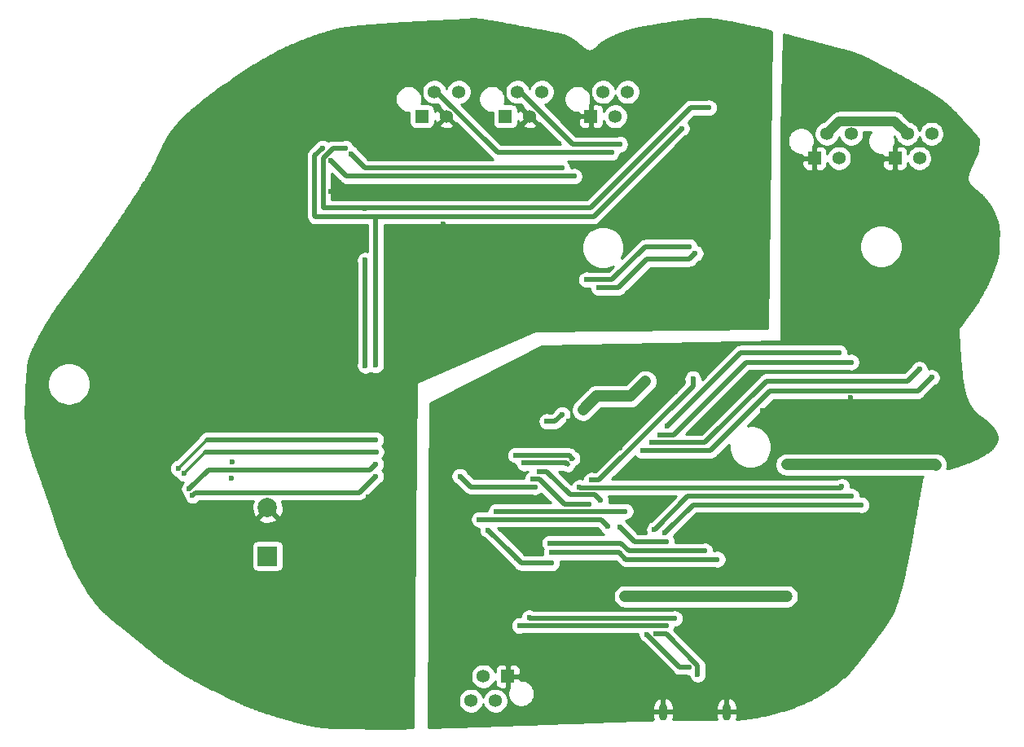
<source format=gbr>
%TF.GenerationSoftware,KiCad,Pcbnew,5.1.11*%
%TF.CreationDate,2021-11-21T12:03:26+02:00*%
%TF.ProjectId,Electronics,456c6563-7472-46f6-9e69-63732e6b6963,2.2*%
%TF.SameCoordinates,Original*%
%TF.FileFunction,Copper,L4,Bot*%
%TF.FilePolarity,Positive*%
%FSLAX46Y46*%
G04 Gerber Fmt 4.6, Leading zero omitted, Abs format (unit mm)*
G04 Created by KiCad (PCBNEW 5.1.11) date 2021-11-21 12:03:26*
%MOMM*%
%LPD*%
G01*
G04 APERTURE LIST*
%TA.AperFunction,ComponentPad*%
%ADD10O,0.900000X1.800000*%
%TD*%
%TA.AperFunction,ComponentPad*%
%ADD11C,2.000000*%
%TD*%
%TA.AperFunction,ComponentPad*%
%ADD12R,2.000000X2.000000*%
%TD*%
%TA.AperFunction,ComponentPad*%
%ADD13C,1.358000*%
%TD*%
%TA.AperFunction,ComponentPad*%
%ADD14R,1.358000X1.358000*%
%TD*%
%TA.AperFunction,ViaPad*%
%ADD15C,0.600000*%
%TD*%
%TA.AperFunction,ViaPad*%
%ADD16C,1.200000*%
%TD*%
%TA.AperFunction,ViaPad*%
%ADD17C,0.800000*%
%TD*%
%TA.AperFunction,Conductor*%
%ADD18C,1.000000*%
%TD*%
%TA.AperFunction,Conductor*%
%ADD19C,1.200000*%
%TD*%
%TA.AperFunction,Conductor*%
%ADD20C,0.500000*%
%TD*%
%TA.AperFunction,Conductor*%
%ADD21C,0.300000*%
%TD*%
%TA.AperFunction,Conductor*%
%ADD22C,0.254000*%
%TD*%
%TA.AperFunction,Conductor*%
%ADD23C,0.100000*%
%TD*%
G04 APERTURE END LIST*
D10*
%TO.P,J16,S6*%
%TO.N,GND*%
X130000000Y-125000000D03*
%TO.P,J16,S5*%
X123400000Y-125000000D03*
%TD*%
D11*
%TO.P,C25,2*%
%TO.N,Earth*%
X82300000Y-103800000D03*
D12*
%TO.P,C25,1*%
%TO.N,Vdrive*%
X82300000Y-108800000D03*
%TD*%
D13*
%TO.P,Aim,4*%
%TO.N,Net-(J12-Pad4)*%
X110810000Y-60560000D03*
%TO.P,Aim,3*%
%TO.N,Earth*%
X109540000Y-63100000D03*
%TO.P,Aim,2*%
%TO.N,/Aim-serv_PWM*%
X108270000Y-60560000D03*
D14*
%TO.P,Aim,1*%
%TO.N,+5VD*%
X107000000Y-63100000D03*
%TD*%
D13*
%TO.P,Hold,4*%
%TO.N,Net-(J11-Pad4)*%
X102160000Y-60560000D03*
%TO.P,Hold,3*%
%TO.N,Earth*%
X100890000Y-63100000D03*
%TO.P,Hold,2*%
%TO.N,/Hold-serv_PWM*%
X99620000Y-60560000D03*
D14*
%TO.P,Hold,1*%
%TO.N,+5VD*%
X98350000Y-63100000D03*
%TD*%
%TO.P,Thrower,1*%
%TO.N,Earth*%
X115900000Y-63100000D03*
D13*
%TO.P,Thrower,2*%
%TO.N,/TRW_PWM*%
X117170000Y-60560000D03*
%TO.P,Thrower,3*%
%TO.N,Net-(J10-Pad3)*%
X118440000Y-63100000D03*
%TO.P,Thrower,4*%
%TO.N,Net-(J10-Pad4)*%
X119710000Y-60560000D03*
%TD*%
%TO.P,MOT3,4*%
%TO.N,/MCU-mot3-enc_2*%
X103440000Y-123840000D03*
%TO.P,MOT3,3*%
%TO.N,/MCU-mot3-enc_1*%
X104710000Y-121300000D03*
%TO.P,MOT3,2*%
%TO.N,+3V3*%
X105980000Y-123840000D03*
D14*
%TO.P,MOT3,1*%
%TO.N,GND*%
X107250000Y-121300000D03*
%TD*%
D13*
%TO.P,MOT2,4*%
%TO.N,/MCU-mot2-enc_2*%
X151310000Y-64910000D03*
%TO.P,MOT2,3*%
%TO.N,/MCU-mot2-enc_1*%
X150040000Y-67450000D03*
%TO.P,MOT2,2*%
%TO.N,+3V3*%
X148770000Y-64910000D03*
D14*
%TO.P,MOT2,1*%
%TO.N,GND*%
X147500000Y-67450000D03*
%TD*%
D13*
%TO.P,MOT1,4*%
%TO.N,/MCU-mot1-enc_2*%
X142960000Y-64910000D03*
%TO.P,MOT1,3*%
%TO.N,/MCU-mot1-enc_1*%
X141690000Y-67450000D03*
%TO.P,MOT1,2*%
%TO.N,+3V3*%
X140420000Y-64910000D03*
D14*
%TO.P,MOT1,1*%
%TO.N,GND*%
X139150000Y-67450000D03*
%TD*%
D15*
%TO.N,GND*%
X102550000Y-105500000D03*
X102600000Y-94500000D03*
X113550000Y-94750000D03*
X119550000Y-95350000D03*
X118250000Y-93750000D03*
X114650000Y-110050000D03*
X113150000Y-113000000D03*
X114300000Y-114350000D03*
X120200000Y-120500000D03*
X101000000Y-114700000D03*
X101050000Y-111750000D03*
X101050000Y-108850000D03*
X112450000Y-119050000D03*
X117750000Y-117400000D03*
X115650000Y-123650000D03*
X134300000Y-123550000D03*
X129900000Y-114600000D03*
X132850000Y-110550000D03*
X132850000Y-105500000D03*
X130500000Y-99800000D03*
X133700000Y-93650000D03*
X143000000Y-109300000D03*
X142250000Y-115600000D03*
X148050000Y-106850000D03*
X139700000Y-104700000D03*
X139000000Y-96250000D03*
X142850000Y-92350000D03*
X145750000Y-85100000D03*
X147700000Y-81700000D03*
X138650000Y-78600000D03*
X139900000Y-72300000D03*
X138600000Y-85500000D03*
X154400000Y-77400000D03*
X140300000Y-59700000D03*
X147250000Y-61250000D03*
X103350000Y-91500000D03*
X107500000Y-89450000D03*
X114700000Y-106100000D03*
X118900000Y-102850000D03*
X132850000Y-90300000D03*
X124700000Y-91750000D03*
X119250000Y-90300000D03*
X128550000Y-119100000D03*
X133250000Y-119500000D03*
X133800000Y-116800000D03*
X128625000Y-122325000D03*
X122000000Y-122550000D03*
X123337500Y-121362500D03*
X153900000Y-96150000D03*
X153850000Y-94900000D03*
X153850000Y-92350000D03*
X131350000Y-122550000D03*
X118900000Y-97600000D03*
X103431250Y-102668750D03*
X145250000Y-94750000D03*
X110625000Y-91775000D03*
D16*
%TO.N,+3V3*%
X151735000Y-99315000D03*
X136250000Y-99300000D03*
X121580000Y-90650000D03*
X136250000Y-113000000D03*
X119450000Y-113000000D03*
X115087500Y-93612500D03*
D15*
%TO.N,Earth*%
X129500000Y-59300000D03*
X128150000Y-59300000D03*
X126800000Y-59300000D03*
X90800000Y-63450000D03*
X92150000Y-63450000D03*
X89450000Y-63450000D03*
X70100000Y-98400000D03*
X70100000Y-101100000D03*
X85300000Y-81000000D03*
X85300000Y-83700000D03*
X85300000Y-82300000D03*
X84300000Y-83000000D03*
X86300000Y-83000000D03*
X84300000Y-81700000D03*
X86300000Y-81700000D03*
X84300000Y-84400000D03*
X86300000Y-84400000D03*
X86300000Y-80400000D03*
X84300000Y-80400000D03*
D17*
X69350000Y-108050000D03*
X69350000Y-107050000D03*
X69350000Y-109050000D03*
X70350000Y-108050000D03*
X70350000Y-109050000D03*
X70350000Y-107050000D03*
X68350000Y-108050000D03*
X68350000Y-109050000D03*
X68350000Y-107050000D03*
D15*
X70100000Y-99700000D03*
X75112500Y-85737500D03*
X74600000Y-94900000D03*
X76450000Y-89800000D03*
X71500000Y-89800000D03*
X73950000Y-91750000D03*
X124400000Y-58600000D03*
X78650000Y-99000000D03*
X78550000Y-100700000D03*
X70150000Y-94550000D03*
X92800000Y-102700000D03*
X78300000Y-83100000D03*
X81050000Y-70450000D03*
X83050000Y-68000000D03*
X84750000Y-73650000D03*
X84750000Y-68750000D03*
X85900000Y-67400000D03*
X93500000Y-70400000D03*
X88900000Y-70900000D03*
X100550000Y-74300000D03*
X98600000Y-71700000D03*
X128900000Y-71300000D03*
X131400000Y-69400000D03*
X128900000Y-67400000D03*
X133900000Y-63750000D03*
X101100000Y-85550000D03*
X99850000Y-86850000D03*
X95550000Y-93200000D03*
X111000000Y-80550000D03*
X121250000Y-54800000D03*
X100050000Y-54000000D03*
X75700000Y-62400000D03*
X61000000Y-83300000D03*
X58550000Y-96150000D03*
X65050000Y-110150000D03*
X74150000Y-118600000D03*
X82300000Y-121650000D03*
X90800000Y-123450000D03*
X93800000Y-116700000D03*
X85750000Y-114650000D03*
X79500000Y-114650000D03*
X89500000Y-111600000D03*
X94900000Y-109200000D03*
X89650000Y-105000000D03*
X86000000Y-93500000D03*
X82450000Y-90800000D03*
X76500000Y-94250000D03*
X105800000Y-78500000D03*
X111100000Y-75150000D03*
X112550000Y-65950000D03*
X96550000Y-66100000D03*
X95950000Y-77000000D03*
X80650000Y-79100000D03*
X131550000Y-76050000D03*
X133350000Y-57750000D03*
X124150000Y-72650000D03*
X125050000Y-66750000D03*
X120200000Y-64350000D03*
X119250000Y-82050000D03*
X124000000Y-81000000D03*
X132850000Y-82100000D03*
X89950000Y-77000000D03*
X88050000Y-85350000D03*
X71700000Y-80550000D03*
X76500000Y-71450000D03*
X62600000Y-86800000D03*
X71400000Y-85250000D03*
X94750000Y-83100000D03*
%TO.N,/MCU-mot3-enc_2*%
X108479011Y-116029011D03*
X123742999Y-107357001D03*
X123727010Y-116022990D03*
X118895000Y-105805000D03*
%TO.N,/MCU-mot2-enc_2*%
X121251472Y-97851472D03*
X151310000Y-90240000D03*
%TO.N,/MCU-mot2-enc_1*%
X150040000Y-89390000D03*
X122247990Y-97027010D03*
%TO.N,/MCU-mot1-enc_2*%
X142950000Y-88650000D03*
X123050000Y-96200000D03*
%TO.N,/MCU-mot1-enc_1*%
X141690000Y-87660000D03*
X123800000Y-95325000D03*
%TO.N,/MCU-mot_off*%
X106092555Y-104157445D03*
X119470983Y-104157445D03*
%TO.N,/MCU-mot3-enc_1*%
X124613712Y-115286288D03*
X109484002Y-115215998D03*
%TO.N,/MCU_SWCLK*%
X142992990Y-102607010D03*
X122505000Y-106045000D03*
%TO.N,/MCU_SWDIO*%
X144015980Y-103484020D03*
X123575000Y-106425000D03*
%TO.N,/MCU-USB_DP*%
X122688981Y-116911019D03*
X127000000Y-121100000D03*
%TO.N,/MCU-USB_DM*%
X121750000Y-116950000D03*
X126150000Y-120350000D03*
%TO.N,/MCU-MOT3en_2*%
X104302991Y-104997009D03*
X117675000Y-105725000D03*
%TO.N,/MCU-MOT1en_2*%
X110525000Y-100000000D03*
X116900000Y-103020000D03*
%TO.N,/MCU-MOT1en_1*%
X109850000Y-100800000D03*
X115675000Y-103425000D03*
%TO.N,/MCU-mot_sleep*%
X105210000Y-106090000D03*
X111832842Y-109532842D03*
%TO.N,/MCU-Aim-serv_PWM*%
X129038979Y-109138979D03*
X111800000Y-108434316D03*
%TO.N,/MCU-Hold-serv_PWM*%
X127765000Y-108285000D03*
X111650000Y-107452944D03*
%TO.N,/MCU-TRW_PWM*%
X115965000Y-100915000D03*
X126500000Y-90380000D03*
%TO.N,/MCU-MOT3en_1*%
X110085000Y-101610000D03*
X102285000Y-100505000D03*
%TO.N,/MCU-MOT2en_2*%
X111320000Y-94805000D03*
X112900000Y-94075000D03*
%TO.N,/MCU_NRST*%
X114730000Y-101670000D03*
X141980000Y-101570000D03*
%TO.N,/MCU-debug-LED_G2*%
X108957009Y-99142991D03*
X113420000Y-99230000D03*
%TO.N,/MCU-debug-LED_G1*%
X108075000Y-98325000D03*
X113960000Y-98640000D03*
%TO.N,/Driver/MOT_sleep*%
X73600000Y-100200000D03*
X128150000Y-62200000D03*
X90375000Y-66425000D03*
X93565000Y-97965000D03*
X92450000Y-89000000D03*
X92450000Y-72650000D03*
X92450000Y-78050000D03*
%TO.N,/Driver/MOT_off*%
X73000000Y-99700000D03*
X125325000Y-64350000D03*
X93530000Y-96695000D03*
X93530000Y-88970000D03*
X88000000Y-66400000D03*
%TO.N,/Driver/MOT1en_1*%
X112895000Y-68480000D03*
X90947999Y-67002001D03*
%TO.N,/Driver/MOT1en_2*%
X114165000Y-69335000D03*
X88875000Y-67700000D03*
%TO.N,/Driver/MOT2en_1*%
X115435000Y-80090000D03*
X126150000Y-76650000D03*
%TO.N,/Driver/MOT2en_2*%
X116705000Y-80920000D03*
X126750000Y-77350000D03*
%TO.N,/Driver/MOT3en_1*%
X74500000Y-102500000D03*
X93530000Y-100505000D03*
%TO.N,/Driver/MOT3en_2*%
X74175000Y-101825000D03*
X93540000Y-99235000D03*
%TO.N,/Hold-serv_PWM*%
X118050000Y-66850000D03*
%TO.N,/Aim-serv_PWM*%
X118900000Y-66000000D03*
%TD*%
D18*
%TO.N,+3V3*%
X141726001Y-63603999D02*
X147463999Y-63603999D01*
X147463999Y-63603999D02*
X148770000Y-64910000D01*
X140420000Y-64910000D02*
X141726001Y-63603999D01*
D19*
X119468300Y-113000000D02*
X136200000Y-113000000D01*
X151720000Y-99300000D02*
X151735000Y-99315000D01*
X136250000Y-99300000D02*
X151720000Y-99300000D01*
X121580000Y-90650000D02*
X120030000Y-92200000D01*
X116500000Y-92200000D02*
X115087500Y-93612500D01*
X120030000Y-92200000D02*
X116500000Y-92200000D01*
D20*
%TO.N,/MCU-mot3-enc_2*%
X120447001Y-107357001D02*
X123742999Y-107357001D01*
X118910000Y-105820000D02*
X120447001Y-107357001D01*
X108485032Y-116022990D02*
X123727010Y-116022990D01*
X108479011Y-116029011D02*
X108485032Y-116022990D01*
%TO.N,/MCU-mot2-enc_2*%
X121251472Y-97851472D02*
X128348528Y-97851472D01*
X149877001Y-91672999D02*
X151310000Y-90240000D01*
X134527001Y-91672999D02*
X149877001Y-91672999D01*
X128348528Y-97851472D02*
X134527001Y-91672999D01*
%TO.N,/MCU-mot2-enc_1*%
X150040000Y-89390000D02*
X150040000Y-89390000D01*
X122247990Y-97027010D02*
X127722990Y-97027010D01*
X127722990Y-97027010D02*
X134150000Y-90600000D01*
X148830000Y-90600000D02*
X150040000Y-89390000D01*
X134150000Y-90600000D02*
X148830000Y-90600000D01*
%TO.N,/MCU-mot1-enc_2*%
X142950000Y-88650000D02*
X142950000Y-88650000D01*
X142950000Y-88650000D02*
X132050000Y-88650000D01*
X123050000Y-96200000D02*
X124500000Y-96200000D01*
X124500000Y-96200000D02*
X132050000Y-88650000D01*
%TO.N,/MCU-mot1-enc_1*%
X131640000Y-87660000D02*
X141690000Y-87660000D01*
X141690000Y-87660000D02*
X141690000Y-87660000D01*
X131465000Y-87660000D02*
X131640000Y-87660000D01*
X123800000Y-95325000D02*
X131465000Y-87660000D01*
%TO.N,/MCU-mot_off*%
X119470983Y-104157445D02*
X106092555Y-104157445D01*
%TO.N,/MCU-mot3-enc_1*%
X109554292Y-115286288D02*
X109484002Y-115215998D01*
X124613712Y-115286288D02*
X109554292Y-115286288D01*
%TO.N,/MCU_SWCLK*%
X125972990Y-102607010D02*
X122520000Y-106060000D01*
X142992990Y-102607010D02*
X125972990Y-102607010D01*
%TO.N,/MCU_SWDIO*%
X126515980Y-103484020D02*
X123850000Y-106150000D01*
X144015980Y-103484020D02*
X144015980Y-103484020D01*
X144015980Y-103484020D02*
X126515980Y-103484020D01*
X123575000Y-106425000D02*
X123850000Y-106150000D01*
%TO.N,/MCU-USB_DP*%
X122688981Y-116911019D02*
X122688981Y-116911019D01*
X127000000Y-120198038D02*
X123712981Y-116911019D01*
X127000000Y-121100000D02*
X127000000Y-120198038D01*
X122688981Y-116911019D02*
X123712981Y-116911019D01*
%TO.N,/MCU-USB_DM*%
X121750000Y-116950000D02*
X121750000Y-116950000D01*
X121750000Y-116974000D02*
X121750000Y-116950000D01*
X125126000Y-120350000D02*
X121750000Y-116974000D01*
X126150000Y-120350000D02*
X125126000Y-120350000D01*
%TO.N,/MCU-MOT3en_2*%
X116947009Y-104997009D02*
X117650000Y-105700000D01*
X104302991Y-104997009D02*
X104302991Y-104997009D01*
X104302991Y-104997009D02*
X116947009Y-104997009D01*
%TO.N,/MCU-MOT1en_2*%
X116900000Y-103020000D02*
X116327010Y-102447010D01*
X116327010Y-102447010D02*
X113797010Y-102447010D01*
X113797010Y-102447010D02*
X113772010Y-102447010D01*
X113772010Y-102447010D02*
X111325000Y-100000000D01*
X111325000Y-100000000D02*
X110525000Y-100000000D01*
X110525000Y-100000000D02*
X110525000Y-100000000D01*
%TO.N,/MCU-MOT1en_1*%
X109850000Y-100800000D02*
X109850000Y-100800000D01*
X115675000Y-103425000D02*
X113125000Y-103425000D01*
X110500000Y-100800000D02*
X109850000Y-100800000D01*
X113125000Y-103425000D02*
X110500000Y-100800000D01*
%TO.N,/MCU-mot_sleep*%
X108652842Y-109532842D02*
X107747500Y-108627500D01*
X111832842Y-109532842D02*
X108652842Y-109532842D01*
X107747500Y-108627500D02*
X108181325Y-109061325D01*
X105210000Y-106090000D02*
X107747500Y-108627500D01*
%TO.N,/MCU-Aim-serv_PWM*%
X111800000Y-108434316D02*
X111800000Y-108434316D01*
X119538979Y-109138979D02*
X129038979Y-109138979D01*
X118834316Y-108434316D02*
X119538979Y-109138979D01*
X111800000Y-108434316D02*
X118834316Y-108434316D01*
%TO.N,/MCU-Hold-serv_PWM*%
X111650000Y-107452944D02*
X111650000Y-107452944D01*
X119835000Y-108285000D02*
X127765000Y-108285000D01*
X119002944Y-107452944D02*
X119835000Y-108285000D01*
X111650000Y-107452944D02*
X119002944Y-107452944D01*
%TO.N,/MCU-TRW_PWM*%
X126500000Y-90380000D02*
X126500000Y-90380000D01*
X126500000Y-90380000D02*
X126500000Y-90380000D01*
X126500000Y-90380000D02*
X126500000Y-91150000D01*
X116735000Y-100915000D02*
X115965000Y-100915000D01*
X126500000Y-91150000D02*
X116735000Y-100915000D01*
%TO.N,/MCU-MOT3en_1*%
X103390000Y-101610000D02*
X102285000Y-100505000D01*
X103390000Y-101610000D02*
X110085000Y-101610000D01*
%TO.N,/MCU-MOT2en_2*%
X111320000Y-94805000D02*
X112170000Y-94805000D01*
X112170000Y-94805000D02*
X112900000Y-94075000D01*
X112900000Y-94075000D02*
X112900000Y-94075000D01*
%TO.N,/MCU_NRST*%
X114747001Y-101687001D02*
X114730000Y-101670000D01*
X141862999Y-101687001D02*
X114747001Y-101687001D01*
X141980000Y-101570000D02*
X141862999Y-101687001D01*
%TO.N,/MCU-debug-LED_G2*%
X113332991Y-99142991D02*
X113420000Y-99230000D01*
X108957009Y-99142991D02*
X108957009Y-99142991D01*
X108957009Y-99142991D02*
X113332991Y-99142991D01*
X113420000Y-99230000D02*
X113480000Y-99290000D01*
%TO.N,/MCU-debug-LED_G1*%
X113645000Y-98325000D02*
X113960000Y-98640000D01*
X108075000Y-98325000D02*
X108075000Y-98325000D01*
X108075000Y-98325000D02*
X113645000Y-98325000D01*
X113960000Y-98640000D02*
X114000000Y-98680000D01*
D21*
%TO.N,/Driver/MOT_sleep*%
X75835000Y-97965000D02*
X73600000Y-100200000D01*
D20*
X128150000Y-62200000D02*
X126250000Y-62200000D01*
X126250000Y-62200000D02*
X115850000Y-72600000D01*
X93565000Y-97965000D02*
X75835000Y-97965000D01*
X92450000Y-89000000D02*
X92450000Y-78050000D01*
X92450000Y-78050000D02*
X92450000Y-78050000D01*
X90375000Y-66425000D02*
X89122038Y-66425000D01*
X115850000Y-72600000D02*
X88075000Y-72600000D01*
X88075000Y-67472038D02*
X88075000Y-72600000D01*
X89122038Y-66425000D02*
X88075000Y-67472038D01*
D21*
%TO.N,/Driver/MOT_off*%
X76005000Y-96695000D02*
X73000000Y-99700000D01*
D20*
X125325000Y-64350000D02*
X116175000Y-73500000D01*
X93530000Y-96695000D02*
X76005000Y-96695000D01*
X93530000Y-88970000D02*
X93530000Y-78020000D01*
X116155000Y-73520000D02*
X116175000Y-73500000D01*
X93530000Y-73520000D02*
X116155000Y-73520000D01*
X87200000Y-73450000D02*
X87270000Y-73520000D01*
X87200000Y-67200000D02*
X87200000Y-73450000D01*
X88000000Y-66400000D02*
X87200000Y-67200000D01*
X87270000Y-73520000D02*
X93530000Y-73520000D01*
X93530000Y-78020000D02*
X93530000Y-73520000D01*
%TO.N,/Driver/MOT1en_1*%
X92425998Y-68480000D02*
X112895000Y-68480000D01*
X90947999Y-67002001D02*
X92425998Y-68480000D01*
%TO.N,/Driver/MOT1en_2*%
X90510000Y-69335000D02*
X114165000Y-69335000D01*
X88875000Y-67700000D02*
X90510000Y-69335000D01*
%TO.N,/Driver/MOT2en_1*%
X126150000Y-76650000D02*
X121550000Y-76650000D01*
X118110000Y-80090000D02*
X115435000Y-80090000D01*
X121550000Y-76650000D02*
X118110000Y-80090000D01*
%TO.N,/Driver/MOT2en_2*%
X116705000Y-80920000D02*
X118780000Y-80920000D01*
X118780000Y-80920000D02*
X121750000Y-77950000D01*
X126150000Y-77950000D02*
X126750000Y-77350000D01*
X121750000Y-77950000D02*
X126150000Y-77950000D01*
%TO.N,/Driver/MOT3en_1*%
X91834999Y-102200001D02*
X93530000Y-100505000D01*
X74799999Y-102200001D02*
X91834999Y-102200001D01*
X74500000Y-102500000D02*
X74799999Y-102200001D01*
D21*
%TO.N,/Driver/MOT3en_2*%
X74175000Y-101825000D02*
X74100000Y-101900000D01*
D20*
X92947001Y-99827999D02*
X93540000Y-99235000D01*
X76172001Y-99827999D02*
X85422001Y-99827999D01*
X74175000Y-101825000D02*
X76172001Y-99827999D01*
X85422001Y-99827999D02*
X92947001Y-99827999D01*
D21*
%TO.N,/Hold-serv_PWM*%
X118050000Y-66850000D02*
X118050000Y-66850000D01*
D20*
X99912882Y-60560000D02*
X99620000Y-60560000D01*
X106202882Y-66850000D02*
X99912882Y-60560000D01*
X118050000Y-66850000D02*
X106202882Y-66850000D01*
%TO.N,/Aim-serv_PWM*%
X118900000Y-66000000D02*
X118900000Y-66000000D01*
X108562882Y-60560000D02*
X108270000Y-60560000D01*
X114002882Y-66000000D02*
X108562882Y-60560000D01*
X118900000Y-66000000D02*
X114002882Y-66000000D01*
%TD*%
D22*
%TO.N,Earth*%
X103619445Y-52947617D02*
X103727501Y-52961688D01*
X103834494Y-52975848D01*
X103940348Y-52990083D01*
X104045433Y-53004448D01*
X104150684Y-53019068D01*
X104256085Y-53033940D01*
X104362884Y-53049241D01*
X104471176Y-53064984D01*
X104581534Y-53081246D01*
X104694227Y-53098062D01*
X104861564Y-53123376D01*
X105024476Y-53148414D01*
X105185085Y-53173515D01*
X105342969Y-53198623D01*
X105499256Y-53223914D01*
X105654933Y-53249555D01*
X105810055Y-53275556D01*
X105966245Y-53302189D01*
X106123929Y-53329522D01*
X106283560Y-53357630D01*
X106446097Y-53386673D01*
X106613139Y-53416930D01*
X106897222Y-53468775D01*
X107173660Y-53519391D01*
X107447432Y-53569685D01*
X107715466Y-53619092D01*
X107981685Y-53668342D01*
X108246601Y-53717525D01*
X108512941Y-53767150D01*
X108779596Y-53817012D01*
X109048368Y-53867445D01*
X109320563Y-53918691D01*
X109597240Y-53970948D01*
X109880304Y-54024571D01*
X110094387Y-54065287D01*
X110303675Y-54105272D01*
X110508183Y-54144527D01*
X110710492Y-54183546D01*
X110910882Y-54222395D01*
X111109307Y-54261060D01*
X111309230Y-54300222D01*
X111509502Y-54339653D01*
X111711581Y-54379639D01*
X111915373Y-54420165D01*
X112124418Y-54461925D01*
X112336263Y-54504426D01*
X112415589Y-54520749D01*
X112491450Y-54537113D01*
X112565114Y-54553789D01*
X112637273Y-54570934D01*
X112708382Y-54588660D01*
X112778797Y-54607058D01*
X112848969Y-54626248D01*
X112919376Y-54646363D01*
X112990462Y-54667517D01*
X113062735Y-54689873D01*
X113136496Y-54713507D01*
X113210705Y-54738071D01*
X113261859Y-54755783D01*
X113309347Y-54773238D01*
X113354788Y-54790986D01*
X113398496Y-54809132D01*
X113440970Y-54827866D01*
X113482580Y-54847342D01*
X113523759Y-54867754D01*
X113564852Y-54889280D01*
X113606318Y-54912169D01*
X113648480Y-54936619D01*
X113691742Y-54962889D01*
X113737601Y-54991941D01*
X113805384Y-55036110D01*
X113872441Y-55080545D01*
X113937564Y-55124480D01*
X114001120Y-55168169D01*
X114063594Y-55211947D01*
X114125220Y-55255987D01*
X114186536Y-55300664D01*
X114247740Y-55346130D01*
X114309278Y-55392710D01*
X114371525Y-55440681D01*
X114434811Y-55490293D01*
X114500412Y-55542553D01*
X114519208Y-55557631D01*
X114519237Y-55557660D01*
X114545520Y-55578747D01*
X114568200Y-55596948D01*
X114568218Y-55596960D01*
X114582911Y-55608749D01*
X114582929Y-55608766D01*
X114598948Y-55621617D01*
X114603876Y-55625571D01*
X114603901Y-55625596D01*
X114622425Y-55640452D01*
X114631935Y-55648082D01*
X114631946Y-55648089D01*
X114652866Y-55664872D01*
X114652886Y-55664885D01*
X114667087Y-55676272D01*
X114667143Y-55676327D01*
X114684321Y-55690094D01*
X114694818Y-55698513D01*
X114694847Y-55698532D01*
X114716074Y-55715553D01*
X114716099Y-55715569D01*
X114735275Y-55730937D01*
X114753531Y-55745573D01*
X114753592Y-55745632D01*
X114773659Y-55761701D01*
X114773662Y-55761704D01*
X114779045Y-55766014D01*
X114802458Y-55784778D01*
X114802552Y-55784839D01*
X114812867Y-55793098D01*
X114812905Y-55793135D01*
X114832214Y-55808590D01*
X114832247Y-55808622D01*
X114846380Y-55819930D01*
X114861904Y-55832359D01*
X114861940Y-55832383D01*
X114881250Y-55847838D01*
X114881297Y-55847868D01*
X114889915Y-55854764D01*
X114889961Y-55854809D01*
X114909430Y-55870380D01*
X114909445Y-55870395D01*
X114918673Y-55877775D01*
X114938939Y-55893991D01*
X114939000Y-55894031D01*
X114949307Y-55902274D01*
X114949354Y-55902320D01*
X114974786Y-55922649D01*
X114986928Y-55932359D01*
X114986987Y-55932417D01*
X115012163Y-55952547D01*
X115035788Y-55971459D01*
X115035935Y-55971555D01*
X115036632Y-55972112D01*
X115036670Y-55972149D01*
X115052847Y-55985080D01*
X115052869Y-55985101D01*
X115064300Y-55994236D01*
X115068995Y-55997990D01*
X115069018Y-55998013D01*
X115077654Y-56004913D01*
X115085164Y-56010917D01*
X115085171Y-56010924D01*
X115096005Y-56019577D01*
X115101407Y-56023895D01*
X115101427Y-56023914D01*
X115109826Y-56030619D01*
X115118057Y-56037197D01*
X115118099Y-56037224D01*
X115134218Y-56050102D01*
X115134261Y-56050130D01*
X115134303Y-56050164D01*
X115134320Y-56050180D01*
X115139988Y-56054704D01*
X115150457Y-56063065D01*
X115150484Y-56063083D01*
X115160334Y-56070945D01*
X115174971Y-56082633D01*
X115181128Y-56088318D01*
X115198200Y-56101228D01*
X115206712Y-56108552D01*
X115212790Y-56112822D01*
X115217475Y-56116562D01*
X115224552Y-56121154D01*
X115224642Y-56121222D01*
X115230298Y-56125844D01*
X115234094Y-56128369D01*
X115239385Y-56132370D01*
X115248449Y-56137918D01*
X115248732Y-56138106D01*
X115254263Y-56142428D01*
X115261161Y-56146802D01*
X115268763Y-56152142D01*
X115275166Y-56155759D01*
X115280262Y-56159559D01*
X115287950Y-56164194D01*
X115295241Y-56169044D01*
X115301440Y-56172341D01*
X115302503Y-56173015D01*
X115308451Y-56177228D01*
X115315354Y-56181163D01*
X115321451Y-56185029D01*
X115327367Y-56188011D01*
X115328978Y-56188930D01*
X115333991Y-56191952D01*
X115340116Y-56196025D01*
X115345455Y-56198864D01*
X115349196Y-56201119D01*
X115353993Y-56203403D01*
X115359548Y-56206356D01*
X115372420Y-56213694D01*
X115376515Y-56216202D01*
X115378545Y-56217186D01*
X115378668Y-56217256D01*
X115378944Y-56217379D01*
X115390043Y-56222758D01*
X115394073Y-56225620D01*
X115404904Y-56230471D01*
X115411239Y-56233839D01*
X115415282Y-56235503D01*
X115421104Y-56238667D01*
X115434814Y-56244457D01*
X115448213Y-56250951D01*
X115461306Y-56255777D01*
X115480136Y-56265827D01*
X115510962Y-56275158D01*
X115517515Y-56278289D01*
X115533288Y-56282307D01*
X115536866Y-56283626D01*
X115539464Y-56284037D01*
X115552599Y-56288432D01*
X115561664Y-56290504D01*
X115570567Y-56293199D01*
X115570877Y-56293260D01*
X115583391Y-56297151D01*
X115597036Y-56298590D01*
X115598675Y-56298965D01*
X115639681Y-56309411D01*
X115659192Y-56310448D01*
X115661252Y-56310927D01*
X115678888Y-56311495D01*
X115688413Y-56312001D01*
X115736980Y-56316754D01*
X115762801Y-56314195D01*
X115787254Y-56314982D01*
X115810370Y-56311152D01*
X115812519Y-56311169D01*
X115827341Y-56308341D01*
X115835479Y-56306992D01*
X115862434Y-56304321D01*
X115871039Y-56301705D01*
X115898595Y-56297730D01*
X115929153Y-56286934D01*
X115930788Y-56286578D01*
X115940881Y-56283315D01*
X115950820Y-56280646D01*
X115953593Y-56279600D01*
X115957050Y-56278746D01*
X115966098Y-56275540D01*
X115974985Y-56272920D01*
X115979024Y-56271284D01*
X115983783Y-56269959D01*
X115991781Y-56266860D01*
X115999727Y-56264291D01*
X116004724Y-56262114D01*
X116010171Y-56260425D01*
X116017607Y-56257291D01*
X116025214Y-56254596D01*
X116030635Y-56252053D01*
X116036338Y-56250099D01*
X116043656Y-56246758D01*
X116051131Y-56243862D01*
X116056432Y-56241184D01*
X116061960Y-56239109D01*
X116069201Y-56235547D01*
X116076691Y-56232390D01*
X116081841Y-56229596D01*
X116087157Y-56227425D01*
X116094455Y-56223570D01*
X116102007Y-56220123D01*
X116106809Y-56217333D01*
X116111735Y-56215157D01*
X116119099Y-56210998D01*
X116126769Y-56207225D01*
X116130908Y-56204657D01*
X116134879Y-56202778D01*
X116142715Y-56198080D01*
X116151102Y-56193650D01*
X116154377Y-56191485D01*
X116157426Y-56189947D01*
X116165929Y-56184553D01*
X116174821Y-56179531D01*
X116176092Y-56178639D01*
X116176490Y-56178428D01*
X116186111Y-56172062D01*
X116197167Y-56165433D01*
X116200881Y-56162677D01*
X116207056Y-56158460D01*
X116218929Y-56150928D01*
X116220271Y-56149879D01*
X116229781Y-56143165D01*
X116236599Y-56138653D01*
X116238463Y-56137554D01*
X116240416Y-56136128D01*
X116241565Y-56135367D01*
X116242522Y-56134589D01*
X116249873Y-56129219D01*
X116257546Y-56123979D01*
X116259081Y-56123038D01*
X116260541Y-56121933D01*
X116261320Y-56121401D01*
X116262031Y-56120805D01*
X116270098Y-56114700D01*
X116278268Y-56108932D01*
X116279460Y-56108173D01*
X116280519Y-56107342D01*
X116281116Y-56106921D01*
X116281696Y-56106419D01*
X116290046Y-56099871D01*
X116298887Y-56093412D01*
X116299700Y-56092875D01*
X116300382Y-56092321D01*
X116300825Y-56091997D01*
X116301278Y-56091592D01*
X116310032Y-56084476D01*
X116319088Y-56077622D01*
X116319690Y-56077209D01*
X116320182Y-56076795D01*
X116320558Y-56076510D01*
X116320951Y-56076146D01*
X116329741Y-56068742D01*
X116338673Y-56061738D01*
X116339074Y-56061452D01*
X116339406Y-56061162D01*
X116340075Y-56060638D01*
X116340761Y-56059981D01*
X116349008Y-56052794D01*
X116357580Y-56045827D01*
X116358061Y-56045472D01*
X116358478Y-56045096D01*
X116359475Y-56044286D01*
X116360448Y-56043322D01*
X116368129Y-56036404D01*
X116375802Y-56029940D01*
X116376575Y-56029352D01*
X116377298Y-56028680D01*
X116378655Y-56027537D01*
X116379874Y-56026286D01*
X116386666Y-56019974D01*
X116393687Y-56013855D01*
X116394576Y-56013158D01*
X116395481Y-56012292D01*
X116397295Y-56010711D01*
X116398784Y-56009131D01*
X116404768Y-56003404D01*
X116409433Y-55999202D01*
X116410175Y-55998609D01*
X116411168Y-55997640D01*
X116415596Y-55993652D01*
X116418344Y-55990639D01*
X116420565Y-55988472D01*
X116433492Y-55976459D01*
X116436605Y-55972937D01*
X116450946Y-55959213D01*
X116452261Y-55957680D01*
X116459060Y-55950915D01*
X116462669Y-55947394D01*
X116463618Y-55946610D01*
X116468273Y-55941926D01*
X116470933Y-55939331D01*
X116471379Y-55938801D01*
X116475960Y-55934192D01*
X116480198Y-55930019D01*
X116481116Y-55929252D01*
X116485169Y-55925125D01*
X116488242Y-55922100D01*
X116488813Y-55921415D01*
X116493500Y-55916643D01*
X116497444Y-55912718D01*
X116498357Y-55911946D01*
X116502235Y-55907951D01*
X116505559Y-55904643D01*
X116506200Y-55903866D01*
X116510408Y-55899531D01*
X116514565Y-55895348D01*
X116515427Y-55894610D01*
X116518997Y-55890889D01*
X116522639Y-55887224D01*
X116523357Y-55886343D01*
X116527464Y-55882062D01*
X116531560Y-55877892D01*
X116532437Y-55877132D01*
X116536056Y-55873314D01*
X116539645Y-55869660D01*
X116540354Y-55868780D01*
X116544436Y-55864474D01*
X116548489Y-55860298D01*
X116549322Y-55859568D01*
X116552781Y-55855876D01*
X116556469Y-55852077D01*
X116557191Y-55851170D01*
X116561077Y-55847023D01*
X116565368Y-55842550D01*
X116566090Y-55841910D01*
X116569179Y-55838577D01*
X116573188Y-55834398D01*
X116573949Y-55833431D01*
X116577740Y-55829340D01*
X116582225Y-55824609D01*
X116582918Y-55823988D01*
X116586005Y-55820622D01*
X116589903Y-55816509D01*
X116590612Y-55815597D01*
X116594609Y-55811237D01*
X116599148Y-55806393D01*
X116599781Y-55805820D01*
X116602742Y-55802557D01*
X116606572Y-55798470D01*
X116607233Y-55797610D01*
X116611181Y-55793259D01*
X116623200Y-55780291D01*
X116624245Y-55778914D01*
X116639955Y-55761780D01*
X116640450Y-55761120D01*
X116664115Y-55735453D01*
X116690748Y-55707783D01*
X116716877Y-55681840D01*
X116742648Y-55657439D01*
X116768348Y-55634274D01*
X116794255Y-55612073D01*
X116820741Y-55590513D01*
X116848081Y-55569372D01*
X116876673Y-55548368D01*
X116906835Y-55527291D01*
X116938863Y-55505978D01*
X116974952Y-55483058D01*
X117039427Y-55443285D01*
X117104395Y-55403786D01*
X117168138Y-55365621D01*
X117231068Y-55328544D01*
X117293603Y-55292317D01*
X117355975Y-55256805D01*
X117418615Y-55221766D01*
X117481984Y-55186942D01*
X117546174Y-55152277D01*
X117611937Y-55117363D01*
X117679203Y-55082231D01*
X117748670Y-55046512D01*
X117829945Y-55005326D01*
X117909281Y-54965731D01*
X117987258Y-54927449D01*
X118064282Y-54890290D01*
X118140559Y-54854156D01*
X118216669Y-54818773D01*
X118293221Y-54783866D01*
X118370238Y-54749419D01*
X118448502Y-54715078D01*
X118528342Y-54680697D01*
X118609929Y-54646193D01*
X118694143Y-54611187D01*
X118780734Y-54575765D01*
X118865363Y-54541707D01*
X118948526Y-54508821D01*
X119030454Y-54477029D01*
X119111671Y-54446131D01*
X119192701Y-54415929D01*
X119273989Y-54386254D01*
X119355791Y-54357017D01*
X119438836Y-54327953D01*
X119523192Y-54299036D01*
X119609833Y-54269925D01*
X119698075Y-54240834D01*
X119819888Y-54201671D01*
X119938277Y-54164895D01*
X120054529Y-54130114D01*
X120169129Y-54097201D01*
X120282764Y-54065962D01*
X120396149Y-54036207D01*
X120509784Y-54007801D01*
X120624448Y-53980552D01*
X120740801Y-53954302D01*
X120859316Y-53928929D01*
X120980877Y-53904238D01*
X121107037Y-53879904D01*
X121328110Y-53838573D01*
X121544943Y-53798531D01*
X121758350Y-53759638D01*
X121968409Y-53721896D01*
X122176674Y-53685026D01*
X122384151Y-53648856D01*
X122591587Y-53613253D01*
X122800495Y-53577962D01*
X123011253Y-53542911D01*
X123225059Y-53507895D01*
X123443150Y-53472712D01*
X123665940Y-53437273D01*
X123889228Y-53402228D01*
X124107461Y-53368482D01*
X124321760Y-53335860D01*
X124533023Y-53304236D01*
X124742450Y-53273440D01*
X124950913Y-53243345D01*
X125159681Y-53213769D01*
X125369279Y-53184637D01*
X125580729Y-53155801D01*
X125795826Y-53127006D01*
X126014924Y-53098204D01*
X126237735Y-53069421D01*
X126366136Y-53053574D01*
X126490139Y-53039493D01*
X126611783Y-53026955D01*
X126731413Y-53015935D01*
X126849740Y-53006382D01*
X126967599Y-52998226D01*
X127085478Y-52991443D01*
X127204120Y-52985979D01*
X127324190Y-52981807D01*
X127446372Y-52978887D01*
X127571276Y-52977198D01*
X127699157Y-52976717D01*
X127815009Y-52977481D01*
X127927346Y-52979573D01*
X128037079Y-52983026D01*
X128144737Y-52987862D01*
X128250979Y-52994122D01*
X128356505Y-53001848D01*
X128461971Y-53011085D01*
X128567907Y-53021884D01*
X128674994Y-53034310D01*
X128783867Y-53048428D01*
X128895139Y-53064311D01*
X129010506Y-53082203D01*
X129203437Y-53113544D01*
X129393071Y-53144951D01*
X129579283Y-53176426D01*
X129762240Y-53208002D01*
X129943688Y-53239986D01*
X130124143Y-53272477D01*
X130304515Y-53305639D01*
X130485405Y-53339584D01*
X130668080Y-53374540D01*
X130853353Y-53410660D01*
X131041880Y-53448059D01*
X131234897Y-53486973D01*
X131474385Y-53535957D01*
X131708519Y-53584543D01*
X131938197Y-53632928D01*
X132164264Y-53681308D01*
X132388230Y-53730008D01*
X132610871Y-53779204D01*
X132833387Y-53829166D01*
X133056695Y-53880095D01*
X133282088Y-53932284D01*
X133510728Y-53985993D01*
X133743117Y-54041326D01*
X133981280Y-54098751D01*
X134256904Y-54165852D01*
X134526386Y-54231991D01*
X134710540Y-54277574D01*
X134274764Y-85174030D01*
X110198950Y-85373004D01*
X110174195Y-85375649D01*
X110149743Y-85383367D01*
X97849743Y-90683367D01*
X97827955Y-90695413D01*
X97808935Y-90711477D01*
X97793415Y-90730944D01*
X97781991Y-90753065D01*
X97775102Y-90776989D01*
X97773006Y-90798726D01*
X97623006Y-105748726D01*
X97623004Y-105748946D01*
X97449551Y-126650039D01*
X97351219Y-126651768D01*
X97087179Y-126655895D01*
X96821549Y-126659538D01*
X96551615Y-126662743D01*
X96276593Y-126665525D01*
X95995033Y-126667907D01*
X95691244Y-126670044D01*
X95394940Y-126671741D01*
X95103455Y-126673003D01*
X94815484Y-126673828D01*
X94530644Y-126674210D01*
X94247405Y-126674153D01*
X93964245Y-126673652D01*
X93679445Y-126672707D01*
X93392060Y-126671316D01*
X93099944Y-126669474D01*
X92803112Y-126667187D01*
X92499600Y-126664449D01*
X92226009Y-126661669D01*
X91959575Y-126658665D01*
X91696397Y-126655384D01*
X91438619Y-126651850D01*
X91181874Y-126647999D01*
X90927040Y-126643840D01*
X90672790Y-126639354D01*
X90416234Y-126634490D01*
X90156863Y-126629238D01*
X89895090Y-126623612D01*
X89627880Y-126617552D01*
X89355901Y-126611081D01*
X89221441Y-126607351D01*
X89091454Y-126602804D01*
X88964006Y-126597366D01*
X88838742Y-126591007D01*
X88714830Y-126583680D01*
X88591662Y-126575340D01*
X88468592Y-126565944D01*
X88344878Y-126555437D01*
X88219923Y-126543772D01*
X88093184Y-126530908D01*
X87963668Y-126516756D01*
X87831383Y-126501332D01*
X87708556Y-126486066D01*
X87589053Y-126470145D01*
X87472377Y-126453491D01*
X87357797Y-126435987D01*
X87244722Y-126417536D01*
X87132472Y-126398023D01*
X87020389Y-126377332D01*
X86907841Y-126355345D01*
X86794393Y-126331984D01*
X86679144Y-126307072D01*
X86561723Y-126280539D01*
X86440472Y-126252020D01*
X86259129Y-126208303D01*
X86081645Y-126164969D01*
X85907325Y-126121831D01*
X85735470Y-126078708D01*
X85565647Y-126035484D01*
X85396655Y-125991850D01*
X85228104Y-125947703D01*
X85058488Y-125902653D01*
X84887563Y-125856634D01*
X84714452Y-125809421D01*
X84537995Y-125760706D01*
X84357535Y-125710318D01*
X84168332Y-125656913D01*
X83983650Y-125604187D01*
X83802332Y-125551793D01*
X83624127Y-125499652D01*
X83447732Y-125447376D01*
X83272167Y-125394669D01*
X83097094Y-125341427D01*
X82921175Y-125287247D01*
X82743694Y-125231911D01*
X82564054Y-125175241D01*
X82380846Y-125116801D01*
X82194110Y-125056620D01*
X82039109Y-125006009D01*
X81888281Y-124955906D01*
X81740729Y-124906000D01*
X81595683Y-124856016D01*
X81452382Y-124805685D01*
X81310129Y-124754753D01*
X81168162Y-124702951D01*
X81025767Y-124650016D01*
X80882196Y-124595674D01*
X80736910Y-124539734D01*
X80588785Y-124481775D01*
X80437639Y-124421741D01*
X80306073Y-124368812D01*
X80177778Y-124316575D01*
X80052083Y-124264745D01*
X79928593Y-124213148D01*
X79806704Y-124161529D01*
X79685442Y-124109468D01*
X79564732Y-124056933D01*
X79443349Y-124003391D01*
X79321163Y-123948788D01*
X79197190Y-123892691D01*
X79071431Y-123835112D01*
X78942299Y-123775334D01*
X78773569Y-123696630D01*
X78608677Y-123619327D01*
X78446818Y-123543040D01*
X78287733Y-123467638D01*
X78129625Y-123392266D01*
X77973191Y-123317250D01*
X77816765Y-123241795D01*
X77659390Y-123165438D01*
X77500858Y-123088080D01*
X77340415Y-123009360D01*
X77176925Y-122928725D01*
X77010276Y-122846131D01*
X76843979Y-122763333D01*
X76681745Y-122682166D01*
X76522909Y-122602290D01*
X76366410Y-122523164D01*
X76211737Y-122444528D01*
X76057865Y-122365857D01*
X75904194Y-122286841D01*
X75749563Y-122206885D01*
X75593964Y-122125986D01*
X75436446Y-122043658D01*
X75275967Y-121959362D01*
X75112427Y-121873053D01*
X74990357Y-121808159D01*
X74871719Y-121744415D01*
X74755797Y-121681422D01*
X74642098Y-121618906D01*
X74529596Y-121556293D01*
X74418281Y-121493577D01*
X74307037Y-121430124D01*
X74195784Y-121365891D01*
X74083579Y-121300339D01*
X73969988Y-121233220D01*
X73854507Y-121164247D01*
X73736304Y-121092937D01*
X73640685Y-121034833D01*
X73547145Y-120977693D01*
X73455642Y-120921486D01*
X73365613Y-120865862D01*
X73276876Y-120810707D01*
X73188006Y-120755128D01*
X73099949Y-120699718D01*
X73011368Y-120643639D01*
X72922221Y-120586865D01*
X72831703Y-120528886D01*
X72739489Y-120469498D01*
X72645619Y-120408735D01*
X72569011Y-120358810D01*
X72494651Y-120309918D01*
X72421922Y-120261642D01*
X72350618Y-120213843D01*
X72280151Y-120166118D01*
X72210383Y-120118372D01*
X72140771Y-120070234D01*
X72071205Y-120021629D01*
X72000957Y-119972050D01*
X71929858Y-119921382D01*
X71857552Y-119869377D01*
X71783598Y-119815727D01*
X71699692Y-119754403D01*
X71617759Y-119694105D01*
X71537748Y-119634785D01*
X71458984Y-119575935D01*
X71381352Y-119517465D01*
X71304293Y-119458954D01*
X71227489Y-119400157D01*
X71150671Y-119340867D01*
X71072960Y-119280414D01*
X70994617Y-119219001D01*
X70914817Y-119155990D01*
X70832728Y-119090727D01*
X70708869Y-118991836D01*
X70587067Y-118894384D01*
X70466999Y-118798105D01*
X70350491Y-118704462D01*
X70233304Y-118610045D01*
X70117932Y-118516862D01*
X70002405Y-118423322D01*
X69886120Y-118328935D01*
X69769081Y-118233705D01*
X69650540Y-118137028D01*
X69529635Y-118038203D01*
X69408197Y-117938737D01*
X69369266Y-117906834D01*
X69369152Y-117906720D01*
X69344865Y-117886838D01*
X69320765Y-117867088D01*
X69320632Y-117866999D01*
X69308846Y-117857351D01*
X69308733Y-117857238D01*
X69284270Y-117837232D01*
X69260331Y-117817634D01*
X69260191Y-117817541D01*
X69249474Y-117808776D01*
X69249344Y-117808647D01*
X69224999Y-117788761D01*
X69200943Y-117769088D01*
X69200792Y-117768988D01*
X69190872Y-117760884D01*
X69190746Y-117760759D01*
X69165898Y-117740484D01*
X69142313Y-117721219D01*
X69142172Y-117721126D01*
X69132773Y-117713456D01*
X69132641Y-117713325D01*
X69107511Y-117692844D01*
X69084206Y-117673828D01*
X69084055Y-117673727D01*
X69074914Y-117666278D01*
X69074781Y-117666146D01*
X69050372Y-117646277D01*
X69026321Y-117626675D01*
X69026167Y-117626573D01*
X69017026Y-117619132D01*
X69016900Y-117619007D01*
X68992664Y-117599301D01*
X68968410Y-117579557D01*
X68968262Y-117579459D01*
X68958846Y-117571803D01*
X68958715Y-117571673D01*
X68934511Y-117552016D01*
X68910211Y-117532257D01*
X68910057Y-117532155D01*
X68900105Y-117524073D01*
X68899980Y-117523949D01*
X68875075Y-117503745D01*
X68851435Y-117484545D01*
X68851296Y-117484453D01*
X68840533Y-117475721D01*
X68840417Y-117475607D01*
X68816698Y-117456385D01*
X68791842Y-117436220D01*
X68791700Y-117436126D01*
X68779873Y-117426541D01*
X68779767Y-117426437D01*
X68755990Y-117407186D01*
X68731150Y-117387056D01*
X68731020Y-117386970D01*
X68717865Y-117376320D01*
X68717766Y-117376222D01*
X68692658Y-117355911D01*
X68669107Y-117336844D01*
X68668998Y-117336772D01*
X68651055Y-117322258D01*
X68650965Y-117322169D01*
X68627014Y-117302811D01*
X68602276Y-117282799D01*
X68602167Y-117282727D01*
X68585690Y-117269409D01*
X68585597Y-117269318D01*
X68560659Y-117249178D01*
X68536896Y-117229971D01*
X68536787Y-117229900D01*
X68521459Y-117217521D01*
X68521361Y-117217424D01*
X68496386Y-117197272D01*
X68472658Y-117178109D01*
X68472544Y-117178034D01*
X68458070Y-117166355D01*
X68457968Y-117166255D01*
X68434354Y-117147219D01*
X68409260Y-117126971D01*
X68409133Y-117126888D01*
X68395246Y-117115693D01*
X68395135Y-117115584D01*
X68369378Y-117094840D01*
X68346409Y-117076324D01*
X68346292Y-117076247D01*
X68332674Y-117065280D01*
X68332564Y-117065172D01*
X68307859Y-117045295D01*
X68283827Y-117025940D01*
X68283702Y-117025858D01*
X68270081Y-117014899D01*
X68269976Y-117014796D01*
X68245524Y-116995141D01*
X68221214Y-116975581D01*
X68221092Y-116975501D01*
X68207182Y-116964319D01*
X68207082Y-116964222D01*
X68182667Y-116944614D01*
X68158293Y-116925021D01*
X68158177Y-116924945D01*
X68143683Y-116913305D01*
X68143578Y-116913202D01*
X68118796Y-116893317D01*
X68094773Y-116874024D01*
X68094653Y-116873946D01*
X68079283Y-116861613D01*
X68079192Y-116861524D01*
X68054530Y-116841752D01*
X68030351Y-116822351D01*
X68030246Y-116822282D01*
X68013710Y-116809025D01*
X68013625Y-116808942D01*
X67988906Y-116789139D01*
X67964757Y-116769778D01*
X67964654Y-116769711D01*
X67946658Y-116755294D01*
X67946575Y-116755213D01*
X67923339Y-116736613D01*
X67897691Y-116716066D01*
X67897584Y-116715996D01*
X67884576Y-116705583D01*
X67884482Y-116705492D01*
X67858998Y-116685109D01*
X67835590Y-116666371D01*
X67835485Y-116666303D01*
X67823811Y-116656965D01*
X67823712Y-116656869D01*
X67798464Y-116636692D01*
X67774819Y-116617780D01*
X67774711Y-116617710D01*
X67764098Y-116609228D01*
X67764001Y-116609134D01*
X67740184Y-116590118D01*
X67715098Y-116570070D01*
X67714979Y-116569992D01*
X67705184Y-116562172D01*
X67705078Y-116562069D01*
X67680307Y-116542309D01*
X67656166Y-116523034D01*
X67656044Y-116522955D01*
X67646775Y-116515561D01*
X67646670Y-116515459D01*
X67622282Y-116496023D01*
X67597745Y-116476450D01*
X67597621Y-116476370D01*
X67588617Y-116469193D01*
X67588512Y-116469092D01*
X67564265Y-116449787D01*
X67539570Y-116430106D01*
X67539445Y-116430025D01*
X67530443Y-116422857D01*
X67530333Y-116422751D01*
X67505759Y-116403204D01*
X67481374Y-116383789D01*
X67481247Y-116383707D01*
X67471975Y-116376331D01*
X67471871Y-116376231D01*
X67446949Y-116356426D01*
X67422882Y-116337282D01*
X67422765Y-116337206D01*
X67412939Y-116329398D01*
X67412834Y-116329296D01*
X67388206Y-116309742D01*
X67363838Y-116290377D01*
X67363717Y-116290299D01*
X67353083Y-116281856D01*
X67352989Y-116281765D01*
X67328214Y-116262111D01*
X67303946Y-116242843D01*
X67303838Y-116242774D01*
X67292122Y-116233479D01*
X67292031Y-116233391D01*
X67268394Y-116214655D01*
X67242977Y-116194492D01*
X67242863Y-116194418D01*
X67229730Y-116184009D01*
X67229584Y-116183868D01*
X67205239Y-116164596D01*
X67184030Y-116147786D01*
X67183928Y-116147687D01*
X67159747Y-116128584D01*
X67139251Y-116112360D01*
X67139198Y-116112309D01*
X67136530Y-116110206D01*
X67135119Y-116109089D01*
X67135086Y-116109068D01*
X67114567Y-116092894D01*
X67095260Y-116077642D01*
X67095201Y-116077585D01*
X67092293Y-116075298D01*
X67090378Y-116073785D01*
X67090330Y-116073754D01*
X67070864Y-116058445D01*
X67051804Y-116043421D01*
X67051730Y-116043350D01*
X67048329Y-116040682D01*
X67046363Y-116039132D01*
X67046313Y-116039100D01*
X67027129Y-116024049D01*
X67008687Y-116009545D01*
X67008621Y-116009482D01*
X67005688Y-116007186D01*
X67002880Y-116004978D01*
X67002806Y-116004931D01*
X66984045Y-115990247D01*
X66965724Y-115975873D01*
X66965655Y-115975807D01*
X66962592Y-115973415D01*
X66959721Y-115971163D01*
X66959645Y-115971115D01*
X66941259Y-115956759D01*
X66922728Y-115942255D01*
X66922665Y-115942195D01*
X66919868Y-115940017D01*
X66916727Y-115937558D01*
X66916644Y-115937505D01*
X66897894Y-115922901D01*
X66879499Y-115908538D01*
X66879431Y-115908474D01*
X66876409Y-115906126D01*
X66873676Y-115903992D01*
X66873604Y-115903947D01*
X66855062Y-115889539D01*
X66835837Y-115874564D01*
X66835793Y-115874523D01*
X66833799Y-115872977D01*
X66830403Y-115870332D01*
X66830316Y-115870277D01*
X66811059Y-115855348D01*
X66791581Y-115840213D01*
X66791533Y-115840168D01*
X66789246Y-115838399D01*
X66786685Y-115836409D01*
X66786623Y-115836370D01*
X66766862Y-115821084D01*
X66746503Y-115805301D01*
X66746485Y-115805284D01*
X66745589Y-115804592D01*
X66742369Y-115802096D01*
X66742295Y-115802050D01*
X66722007Y-115786387D01*
X66697233Y-115767224D01*
X66696968Y-115767057D01*
X66676283Y-115751090D01*
X66636673Y-115720447D01*
X66598875Y-115691013D01*
X66561761Y-115661912D01*
X66525609Y-115633357D01*
X66489615Y-115604713D01*
X66454152Y-115576273D01*
X66418771Y-115547679D01*
X66383467Y-115518929D01*
X66347602Y-115489502D01*
X66311201Y-115459419D01*
X66274475Y-115428858D01*
X66236208Y-115396810D01*
X66193660Y-115360989D01*
X66151553Y-115325381D01*
X66110524Y-115290515D01*
X66070283Y-115256147D01*
X66030453Y-115221952D01*
X65990953Y-115187859D01*
X65951415Y-115153548D01*
X65912311Y-115119435D01*
X65872138Y-115084204D01*
X65831828Y-115048676D01*
X65790935Y-115012463D01*
X65748702Y-114974893D01*
X65708508Y-114938980D01*
X65669490Y-114903964D01*
X65631300Y-114869524D01*
X65593761Y-114835499D01*
X65556652Y-114801688D01*
X65519842Y-114767969D01*
X65483202Y-114734225D01*
X65446690Y-114700418D01*
X65409371Y-114665683D01*
X65371911Y-114630640D01*
X65333715Y-114594738D01*
X65294704Y-114557903D01*
X65265406Y-114530057D01*
X65237231Y-114503025D01*
X65209919Y-114476558D01*
X65183168Y-114450362D01*
X65157023Y-114424479D01*
X65131142Y-114398573D01*
X65105359Y-114372474D01*
X65079512Y-114346021D01*
X65053615Y-114319227D01*
X65027405Y-114291822D01*
X65000341Y-114263240D01*
X64973887Y-114235039D01*
X64851418Y-114102262D01*
X64734564Y-113972212D01*
X64622038Y-113843438D01*
X64513202Y-113715172D01*
X64407534Y-113586770D01*
X64304448Y-113457513D01*
X64203383Y-113326690D01*
X64103755Y-113193549D01*
X64005030Y-113057393D01*
X63906624Y-112917443D01*
X63808079Y-112773085D01*
X63708464Y-112622994D01*
X63590239Y-112440985D01*
X63475851Y-112261835D01*
X63365191Y-112085305D01*
X63257664Y-111910400D01*
X63152819Y-111736353D01*
X63050167Y-111562334D01*
X62949115Y-111387333D01*
X62849171Y-111210504D01*
X62749766Y-111030857D01*
X62650474Y-110847662D01*
X62550719Y-110659902D01*
X62449979Y-110466660D01*
X62337321Y-110246803D01*
X62228628Y-110030976D01*
X62123639Y-109818584D01*
X62021872Y-109608591D01*
X61922806Y-109399887D01*
X61825955Y-109191422D01*
X61730839Y-108982150D01*
X61637003Y-108771081D01*
X61543939Y-108557101D01*
X61451174Y-108339166D01*
X61358177Y-108116094D01*
X61264539Y-107886984D01*
X61229584Y-107800000D01*
X80661928Y-107800000D01*
X80661928Y-109800000D01*
X80674188Y-109924482D01*
X80710498Y-110044180D01*
X80769463Y-110154494D01*
X80848815Y-110251185D01*
X80945506Y-110330537D01*
X81055820Y-110389502D01*
X81175518Y-110425812D01*
X81300000Y-110438072D01*
X83300000Y-110438072D01*
X83424482Y-110425812D01*
X83544180Y-110389502D01*
X83654494Y-110330537D01*
X83751185Y-110251185D01*
X83830537Y-110154494D01*
X83889502Y-110044180D01*
X83925812Y-109924482D01*
X83938072Y-109800000D01*
X83938072Y-107800000D01*
X83925812Y-107675518D01*
X83889502Y-107555820D01*
X83830537Y-107445506D01*
X83751185Y-107348815D01*
X83654494Y-107269463D01*
X83544180Y-107210498D01*
X83424482Y-107174188D01*
X83300000Y-107161928D01*
X81300000Y-107161928D01*
X81175518Y-107174188D01*
X81055820Y-107210498D01*
X80945506Y-107269463D01*
X80848815Y-107348815D01*
X80769463Y-107445506D01*
X80710498Y-107555820D01*
X80674188Y-107675518D01*
X80661928Y-107800000D01*
X61229584Y-107800000D01*
X61163326Y-107635127D01*
X61065710Y-107388407D01*
X60971317Y-107145787D01*
X60879657Y-106905946D01*
X60790449Y-106668100D01*
X60703193Y-106430894D01*
X60617421Y-106193046D01*
X60532728Y-105953434D01*
X60448727Y-105710998D01*
X60364940Y-105464412D01*
X60280994Y-105212641D01*
X60196152Y-104953556D01*
X60190254Y-104935413D01*
X81344192Y-104935413D01*
X81439956Y-105199814D01*
X81729571Y-105340704D01*
X82041108Y-105422384D01*
X82362595Y-105441718D01*
X82681675Y-105397961D01*
X82986088Y-105292795D01*
X83160044Y-105199814D01*
X83255808Y-104935413D01*
X82300000Y-103979605D01*
X81344192Y-104935413D01*
X60190254Y-104935413D01*
X60181729Y-104909195D01*
X60181664Y-104908900D01*
X60171740Y-104878471D01*
X60162379Y-104849678D01*
X60162264Y-104849416D01*
X60157749Y-104835570D01*
X60157679Y-104835255D01*
X60147870Y-104805279D01*
X60138355Y-104776104D01*
X60138229Y-104775816D01*
X60134114Y-104763241D01*
X60134042Y-104762919D01*
X60124333Y-104733353D01*
X60114666Y-104703810D01*
X60114531Y-104703503D01*
X60110723Y-104691906D01*
X60110648Y-104691572D01*
X60100921Y-104662058D01*
X60091215Y-104632500D01*
X60091077Y-104632186D01*
X60087465Y-104621227D01*
X60087389Y-104620890D01*
X60077725Y-104591674D01*
X60067897Y-104561852D01*
X60067755Y-104561530D01*
X60064237Y-104550895D01*
X60064157Y-104550542D01*
X60054277Y-104520784D01*
X60044605Y-104491543D01*
X60044461Y-104491218D01*
X60040929Y-104480581D01*
X60040851Y-104480237D01*
X60030926Y-104450451D01*
X60021228Y-104421242D01*
X60021087Y-104420926D01*
X60017438Y-104409973D01*
X60017360Y-104409633D01*
X60007429Y-104379938D01*
X59997673Y-104350659D01*
X59997533Y-104350345D01*
X59993659Y-104338761D01*
X59993585Y-104338439D01*
X59983645Y-104308818D01*
X59973824Y-104279450D01*
X59973690Y-104279151D01*
X59969487Y-104266627D01*
X59969417Y-104266321D01*
X59959442Y-104236690D01*
X59949587Y-104207322D01*
X59949460Y-104207038D01*
X59944814Y-104193239D01*
X59944747Y-104192949D01*
X59934613Y-104162938D01*
X59924852Y-104133942D01*
X59924728Y-104133667D01*
X59919552Y-104118338D01*
X59919500Y-104118115D01*
X59909334Y-104088081D01*
X59899508Y-104058982D01*
X59899417Y-104058780D01*
X59888653Y-104026978D01*
X59888616Y-104026820D01*
X59878422Y-103996753D01*
X59868549Y-103967582D01*
X59868484Y-103967439D01*
X59858397Y-103937685D01*
X59858358Y-103937518D01*
X59848385Y-103908154D01*
X59838266Y-103878306D01*
X59838194Y-103878147D01*
X59828626Y-103849975D01*
X59828585Y-103849799D01*
X59818489Y-103820127D01*
X59808469Y-103790624D01*
X59808394Y-103790458D01*
X59799210Y-103763468D01*
X59799168Y-103763288D01*
X59788891Y-103733141D01*
X59779020Y-103704130D01*
X59778941Y-103703956D01*
X59770010Y-103677757D01*
X59769966Y-103677572D01*
X59760170Y-103648894D01*
X59749789Y-103618444D01*
X59749705Y-103618260D01*
X59740897Y-103592473D01*
X59740853Y-103592288D01*
X59730826Y-103562992D01*
X59720635Y-103533158D01*
X59720555Y-103532982D01*
X59711732Y-103507205D01*
X59711687Y-103507013D01*
X59701031Y-103475939D01*
X59691436Y-103447904D01*
X59691358Y-103447732D01*
X59682380Y-103421552D01*
X59682335Y-103421364D01*
X59671960Y-103391168D01*
X59662046Y-103362259D01*
X59661969Y-103362091D01*
X59652702Y-103335120D01*
X59652662Y-103334951D01*
X59642875Y-103306519D01*
X59632335Y-103275843D01*
X59632257Y-103275673D01*
X59622575Y-103247546D01*
X59622535Y-103247377D01*
X59612139Y-103217228D01*
X59602169Y-103188264D01*
X59602097Y-103188107D01*
X59591854Y-103158403D01*
X59591818Y-103158251D01*
X59581652Y-103128817D01*
X59571414Y-103099126D01*
X59571345Y-103098975D01*
X59560418Y-103067340D01*
X59560386Y-103067205D01*
X59549698Y-103036301D01*
X59539935Y-103008035D01*
X59539882Y-103007920D01*
X59528480Y-102974953D01*
X59528442Y-102974793D01*
X59518520Y-102946154D01*
X59507989Y-102915704D01*
X59507916Y-102915546D01*
X59497190Y-102884585D01*
X59497147Y-102884406D01*
X59486469Y-102853639D01*
X59476665Y-102825340D01*
X59476594Y-102825186D01*
X59466396Y-102795803D01*
X59466354Y-102795627D01*
X59456064Y-102766033D01*
X59445847Y-102736593D01*
X59445765Y-102736416D01*
X59435976Y-102708262D01*
X59435929Y-102708069D01*
X59425229Y-102677356D01*
X59415388Y-102649054D01*
X59415311Y-102648888D01*
X59405775Y-102621516D01*
X59405731Y-102621333D01*
X59395523Y-102592089D01*
X59385157Y-102562333D01*
X59385076Y-102562158D01*
X59375666Y-102535198D01*
X59375619Y-102535006D01*
X59365358Y-102505667D01*
X59355013Y-102476030D01*
X59354929Y-102475849D01*
X59345504Y-102448900D01*
X59345457Y-102448708D01*
X59334924Y-102418651D01*
X59324811Y-102389735D01*
X59324731Y-102389562D01*
X59315146Y-102362210D01*
X59315102Y-102362030D01*
X59304951Y-102333116D01*
X59294420Y-102303065D01*
X59294339Y-102302890D01*
X59284463Y-102274761D01*
X59284420Y-102274586D01*
X59273812Y-102244425D01*
X59263696Y-102215611D01*
X59263620Y-102215449D01*
X59253307Y-102186127D01*
X59253267Y-102185962D01*
X59243101Y-102157107D01*
X59232507Y-102126987D01*
X59232432Y-102126827D01*
X59221545Y-102095925D01*
X59221505Y-102095763D01*
X59210892Y-102065689D01*
X59200707Y-102036781D01*
X59200638Y-102036632D01*
X59189005Y-102003670D01*
X59188955Y-102003467D01*
X59178841Y-101974868D01*
X59168158Y-101944597D01*
X59168064Y-101944397D01*
X59161152Y-101924851D01*
X59161090Y-101924601D01*
X59150590Y-101894986D01*
X59140274Y-101865817D01*
X59140166Y-101865587D01*
X59133823Y-101847697D01*
X59133755Y-101847422D01*
X59123168Y-101817645D01*
X59112907Y-101788704D01*
X59112789Y-101788452D01*
X59106906Y-101771905D01*
X59106837Y-101771630D01*
X59096363Y-101742253D01*
X59085941Y-101712940D01*
X59085821Y-101712684D01*
X59080283Y-101697152D01*
X59080211Y-101696865D01*
X59069816Y-101667797D01*
X59059271Y-101638219D01*
X59059143Y-101637947D01*
X59053830Y-101623091D01*
X59053754Y-101622787D01*
X59043182Y-101593312D01*
X59032766Y-101564184D01*
X59032634Y-101563904D01*
X59027426Y-101549385D01*
X59027351Y-101549088D01*
X59016734Y-101519577D01*
X59006303Y-101490495D01*
X59006174Y-101490222D01*
X59000953Y-101475710D01*
X59000875Y-101475403D01*
X58990208Y-101445842D01*
X58979774Y-101416840D01*
X58979641Y-101416560D01*
X58974285Y-101401717D01*
X58974213Y-101401435D01*
X58963617Y-101372154D01*
X58953046Y-101342861D01*
X58952921Y-101342598D01*
X58947308Y-101327089D01*
X58947235Y-101326802D01*
X58936628Y-101297576D01*
X58926015Y-101268249D01*
X58925887Y-101267981D01*
X58919894Y-101251468D01*
X58919824Y-101251195D01*
X58909047Y-101221582D01*
X58898541Y-101192633D01*
X58898422Y-101192385D01*
X58891927Y-101174536D01*
X58891861Y-101174280D01*
X58881126Y-101144856D01*
X58870515Y-101115698D01*
X58870402Y-101115462D01*
X58853197Y-101068305D01*
X58799519Y-100921106D01*
X58748220Y-100779948D01*
X58697837Y-100640811D01*
X58648311Y-100503516D01*
X58599434Y-100367486D01*
X58550961Y-100232025D01*
X58502471Y-100095962D01*
X58453983Y-99959342D01*
X58405503Y-99822198D01*
X58356621Y-99683382D01*
X58330144Y-99607911D01*
X72065000Y-99607911D01*
X72065000Y-99792089D01*
X72100932Y-99972729D01*
X72171414Y-100142889D01*
X72273738Y-100296028D01*
X72403972Y-100426262D01*
X72557111Y-100528586D01*
X72727271Y-100599068D01*
X72755597Y-100604702D01*
X72771414Y-100642889D01*
X72873738Y-100796028D01*
X73003972Y-100926262D01*
X73157111Y-101028586D01*
X73327271Y-101099068D01*
X73507911Y-101135000D01*
X73542710Y-101135000D01*
X73448738Y-101228972D01*
X73346414Y-101382111D01*
X73275932Y-101552271D01*
X73240000Y-101732911D01*
X73240000Y-101917089D01*
X73275932Y-102097729D01*
X73346414Y-102267889D01*
X73448738Y-102421028D01*
X73565000Y-102537290D01*
X73565000Y-102592089D01*
X73600932Y-102772729D01*
X73671414Y-102942889D01*
X73773738Y-103096028D01*
X73903972Y-103226262D01*
X74057111Y-103328586D01*
X74227271Y-103399068D01*
X74407911Y-103435000D01*
X74592089Y-103435000D01*
X74772729Y-103399068D01*
X74942889Y-103328586D01*
X75096028Y-103226262D01*
X75226262Y-103096028D01*
X75233630Y-103085001D01*
X80829625Y-103085001D01*
X80759296Y-103229571D01*
X80677616Y-103541108D01*
X80658282Y-103862595D01*
X80702039Y-104181675D01*
X80807205Y-104486088D01*
X80900186Y-104660044D01*
X81164587Y-104755808D01*
X82120395Y-103800000D01*
X82106253Y-103785858D01*
X82285858Y-103606253D01*
X82300000Y-103620395D01*
X82314143Y-103606253D01*
X82493748Y-103785858D01*
X82479605Y-103800000D01*
X83435413Y-104755808D01*
X83699814Y-104660044D01*
X83840704Y-104370429D01*
X83922384Y-104058892D01*
X83941718Y-103737405D01*
X83897961Y-103418325D01*
X83792795Y-103113912D01*
X83777342Y-103085001D01*
X91791530Y-103085001D01*
X91834999Y-103089282D01*
X91878468Y-103085001D01*
X91878476Y-103085001D01*
X92008489Y-103072196D01*
X92175312Y-103021590D01*
X92329058Y-102939412D01*
X92463816Y-102828818D01*
X92491533Y-102795045D01*
X93938924Y-101347654D01*
X93972889Y-101333586D01*
X94126028Y-101231262D01*
X94256262Y-101101028D01*
X94358586Y-100947889D01*
X94429068Y-100777729D01*
X94465000Y-100597089D01*
X94465000Y-100412911D01*
X94429068Y-100232271D01*
X94358586Y-100062111D01*
X94256262Y-99908972D01*
X94222290Y-99875000D01*
X94266262Y-99831028D01*
X94368586Y-99677889D01*
X94439068Y-99507729D01*
X94475000Y-99327089D01*
X94475000Y-99142911D01*
X94439068Y-98962271D01*
X94368586Y-98792111D01*
X94266262Y-98638972D01*
X94239790Y-98612500D01*
X94291262Y-98561028D01*
X94393586Y-98407889D01*
X94464068Y-98237729D01*
X94500000Y-98057089D01*
X94500000Y-97872911D01*
X94464068Y-97692271D01*
X94393586Y-97522111D01*
X94291262Y-97368972D01*
X94234790Y-97312500D01*
X94256262Y-97291028D01*
X94358586Y-97137889D01*
X94429068Y-96967729D01*
X94465000Y-96787089D01*
X94465000Y-96602911D01*
X94429068Y-96422271D01*
X94358586Y-96252111D01*
X94256262Y-96098972D01*
X94126028Y-95968738D01*
X93972889Y-95866414D01*
X93802729Y-95795932D01*
X93622089Y-95760000D01*
X93437911Y-95760000D01*
X93257271Y-95795932D01*
X93223308Y-95810000D01*
X75961523Y-95810000D01*
X75831510Y-95822805D01*
X75664687Y-95873411D01*
X75510941Y-95955589D01*
X75376183Y-96066183D01*
X75265589Y-96200941D01*
X75183411Y-96354687D01*
X75160879Y-96428964D01*
X72804217Y-98785626D01*
X72727271Y-98800932D01*
X72557111Y-98871414D01*
X72403972Y-98973738D01*
X72273738Y-99103972D01*
X72171414Y-99257111D01*
X72100932Y-99427271D01*
X72065000Y-99607911D01*
X58330144Y-99607911D01*
X58306737Y-99541194D01*
X58255634Y-99395021D01*
X58214877Y-99277894D01*
X58175163Y-99163001D01*
X58136573Y-99050573D01*
X58098822Y-98939763D01*
X58061533Y-98829459D01*
X58024704Y-98719642D01*
X57988279Y-98610139D01*
X57951841Y-98499712D01*
X57915311Y-98388119D01*
X57878598Y-98275099D01*
X57841347Y-98159567D01*
X57803554Y-98041531D01*
X57773384Y-97946601D01*
X57744315Y-97854337D01*
X57715943Y-97763439D01*
X57688343Y-97674149D01*
X57661196Y-97585413D01*
X57634485Y-97497176D01*
X57607954Y-97408583D01*
X57581616Y-97319681D01*
X57555312Y-97229946D01*
X57528757Y-97138413D01*
X57502019Y-97045325D01*
X57475012Y-96950407D01*
X57455009Y-96879087D01*
X57435999Y-96809844D01*
X57417818Y-96742074D01*
X57400355Y-96675347D01*
X57383514Y-96609286D01*
X57367198Y-96543509D01*
X57351303Y-96477584D01*
X57335736Y-96411127D01*
X57320445Y-96343939D01*
X57305280Y-96275364D01*
X57290218Y-96205311D01*
X57275353Y-96134283D01*
X57261174Y-96063495D01*
X57248515Y-95995857D01*
X57237078Y-95929850D01*
X57226788Y-95865042D01*
X57217593Y-95801104D01*
X57209397Y-95737381D01*
X57202169Y-95673627D01*
X57195851Y-95609343D01*
X57190384Y-95543908D01*
X57185751Y-95477089D01*
X57181909Y-95408293D01*
X57178785Y-95335898D01*
X57174130Y-95205676D01*
X57169912Y-95077271D01*
X57166165Y-94951366D01*
X57162877Y-94827371D01*
X57160022Y-94704146D01*
X57157614Y-94582155D01*
X57155615Y-94459482D01*
X57154034Y-94336542D01*
X57152853Y-94212333D01*
X57152064Y-94086396D01*
X57151653Y-93957836D01*
X57151615Y-93826341D01*
X57152000Y-93670112D01*
X57152819Y-93517782D01*
X57154082Y-93368278D01*
X57155810Y-93220635D01*
X57158007Y-93074714D01*
X57160690Y-92929572D01*
X57163880Y-92784227D01*
X57167588Y-92638125D01*
X57171813Y-92491085D01*
X57176604Y-92341292D01*
X57181947Y-92188944D01*
X57187861Y-92033246D01*
X57194571Y-91867607D01*
X57201516Y-91705984D01*
X57208752Y-91547222D01*
X57216304Y-91390909D01*
X57224233Y-91235935D01*
X57232554Y-91081983D01*
X57241329Y-90927980D01*
X57250598Y-90773200D01*
X57256451Y-90679872D01*
X59415000Y-90679872D01*
X59415000Y-91120128D01*
X59500890Y-91551925D01*
X59669369Y-91958669D01*
X59913962Y-92324729D01*
X60225271Y-92636038D01*
X60591331Y-92880631D01*
X60998075Y-93049110D01*
X61429872Y-93135000D01*
X61870128Y-93135000D01*
X62301925Y-93049110D01*
X62708669Y-92880631D01*
X63074729Y-92636038D01*
X63386038Y-92324729D01*
X63630631Y-91958669D01*
X63799110Y-91551925D01*
X63885000Y-91120128D01*
X63885000Y-90679872D01*
X63799110Y-90248075D01*
X63630631Y-89841331D01*
X63386038Y-89475271D01*
X63074729Y-89163962D01*
X62708669Y-88919369D01*
X62301925Y-88750890D01*
X61870128Y-88665000D01*
X61429872Y-88665000D01*
X60998075Y-88750890D01*
X60591331Y-88919369D01*
X60225271Y-89163962D01*
X59913962Y-89475271D01*
X59669369Y-89841331D01*
X59500890Y-90248075D01*
X59415000Y-90679872D01*
X57256451Y-90679872D01*
X57260399Y-90616920D01*
X57270773Y-90458458D01*
X57281774Y-90296897D01*
X57293422Y-90131749D01*
X57301364Y-90023477D01*
X57309502Y-89917502D01*
X57317841Y-89813897D01*
X57326440Y-89711946D01*
X57335366Y-89610912D01*
X57344645Y-89510526D01*
X57354360Y-89409911D01*
X57364498Y-89309201D01*
X57375156Y-89207374D01*
X57386390Y-89103882D01*
X57398223Y-88998469D01*
X57410545Y-88891999D01*
X57418309Y-88829147D01*
X57426392Y-88769937D01*
X57435038Y-88712446D01*
X57444298Y-88656322D01*
X57454224Y-88601231D01*
X57464903Y-88546681D01*
X57476389Y-88492388D01*
X57488809Y-88437756D01*
X57502231Y-88382506D01*
X57516762Y-88326194D01*
X57532490Y-88268500D01*
X57549570Y-88208856D01*
X57568189Y-88146592D01*
X57586981Y-88086341D01*
X57606012Y-88027908D01*
X57625395Y-87970944D01*
X57645255Y-87915083D01*
X57665697Y-87860019D01*
X57686960Y-87805107D01*
X57709110Y-87750178D01*
X57732372Y-87694679D01*
X57756858Y-87638348D01*
X57782773Y-87580714D01*
X57810744Y-87520413D01*
X57862483Y-87410841D01*
X57913796Y-87302897D01*
X57964488Y-87197022D01*
X58014709Y-87092910D01*
X58064798Y-86989866D01*
X58114953Y-86887494D01*
X58165361Y-86785410D01*
X58216262Y-86683126D01*
X58268225Y-86579487D01*
X58321069Y-86474855D01*
X58375263Y-86368286D01*
X58431125Y-86259143D01*
X58485521Y-86153601D01*
X58538987Y-86050689D01*
X58591931Y-85949652D01*
X58644254Y-85850682D01*
X58696483Y-85752793D01*
X58748794Y-85655666D01*
X58801593Y-85558544D01*
X58854981Y-85461237D01*
X58909241Y-85363232D01*
X58964766Y-85263806D01*
X59021756Y-85162585D01*
X59080260Y-85059475D01*
X59134534Y-84964604D01*
X59187669Y-84872618D01*
X59240237Y-84782543D01*
X59292419Y-84694081D01*
X59344371Y-84606971D01*
X59396619Y-84520343D01*
X59449208Y-84434119D01*
X59502574Y-84347589D01*
X59556940Y-84260381D01*
X59612413Y-84172317D01*
X59669527Y-84082536D01*
X59728492Y-83990696D01*
X59793353Y-83890504D01*
X59857140Y-83792760D01*
X59919918Y-83697384D01*
X59982296Y-83603468D01*
X60044413Y-83510808D01*
X60106486Y-83419081D01*
X60169163Y-83327339D01*
X60232382Y-83235666D01*
X60296705Y-83143239D01*
X60362500Y-83049528D01*
X60429785Y-82954492D01*
X60499318Y-82857047D01*
X60588101Y-82733317D01*
X60674904Y-82612824D01*
X60760686Y-82494242D01*
X60845510Y-82377502D01*
X60929534Y-82262387D01*
X61013782Y-82147497D01*
X61097747Y-82033525D01*
X61182627Y-81918840D01*
X61268659Y-81803126D01*
X61356229Y-81685849D01*
X61445424Y-81566892D01*
X61518556Y-81469738D01*
X61518593Y-81469697D01*
X61539089Y-81442459D01*
X61556330Y-81419555D01*
X61556359Y-81419507D01*
X61782243Y-81119315D01*
X61782731Y-81118782D01*
X61801282Y-81094014D01*
X61819616Y-81069648D01*
X61819986Y-81069040D01*
X62039879Y-80775446D01*
X62040393Y-80774881D01*
X62058747Y-80750253D01*
X62077109Y-80725737D01*
X62077504Y-80725086D01*
X62292161Y-80437056D01*
X62292701Y-80436460D01*
X62311004Y-80411772D01*
X62329252Y-80387287D01*
X62329664Y-80386603D01*
X62540217Y-80102603D01*
X62540773Y-80101986D01*
X62558915Y-80077383D01*
X62577163Y-80052769D01*
X62577591Y-80052055D01*
X62785152Y-79770568D01*
X62785722Y-79769932D01*
X62803946Y-79745080D01*
X62821963Y-79720646D01*
X62822393Y-79719923D01*
X63028098Y-79439404D01*
X63028666Y-79438768D01*
X63046652Y-79414103D01*
X63064769Y-79389397D01*
X63065205Y-79388661D01*
X63270157Y-79107602D01*
X63270719Y-79106968D01*
X63288676Y-79082206D01*
X63306699Y-79057490D01*
X63307129Y-79056760D01*
X63512453Y-78773622D01*
X63513000Y-78773002D01*
X63530807Y-78748313D01*
X63548869Y-78723405D01*
X63549291Y-78722684D01*
X63756094Y-78435945D01*
X63756623Y-78435343D01*
X63774464Y-78410475D01*
X63792401Y-78385605D01*
X63792804Y-78384911D01*
X64002205Y-78093036D01*
X64002710Y-78092458D01*
X64020618Y-78067370D01*
X64038408Y-78042574D01*
X64038788Y-78041916D01*
X64251913Y-77743351D01*
X64252380Y-77742814D01*
X64269988Y-77718029D01*
X64288017Y-77692773D01*
X64288379Y-77692143D01*
X64506342Y-77385348D01*
X64506800Y-77384819D01*
X64524475Y-77359825D01*
X64542344Y-77334673D01*
X64542694Y-77334061D01*
X64754437Y-77034634D01*
X64754934Y-77034057D01*
X64772458Y-77009150D01*
X64790289Y-76983935D01*
X64790671Y-76983263D01*
X64996360Y-76690915D01*
X64996893Y-76690294D01*
X65014493Y-76665144D01*
X65032067Y-76640165D01*
X65032468Y-76639456D01*
X65233167Y-76352652D01*
X65233722Y-76352001D01*
X65251155Y-76326946D01*
X65268719Y-76301847D01*
X65269140Y-76301099D01*
X65465899Y-76018318D01*
X65466470Y-76017645D01*
X65483728Y-75992695D01*
X65501294Y-75967449D01*
X65501731Y-75966668D01*
X65695595Y-75686394D01*
X65696178Y-75685702D01*
X65713437Y-75660599D01*
X65730842Y-75635436D01*
X65731283Y-75634642D01*
X65923306Y-75355346D01*
X65923892Y-75354646D01*
X65941094Y-75329472D01*
X65958404Y-75304295D01*
X65958846Y-75303494D01*
X66150076Y-75023645D01*
X66150652Y-75022954D01*
X66167706Y-74997846D01*
X66185032Y-74972490D01*
X66185469Y-74971692D01*
X66376939Y-74689787D01*
X66377509Y-74689100D01*
X66394684Y-74663661D01*
X66411765Y-74638513D01*
X66412188Y-74637736D01*
X66604962Y-74352213D01*
X66605502Y-74351558D01*
X66622366Y-74326436D01*
X66639656Y-74300827D01*
X66640068Y-74300065D01*
X66835163Y-74009431D01*
X66835681Y-74008800D01*
X66852683Y-73983332D01*
X66869747Y-73957912D01*
X66870133Y-73957193D01*
X67068611Y-73659889D01*
X67069095Y-73659295D01*
X67086057Y-73633755D01*
X67103090Y-73608241D01*
X67103451Y-73607565D01*
X67306364Y-73302037D01*
X67306819Y-73301477D01*
X67323493Y-73276245D01*
X67340734Y-73250286D01*
X67341083Y-73249629D01*
X67511266Y-72992107D01*
X67511750Y-72991509D01*
X67528634Y-72965826D01*
X67545504Y-72940299D01*
X67545862Y-72939622D01*
X67711028Y-72688386D01*
X67711542Y-72687747D01*
X67728328Y-72662071D01*
X67745116Y-72636535D01*
X67745496Y-72635812D01*
X67906522Y-72389508D01*
X67907055Y-72388841D01*
X67923626Y-72363345D01*
X67940451Y-72337610D01*
X67940850Y-72336844D01*
X68098597Y-72094141D01*
X68099157Y-72093436D01*
X68115865Y-72067573D01*
X68132374Y-72042172D01*
X68132782Y-72041386D01*
X68288130Y-71800908D01*
X68288697Y-71800191D01*
X68305245Y-71774415D01*
X68321752Y-71748862D01*
X68322167Y-71748055D01*
X68475967Y-71508485D01*
X68476533Y-71507765D01*
X68492980Y-71481985D01*
X68509437Y-71456350D01*
X68509852Y-71455538D01*
X68662970Y-71215528D01*
X68663529Y-71214813D01*
X68679815Y-71189125D01*
X68696292Y-71163297D01*
X68696706Y-71162482D01*
X68849993Y-70920695D01*
X68850540Y-70919991D01*
X68866844Y-70894115D01*
X68883178Y-70868351D01*
X68883578Y-70867557D01*
X69037899Y-70622638D01*
X69038423Y-70621960D01*
X69054614Y-70596110D01*
X69070955Y-70570176D01*
X69071341Y-70569406D01*
X69227544Y-70320021D01*
X69228043Y-70319371D01*
X69244239Y-70293366D01*
X69260481Y-70267435D01*
X69260845Y-70266702D01*
X69419798Y-70011481D01*
X69420267Y-70010868D01*
X69436422Y-69984790D01*
X69452625Y-69958773D01*
X69452967Y-69958081D01*
X69616071Y-69694785D01*
X69617116Y-69693402D01*
X69632503Y-69668258D01*
X69648250Y-69642838D01*
X69649025Y-69641259D01*
X69739473Y-69493458D01*
X69741210Y-69491117D01*
X69755831Y-69466729D01*
X69770758Y-69442336D01*
X69772036Y-69439698D01*
X69859227Y-69294257D01*
X69861049Y-69291750D01*
X69875368Y-69267332D01*
X69889955Y-69243000D01*
X69891283Y-69240192D01*
X69975180Y-69097125D01*
X69977064Y-69094477D01*
X69991062Y-69070042D01*
X70005334Y-69045704D01*
X70006698Y-69042747D01*
X70087753Y-68901256D01*
X70089682Y-68898483D01*
X70103404Y-68873934D01*
X70117330Y-68849625D01*
X70118709Y-68846555D01*
X70197384Y-68705807D01*
X70199320Y-68702959D01*
X70212718Y-68678375D01*
X70226376Y-68653940D01*
X70227753Y-68650784D01*
X70304470Y-68510010D01*
X70306384Y-68507129D01*
X70319492Y-68482446D01*
X70332895Y-68457851D01*
X70334247Y-68454660D01*
X70409434Y-68313075D01*
X70411310Y-68310184D01*
X70424173Y-68285321D01*
X70437303Y-68260595D01*
X70438613Y-68257408D01*
X70512702Y-68114196D01*
X70514507Y-68111349D01*
X70527146Y-68086276D01*
X70540040Y-68061352D01*
X70541288Y-68058222D01*
X70614696Y-67912594D01*
X70616409Y-67909831D01*
X70628825Y-67884564D01*
X70641527Y-67859367D01*
X70642702Y-67856327D01*
X70715848Y-67707479D01*
X70717456Y-67704828D01*
X70729701Y-67679289D01*
X70742207Y-67653840D01*
X70743296Y-67650934D01*
X70816606Y-67498034D01*
X70818096Y-67495526D01*
X70830191Y-67469700D01*
X70842524Y-67443977D01*
X70843522Y-67441235D01*
X70916789Y-67284787D01*
X70917410Y-67283733D01*
X70930129Y-67256302D01*
X70942934Y-67228960D01*
X70943341Y-67227808D01*
X70956234Y-67200000D01*
X86310719Y-67200000D01*
X86315000Y-67243469D01*
X86315001Y-73406521D01*
X86310719Y-73450000D01*
X86327805Y-73623490D01*
X86378412Y-73790313D01*
X86460590Y-73944059D01*
X86543468Y-74045046D01*
X86543471Y-74045049D01*
X86571184Y-74078817D01*
X86604952Y-74106530D01*
X86613466Y-74115044D01*
X86641183Y-74148817D01*
X86775941Y-74259411D01*
X86929687Y-74341589D01*
X87096510Y-74392195D01*
X87226523Y-74405000D01*
X87226531Y-74405000D01*
X87270000Y-74409281D01*
X87313469Y-74405000D01*
X92645001Y-74405000D01*
X92645000Y-77135471D01*
X92542089Y-77115000D01*
X92357911Y-77115000D01*
X92177271Y-77150932D01*
X92007111Y-77221414D01*
X91853972Y-77323738D01*
X91723738Y-77453972D01*
X91621414Y-77607111D01*
X91550932Y-77777271D01*
X91515000Y-77957911D01*
X91515000Y-78142089D01*
X91550932Y-78322729D01*
X91565001Y-78356695D01*
X91565000Y-88693307D01*
X91550932Y-88727271D01*
X91515000Y-88907911D01*
X91515000Y-89092089D01*
X91550932Y-89272729D01*
X91621414Y-89442889D01*
X91723738Y-89596028D01*
X91853972Y-89726262D01*
X92007111Y-89828586D01*
X92177271Y-89899068D01*
X92357911Y-89935000D01*
X92542089Y-89935000D01*
X92722729Y-89899068D01*
X92892889Y-89828586D01*
X93012449Y-89748699D01*
X93087111Y-89798586D01*
X93257271Y-89869068D01*
X93437911Y-89905000D01*
X93622089Y-89905000D01*
X93802729Y-89869068D01*
X93972889Y-89798586D01*
X94126028Y-89696262D01*
X94256262Y-89566028D01*
X94358586Y-89412889D01*
X94429068Y-89242729D01*
X94465000Y-89062089D01*
X94465000Y-88877911D01*
X94429068Y-88697271D01*
X94415000Y-88663308D01*
X94415000Y-79997911D01*
X114500000Y-79997911D01*
X114500000Y-80182089D01*
X114535932Y-80362729D01*
X114606414Y-80532889D01*
X114708738Y-80686028D01*
X114838972Y-80816262D01*
X114992111Y-80918586D01*
X115162271Y-80989068D01*
X115342911Y-81025000D01*
X115527089Y-81025000D01*
X115707729Y-80989068D01*
X115741692Y-80975000D01*
X115770000Y-80975000D01*
X115770000Y-81012089D01*
X115805932Y-81192729D01*
X115876414Y-81362889D01*
X115978738Y-81516028D01*
X116108972Y-81646262D01*
X116262111Y-81748586D01*
X116432271Y-81819068D01*
X116612911Y-81855000D01*
X116797089Y-81855000D01*
X116977729Y-81819068D01*
X117011692Y-81805000D01*
X118736531Y-81805000D01*
X118780000Y-81809281D01*
X118823469Y-81805000D01*
X118823477Y-81805000D01*
X118953490Y-81792195D01*
X119120313Y-81741589D01*
X119274059Y-81659411D01*
X119408817Y-81548817D01*
X119436534Y-81515044D01*
X122116579Y-78835000D01*
X126106531Y-78835000D01*
X126150000Y-78839281D01*
X126193469Y-78835000D01*
X126193477Y-78835000D01*
X126323490Y-78822195D01*
X126490313Y-78771589D01*
X126644059Y-78689411D01*
X126778817Y-78578817D01*
X126806534Y-78545044D01*
X127158924Y-78192655D01*
X127192889Y-78178586D01*
X127346028Y-78076262D01*
X127476262Y-77946028D01*
X127578586Y-77792889D01*
X127649068Y-77622729D01*
X127685000Y-77442089D01*
X127685000Y-77257911D01*
X127649068Y-77077271D01*
X127578586Y-76907111D01*
X127476262Y-76753972D01*
X127346028Y-76623738D01*
X127192889Y-76521414D01*
X127067401Y-76469436D01*
X127049068Y-76377271D01*
X126978586Y-76207111D01*
X126876262Y-76053972D01*
X126746028Y-75923738D01*
X126592889Y-75821414D01*
X126422729Y-75750932D01*
X126242089Y-75715000D01*
X126057911Y-75715000D01*
X125877271Y-75750932D01*
X125843308Y-75765000D01*
X121593469Y-75765000D01*
X121550000Y-75760719D01*
X121506531Y-75765000D01*
X121506523Y-75765000D01*
X121376510Y-75777805D01*
X121209686Y-75828411D01*
X121055941Y-75910589D01*
X120954953Y-75993468D01*
X120954951Y-75993470D01*
X120921183Y-76021183D01*
X120893470Y-76054951D01*
X119112263Y-77836158D01*
X119130631Y-77808669D01*
X119299110Y-77401925D01*
X119385000Y-76970128D01*
X119385000Y-76529872D01*
X119299110Y-76098075D01*
X119130631Y-75691331D01*
X118886038Y-75325271D01*
X118574729Y-75013962D01*
X118208669Y-74769369D01*
X117801925Y-74600890D01*
X117370128Y-74515000D01*
X116929872Y-74515000D01*
X116498075Y-74600890D01*
X116091331Y-74769369D01*
X115725271Y-75013962D01*
X115413962Y-75325271D01*
X115169369Y-75691331D01*
X115000890Y-76098075D01*
X114915000Y-76529872D01*
X114915000Y-76970128D01*
X115000890Y-77401925D01*
X115169369Y-77808669D01*
X115413962Y-78174729D01*
X115725271Y-78486038D01*
X116091331Y-78730631D01*
X116498075Y-78899110D01*
X116929872Y-78985000D01*
X117370128Y-78985000D01*
X117801925Y-78899110D01*
X118208669Y-78730631D01*
X118236159Y-78712263D01*
X117743422Y-79205000D01*
X115741692Y-79205000D01*
X115707729Y-79190932D01*
X115527089Y-79155000D01*
X115342911Y-79155000D01*
X115162271Y-79190932D01*
X114992111Y-79261414D01*
X114838972Y-79363738D01*
X114708738Y-79493972D01*
X114606414Y-79647111D01*
X114535932Y-79817271D01*
X114500000Y-79997911D01*
X94415000Y-79997911D01*
X94415000Y-74405000D01*
X116111531Y-74405000D01*
X116155000Y-74409281D01*
X116198469Y-74405000D01*
X116198477Y-74405000D01*
X116328490Y-74392195D01*
X116495313Y-74341589D01*
X116649059Y-74259411D01*
X116783817Y-74148817D01*
X116811534Y-74115044D01*
X116831532Y-74095046D01*
X125733925Y-65192654D01*
X125767889Y-65178586D01*
X125921028Y-65076262D01*
X126051262Y-64946028D01*
X126153586Y-64792889D01*
X126224068Y-64622729D01*
X126260000Y-64442089D01*
X126260000Y-64257911D01*
X126224068Y-64077271D01*
X126153586Y-63907111D01*
X126051262Y-63753972D01*
X125999434Y-63702144D01*
X126616579Y-63085000D01*
X127843308Y-63085000D01*
X127877271Y-63099068D01*
X128057911Y-63135000D01*
X128242089Y-63135000D01*
X128422729Y-63099068D01*
X128592889Y-63028586D01*
X128746028Y-62926262D01*
X128876262Y-62796028D01*
X128978586Y-62642889D01*
X129049068Y-62472729D01*
X129085000Y-62292089D01*
X129085000Y-62107911D01*
X129049068Y-61927271D01*
X128978586Y-61757111D01*
X128876262Y-61603972D01*
X128746028Y-61473738D01*
X128592889Y-61371414D01*
X128422729Y-61300932D01*
X128242089Y-61265000D01*
X128057911Y-61265000D01*
X127877271Y-61300932D01*
X127843308Y-61315000D01*
X126293466Y-61315000D01*
X126249999Y-61310719D01*
X126206533Y-61315000D01*
X126206523Y-61315000D01*
X126076510Y-61327805D01*
X125909687Y-61378411D01*
X125755941Y-61460589D01*
X125739672Y-61473941D01*
X125654953Y-61543468D01*
X125654951Y-61543470D01*
X125621183Y-61571183D01*
X125593470Y-61604951D01*
X115483422Y-71715000D01*
X88960000Y-71715000D01*
X88960000Y-69036578D01*
X89853470Y-69930049D01*
X89881183Y-69963817D01*
X89914951Y-69991530D01*
X89914953Y-69991532D01*
X89917545Y-69993659D01*
X90015941Y-70074411D01*
X90169687Y-70156589D01*
X90336510Y-70207195D01*
X90466523Y-70220000D01*
X90466533Y-70220000D01*
X90509999Y-70224281D01*
X90553465Y-70220000D01*
X113858308Y-70220000D01*
X113892271Y-70234068D01*
X114072911Y-70270000D01*
X114257089Y-70270000D01*
X114437729Y-70234068D01*
X114607889Y-70163586D01*
X114761028Y-70061262D01*
X114891262Y-69931028D01*
X114993586Y-69777889D01*
X115064068Y-69607729D01*
X115100000Y-69427089D01*
X115100000Y-69242911D01*
X115064068Y-69062271D01*
X114993586Y-68892111D01*
X114891262Y-68738972D01*
X114761028Y-68608738D01*
X114607889Y-68506414D01*
X114437729Y-68435932D01*
X114257089Y-68400000D01*
X114072911Y-68400000D01*
X113892271Y-68435932D01*
X113858308Y-68450000D01*
X113830000Y-68450000D01*
X113830000Y-68387911D01*
X113794068Y-68207271D01*
X113723586Y-68037111D01*
X113621262Y-67883972D01*
X113491028Y-67753738D01*
X113462985Y-67735000D01*
X117743308Y-67735000D01*
X117777271Y-67749068D01*
X117957911Y-67785000D01*
X118142089Y-67785000D01*
X118322729Y-67749068D01*
X118492889Y-67678586D01*
X118646028Y-67576262D01*
X118776262Y-67446028D01*
X118878586Y-67292889D01*
X118949068Y-67122729D01*
X118985000Y-66942089D01*
X118985000Y-66935000D01*
X118992089Y-66935000D01*
X119172729Y-66899068D01*
X119342889Y-66828586D01*
X119496028Y-66726262D01*
X119626262Y-66596028D01*
X119728586Y-66442889D01*
X119799068Y-66272729D01*
X119835000Y-66092089D01*
X119835000Y-65907911D01*
X119799068Y-65727271D01*
X119728586Y-65557111D01*
X119626262Y-65403972D01*
X119496028Y-65273738D01*
X119342889Y-65171414D01*
X119172729Y-65100932D01*
X118992089Y-65065000D01*
X118807911Y-65065000D01*
X118627271Y-65100932D01*
X118593308Y-65115000D01*
X114369461Y-65115000D01*
X113033461Y-63779000D01*
X114582928Y-63779000D01*
X114595188Y-63903482D01*
X114631498Y-64023180D01*
X114690463Y-64133494D01*
X114769815Y-64230185D01*
X114866506Y-64309537D01*
X114976820Y-64368502D01*
X115096518Y-64404812D01*
X115221000Y-64417072D01*
X115614250Y-64414000D01*
X115773000Y-64255250D01*
X115773000Y-63227000D01*
X114744750Y-63227000D01*
X114586000Y-63385750D01*
X114582928Y-63779000D01*
X113033461Y-63779000D01*
X111097096Y-61842636D01*
X111193280Y-61823504D01*
X111432412Y-61724452D01*
X111647626Y-61580651D01*
X111830651Y-61397626D01*
X111974452Y-61182412D01*
X111983268Y-61161127D01*
X113090000Y-61161127D01*
X113090000Y-61438873D01*
X113144186Y-61711282D01*
X113250475Y-61967885D01*
X113404782Y-62198822D01*
X113601178Y-62395218D01*
X113832115Y-62549525D01*
X114088718Y-62655814D01*
X114361127Y-62710000D01*
X114585186Y-62710000D01*
X114586000Y-62814250D01*
X114744750Y-62973000D01*
X115773000Y-62973000D01*
X115773000Y-61944750D01*
X115763177Y-61934927D01*
X115855814Y-61711282D01*
X115910000Y-61438873D01*
X115910000Y-61161127D01*
X115855814Y-60888718D01*
X115749525Y-60632115D01*
X115614866Y-60430582D01*
X115856000Y-60430582D01*
X115856000Y-60689418D01*
X115906496Y-60943280D01*
X116005548Y-61182412D01*
X116149349Y-61397626D01*
X116332374Y-61580651D01*
X116547588Y-61724452D01*
X116759065Y-61812049D01*
X116703482Y-61795188D01*
X116579000Y-61782928D01*
X116185750Y-61786000D01*
X116027000Y-61944750D01*
X116027000Y-62973000D01*
X116047000Y-62973000D01*
X116047000Y-63227000D01*
X116027000Y-63227000D01*
X116027000Y-64255250D01*
X116185750Y-64414000D01*
X116579000Y-64417072D01*
X116703482Y-64404812D01*
X116823180Y-64368502D01*
X116933494Y-64309537D01*
X117030185Y-64230185D01*
X117109537Y-64133494D01*
X117168502Y-64023180D01*
X117204812Y-63903482D01*
X117217072Y-63779000D01*
X117215497Y-63577438D01*
X117275548Y-63722412D01*
X117419349Y-63937626D01*
X117602374Y-64120651D01*
X117817588Y-64264452D01*
X118056720Y-64363504D01*
X118310582Y-64414000D01*
X118569418Y-64414000D01*
X118823280Y-64363504D01*
X119062412Y-64264452D01*
X119277626Y-64120651D01*
X119460651Y-63937626D01*
X119604452Y-63722412D01*
X119703504Y-63483280D01*
X119754000Y-63229418D01*
X119754000Y-62970582D01*
X119703504Y-62716720D01*
X119604452Y-62477588D01*
X119460651Y-62262374D01*
X119277626Y-62079349D01*
X119062412Y-61935548D01*
X118823280Y-61836496D01*
X118569418Y-61786000D01*
X118310582Y-61786000D01*
X118056720Y-61836496D01*
X117817588Y-61935548D01*
X117602374Y-62079349D01*
X117419349Y-62262374D01*
X117275548Y-62477588D01*
X117215497Y-62622562D01*
X117217072Y-62421000D01*
X117204812Y-62296518D01*
X117168502Y-62176820D01*
X117109537Y-62066506D01*
X117030185Y-61969815D01*
X116933494Y-61890463D01*
X116823180Y-61831498D01*
X116816078Y-61829344D01*
X117040582Y-61874000D01*
X117299418Y-61874000D01*
X117553280Y-61823504D01*
X117792412Y-61724452D01*
X118007626Y-61580651D01*
X118190651Y-61397626D01*
X118334452Y-61182412D01*
X118433504Y-60943280D01*
X118440000Y-60910622D01*
X118446496Y-60943280D01*
X118545548Y-61182412D01*
X118689349Y-61397626D01*
X118872374Y-61580651D01*
X119087588Y-61724452D01*
X119326720Y-61823504D01*
X119580582Y-61874000D01*
X119839418Y-61874000D01*
X120093280Y-61823504D01*
X120332412Y-61724452D01*
X120547626Y-61580651D01*
X120730651Y-61397626D01*
X120874452Y-61182412D01*
X120973504Y-60943280D01*
X121024000Y-60689418D01*
X121024000Y-60430582D01*
X120973504Y-60176720D01*
X120874452Y-59937588D01*
X120730651Y-59722374D01*
X120547626Y-59539349D01*
X120332412Y-59395548D01*
X120093280Y-59296496D01*
X119839418Y-59246000D01*
X119580582Y-59246000D01*
X119326720Y-59296496D01*
X119087588Y-59395548D01*
X118872374Y-59539349D01*
X118689349Y-59722374D01*
X118545548Y-59937588D01*
X118446496Y-60176720D01*
X118440000Y-60209378D01*
X118433504Y-60176720D01*
X118334452Y-59937588D01*
X118190651Y-59722374D01*
X118007626Y-59539349D01*
X117792412Y-59395548D01*
X117553280Y-59296496D01*
X117299418Y-59246000D01*
X117040582Y-59246000D01*
X116786720Y-59296496D01*
X116547588Y-59395548D01*
X116332374Y-59539349D01*
X116149349Y-59722374D01*
X116005548Y-59937588D01*
X115906496Y-60176720D01*
X115856000Y-60430582D01*
X115614866Y-60430582D01*
X115595218Y-60401178D01*
X115398822Y-60204782D01*
X115167885Y-60050475D01*
X114911282Y-59944186D01*
X114638873Y-59890000D01*
X114361127Y-59890000D01*
X114088718Y-59944186D01*
X113832115Y-60050475D01*
X113601178Y-60204782D01*
X113404782Y-60401178D01*
X113250475Y-60632115D01*
X113144186Y-60888718D01*
X113090000Y-61161127D01*
X111983268Y-61161127D01*
X112073504Y-60943280D01*
X112124000Y-60689418D01*
X112124000Y-60430582D01*
X112073504Y-60176720D01*
X111974452Y-59937588D01*
X111830651Y-59722374D01*
X111647626Y-59539349D01*
X111432412Y-59395548D01*
X111193280Y-59296496D01*
X110939418Y-59246000D01*
X110680582Y-59246000D01*
X110426720Y-59296496D01*
X110187588Y-59395548D01*
X109972374Y-59539349D01*
X109789349Y-59722374D01*
X109645548Y-59937588D01*
X109546496Y-60176720D01*
X109540000Y-60209378D01*
X109533504Y-60176720D01*
X109434452Y-59937588D01*
X109290651Y-59722374D01*
X109107626Y-59539349D01*
X108892412Y-59395548D01*
X108653280Y-59296496D01*
X108399418Y-59246000D01*
X108140582Y-59246000D01*
X107886720Y-59296496D01*
X107647588Y-59395548D01*
X107432374Y-59539349D01*
X107249349Y-59722374D01*
X107105548Y-59937588D01*
X107006496Y-60176720D01*
X106956000Y-60430582D01*
X106956000Y-60689418D01*
X107006496Y-60943280D01*
X107105548Y-61182412D01*
X107249349Y-61397626D01*
X107432374Y-61580651D01*
X107647588Y-61724452D01*
X107859065Y-61812049D01*
X107803482Y-61795188D01*
X107679000Y-61782928D01*
X106926137Y-61782928D01*
X106955814Y-61711282D01*
X107010000Y-61438873D01*
X107010000Y-61161127D01*
X106955814Y-60888718D01*
X106849525Y-60632115D01*
X106695218Y-60401178D01*
X106498822Y-60204782D01*
X106267885Y-60050475D01*
X106011282Y-59944186D01*
X105738873Y-59890000D01*
X105461127Y-59890000D01*
X105188718Y-59944186D01*
X104932115Y-60050475D01*
X104701178Y-60204782D01*
X104504782Y-60401178D01*
X104350475Y-60632115D01*
X104244186Y-60888718D01*
X104190000Y-61161127D01*
X104190000Y-61438873D01*
X104244186Y-61711282D01*
X104350475Y-61967885D01*
X104504782Y-62198822D01*
X104701178Y-62395218D01*
X104932115Y-62549525D01*
X105188718Y-62655814D01*
X105461127Y-62710000D01*
X105682928Y-62710000D01*
X105682928Y-63779000D01*
X105695188Y-63903482D01*
X105731498Y-64023180D01*
X105790463Y-64133494D01*
X105869815Y-64230185D01*
X105966506Y-64309537D01*
X106076820Y-64368502D01*
X106196518Y-64404812D01*
X106321000Y-64417072D01*
X107679000Y-64417072D01*
X107803482Y-64404812D01*
X107923180Y-64368502D01*
X108033494Y-64309537D01*
X108130185Y-64230185D01*
X108209537Y-64133494D01*
X108268502Y-64023180D01*
X108273634Y-64006260D01*
X108813345Y-64006260D01*
X108870257Y-64237888D01*
X109105116Y-64346684D01*
X109356688Y-64407571D01*
X109615305Y-64418208D01*
X109871029Y-64378188D01*
X110114030Y-64289047D01*
X110209743Y-64237888D01*
X110266655Y-64006260D01*
X109540000Y-63279605D01*
X108813345Y-64006260D01*
X108273634Y-64006260D01*
X108304812Y-63903482D01*
X108317072Y-63779000D01*
X108317072Y-63581669D01*
X108350953Y-63674030D01*
X108402112Y-63769743D01*
X108633740Y-63826655D01*
X109360395Y-63100000D01*
X108633740Y-62373345D01*
X108402112Y-62430257D01*
X108317072Y-62613834D01*
X108317072Y-62421000D01*
X108304812Y-62296518D01*
X108268502Y-62176820D01*
X108209537Y-62066506D01*
X108130185Y-61969815D01*
X108033494Y-61890463D01*
X107923180Y-61831498D01*
X107916078Y-61829344D01*
X108140582Y-61874000D01*
X108399418Y-61874000D01*
X108587827Y-61836523D01*
X108839321Y-62088018D01*
X108813345Y-62193740D01*
X109540000Y-62920395D01*
X109554143Y-62906253D01*
X109733748Y-63085858D01*
X109719605Y-63100000D01*
X110446260Y-63826655D01*
X110551982Y-63800679D01*
X112716303Y-65965000D01*
X106569461Y-65965000D01*
X102447096Y-61842636D01*
X102543280Y-61823504D01*
X102782412Y-61724452D01*
X102997626Y-61580651D01*
X103180651Y-61397626D01*
X103324452Y-61182412D01*
X103423504Y-60943280D01*
X103474000Y-60689418D01*
X103474000Y-60430582D01*
X103423504Y-60176720D01*
X103324452Y-59937588D01*
X103180651Y-59722374D01*
X102997626Y-59539349D01*
X102782412Y-59395548D01*
X102543280Y-59296496D01*
X102289418Y-59246000D01*
X102030582Y-59246000D01*
X101776720Y-59296496D01*
X101537588Y-59395548D01*
X101322374Y-59539349D01*
X101139349Y-59722374D01*
X100995548Y-59937588D01*
X100896496Y-60176720D01*
X100890000Y-60209378D01*
X100883504Y-60176720D01*
X100784452Y-59937588D01*
X100640651Y-59722374D01*
X100457626Y-59539349D01*
X100242412Y-59395548D01*
X100003280Y-59296496D01*
X99749418Y-59246000D01*
X99490582Y-59246000D01*
X99236720Y-59296496D01*
X98997588Y-59395548D01*
X98782374Y-59539349D01*
X98599349Y-59722374D01*
X98455548Y-59937588D01*
X98356496Y-60176720D01*
X98306000Y-60430582D01*
X98306000Y-60689418D01*
X98356496Y-60943280D01*
X98455548Y-61182412D01*
X98599349Y-61397626D01*
X98782374Y-61580651D01*
X98997588Y-61724452D01*
X99209065Y-61812049D01*
X99153482Y-61795188D01*
X99029000Y-61782928D01*
X98276137Y-61782928D01*
X98305814Y-61711282D01*
X98360000Y-61438873D01*
X98360000Y-61161127D01*
X98305814Y-60888718D01*
X98199525Y-60632115D01*
X98045218Y-60401178D01*
X97848822Y-60204782D01*
X97617885Y-60050475D01*
X97361282Y-59944186D01*
X97088873Y-59890000D01*
X96811127Y-59890000D01*
X96538718Y-59944186D01*
X96282115Y-60050475D01*
X96051178Y-60204782D01*
X95854782Y-60401178D01*
X95700475Y-60632115D01*
X95594186Y-60888718D01*
X95540000Y-61161127D01*
X95540000Y-61438873D01*
X95594186Y-61711282D01*
X95700475Y-61967885D01*
X95854782Y-62198822D01*
X96051178Y-62395218D01*
X96282115Y-62549525D01*
X96538718Y-62655814D01*
X96811127Y-62710000D01*
X97032928Y-62710000D01*
X97032928Y-63779000D01*
X97045188Y-63903482D01*
X97081498Y-64023180D01*
X97140463Y-64133494D01*
X97219815Y-64230185D01*
X97316506Y-64309537D01*
X97426820Y-64368502D01*
X97546518Y-64404812D01*
X97671000Y-64417072D01*
X99029000Y-64417072D01*
X99153482Y-64404812D01*
X99273180Y-64368502D01*
X99383494Y-64309537D01*
X99480185Y-64230185D01*
X99559537Y-64133494D01*
X99618502Y-64023180D01*
X99623634Y-64006260D01*
X100163345Y-64006260D01*
X100220257Y-64237888D01*
X100455116Y-64346684D01*
X100706688Y-64407571D01*
X100965305Y-64418208D01*
X101221029Y-64378188D01*
X101464030Y-64289047D01*
X101559743Y-64237888D01*
X101616655Y-64006260D01*
X100890000Y-63279605D01*
X100163345Y-64006260D01*
X99623634Y-64006260D01*
X99654812Y-63903482D01*
X99667072Y-63779000D01*
X99667072Y-63581669D01*
X99700953Y-63674030D01*
X99752112Y-63769743D01*
X99983740Y-63826655D01*
X100710395Y-63100000D01*
X99983740Y-62373345D01*
X99752112Y-62430257D01*
X99667072Y-62613834D01*
X99667072Y-62421000D01*
X99654812Y-62296518D01*
X99618502Y-62176820D01*
X99559537Y-62066506D01*
X99480185Y-61969815D01*
X99383494Y-61890463D01*
X99273180Y-61831498D01*
X99266078Y-61829344D01*
X99490582Y-61874000D01*
X99749418Y-61874000D01*
X99937827Y-61836523D01*
X100189321Y-62088018D01*
X100163345Y-62193740D01*
X100890000Y-62920395D01*
X100904143Y-62906253D01*
X101083748Y-63085858D01*
X101069605Y-63100000D01*
X101796260Y-63826655D01*
X101901982Y-63800679D01*
X105546352Y-67445049D01*
X105574065Y-67478817D01*
X105607833Y-67506530D01*
X105607835Y-67506532D01*
X105670779Y-67558189D01*
X105708823Y-67589411D01*
X105719279Y-67595000D01*
X92792577Y-67595000D01*
X91790654Y-66593078D01*
X91776585Y-66559112D01*
X91674261Y-66405973D01*
X91544027Y-66275739D01*
X91390888Y-66173415D01*
X91260446Y-66119385D01*
X91203586Y-65982111D01*
X91101262Y-65828972D01*
X90971028Y-65698738D01*
X90817889Y-65596414D01*
X90647729Y-65525932D01*
X90467089Y-65490000D01*
X90282911Y-65490000D01*
X90102271Y-65525932D01*
X90068308Y-65540000D01*
X89165503Y-65540000D01*
X89122037Y-65535719D01*
X89078571Y-65540000D01*
X89078561Y-65540000D01*
X88948548Y-65552805D01*
X88781725Y-65603411D01*
X88627979Y-65685589D01*
X88618920Y-65693024D01*
X88616939Y-65694649D01*
X88596028Y-65673738D01*
X88442889Y-65571414D01*
X88272729Y-65500932D01*
X88092089Y-65465000D01*
X87907911Y-65465000D01*
X87727271Y-65500932D01*
X87557111Y-65571414D01*
X87403972Y-65673738D01*
X87273738Y-65803972D01*
X87171414Y-65957111D01*
X87157345Y-65991076D01*
X86604956Y-66543466D01*
X86571183Y-66571183D01*
X86460589Y-66705942D01*
X86378411Y-66859688D01*
X86353415Y-66942089D01*
X86328722Y-67023489D01*
X86327805Y-67026511D01*
X86315000Y-67156524D01*
X86315000Y-67156531D01*
X86310719Y-67200000D01*
X70956234Y-67200000D01*
X70980616Y-67147418D01*
X71030065Y-67041060D01*
X71078538Y-66937086D01*
X71126048Y-66835470D01*
X71173592Y-66734092D01*
X71220906Y-66633508D01*
X71268316Y-66533029D01*
X71316235Y-66431784D01*
X71364597Y-66329904D01*
X71413819Y-66226510D01*
X71463805Y-66121795D01*
X71515258Y-66014285D01*
X71542990Y-65956768D01*
X71570227Y-65900991D01*
X71597107Y-65846695D01*
X71623787Y-65793570D01*
X71650562Y-65741023D01*
X71677380Y-65689165D01*
X71704603Y-65637297D01*
X71732264Y-65585353D01*
X71760567Y-65532947D01*
X71789599Y-65479916D01*
X71819669Y-65425687D01*
X71850620Y-65370535D01*
X71874917Y-65327842D01*
X71898603Y-65286960D01*
X71922039Y-65247255D01*
X71945361Y-65208508D01*
X71968628Y-65170616D01*
X71992049Y-65133238D01*
X72015905Y-65095928D01*
X72040230Y-65058631D01*
X72065196Y-65021082D01*
X72091116Y-64982814D01*
X72117886Y-64943977D01*
X72146179Y-64903597D01*
X72181144Y-64854299D01*
X72215780Y-64805942D01*
X72249813Y-64758907D01*
X72283583Y-64712733D01*
X72317168Y-64667315D01*
X72350721Y-64622447D01*
X72384669Y-64577563D01*
X72419004Y-64532668D01*
X72453907Y-64487524D01*
X72489640Y-64441792D01*
X72526547Y-64395024D01*
X72563536Y-64348588D01*
X72693889Y-64187937D01*
X72822209Y-64034373D01*
X72950044Y-63886076D01*
X73078146Y-63742216D01*
X73207164Y-63602101D01*
X73337735Y-63465042D01*
X73470685Y-63330187D01*
X73606659Y-63196877D01*
X73746435Y-63064332D01*
X73890695Y-62931878D01*
X74040141Y-62798827D01*
X74196595Y-62663534D01*
X74428478Y-62466724D01*
X74657228Y-62274543D01*
X74882476Y-62087343D01*
X75105669Y-61903955D01*
X75327824Y-61723567D01*
X75549785Y-61545512D01*
X75772898Y-61368711D01*
X75998231Y-61192316D01*
X76226712Y-61015582D01*
X76459510Y-60837586D01*
X76697642Y-60657520D01*
X76942476Y-60474304D01*
X77209569Y-60276417D01*
X77471846Y-60084120D01*
X77730060Y-59896909D01*
X77985611Y-59713806D01*
X78239871Y-59533846D01*
X78493775Y-59356386D01*
X78748821Y-59180384D01*
X79006083Y-59005091D01*
X79266935Y-58829561D01*
X79532556Y-58652972D01*
X79804165Y-58474485D01*
X80082918Y-58293303D01*
X80339459Y-58128534D01*
X80590929Y-57969296D01*
X80838818Y-57814696D01*
X81084096Y-57664170D01*
X81328108Y-57516910D01*
X81572046Y-57372215D01*
X81816995Y-57229446D01*
X82064355Y-57087782D01*
X82315137Y-56946628D01*
X82570751Y-56805171D01*
X82832064Y-56662892D01*
X83100694Y-56518864D01*
X83246613Y-56441790D01*
X83389700Y-56367422D01*
X83530297Y-56295603D01*
X83669367Y-56225862D01*
X83807519Y-56157904D01*
X83945389Y-56091420D01*
X84083864Y-56025990D01*
X84223431Y-55961372D01*
X84365120Y-55897092D01*
X84509374Y-55832931D01*
X84656993Y-55768519D01*
X84809278Y-55703270D01*
X84986229Y-55628523D01*
X85159837Y-55556094D01*
X85330221Y-55485932D01*
X85498627Y-55417538D01*
X85665895Y-55350580D01*
X85832429Y-55284902D01*
X85999362Y-55220062D01*
X86167447Y-55155766D01*
X86337574Y-55091666D01*
X86510488Y-55027470D01*
X86687078Y-54962833D01*
X86868058Y-54897479D01*
X87040308Y-54836073D01*
X87208916Y-54776786D01*
X87374375Y-54719458D01*
X87537741Y-54663741D01*
X87699840Y-54609359D01*
X87861332Y-54556095D01*
X88023221Y-54503625D01*
X88185992Y-54451780D01*
X88350844Y-54400183D01*
X88518189Y-54348690D01*
X88689377Y-54296875D01*
X88863456Y-54245004D01*
X88987488Y-54209025D01*
X89107725Y-54175566D01*
X89225694Y-54144210D01*
X89341892Y-54114838D01*
X89457138Y-54087250D01*
X89572039Y-54061311D01*
X89687296Y-54036860D01*
X89803575Y-54013756D01*
X89921422Y-53991882D01*
X90041676Y-53971077D01*
X90164877Y-53951234D01*
X90292603Y-53932093D01*
X90436764Y-53911515D01*
X90578747Y-53891796D01*
X90717828Y-53873049D01*
X90854993Y-53855145D01*
X90990938Y-53838003D01*
X91126361Y-53821539D01*
X91261774Y-53805690D01*
X91397932Y-53790368D01*
X91535309Y-53775513D01*
X91675043Y-53761000D01*
X91817631Y-53746767D01*
X91964053Y-53732707D01*
X92163265Y-53714092D01*
X92357758Y-53696217D01*
X92548964Y-53678968D01*
X92737734Y-53662269D01*
X92924787Y-53646064D01*
X93110674Y-53630308D01*
X93296562Y-53614901D01*
X93484165Y-53599702D01*
X93672439Y-53584789D01*
X93864374Y-53569926D01*
X94059546Y-53555139D01*
X94258599Y-53540373D01*
X94509696Y-53522091D01*
X94755085Y-53504540D01*
X94995786Y-53487655D01*
X95233038Y-53471353D01*
X95468410Y-53455536D01*
X95703024Y-53440125D01*
X95936881Y-53425122D01*
X96172577Y-53410366D01*
X96409976Y-53395854D01*
X96650847Y-53381479D01*
X96896649Y-53367148D01*
X97147627Y-53352841D01*
X97459061Y-53335365D01*
X97762390Y-53318563D01*
X98061375Y-53302220D01*
X98356482Y-53286317D01*
X98648288Y-53270823D01*
X98938932Y-53255630D01*
X99229772Y-53240666D01*
X99520656Y-53225933D01*
X99816050Y-53211208D01*
X100114300Y-53196570D01*
X100419082Y-53181836D01*
X100735438Y-53166761D01*
X100780913Y-53164597D01*
X100780982Y-53164600D01*
X100811223Y-53163154D01*
X100843634Y-53161611D01*
X100843708Y-53161600D01*
X100861148Y-53160766D01*
X100861306Y-53160774D01*
X100893643Y-53159212D01*
X100923797Y-53157770D01*
X100923943Y-53157749D01*
X100940062Y-53156970D01*
X100940224Y-53156978D01*
X100971053Y-53155473D01*
X101002690Y-53153945D01*
X101002855Y-53153921D01*
X101017890Y-53153187D01*
X101018038Y-53153194D01*
X101048561Y-53151690D01*
X101080531Y-53150129D01*
X101080684Y-53150106D01*
X101095003Y-53149401D01*
X101095176Y-53149409D01*
X101127122Y-53147818D01*
X101157627Y-53146314D01*
X101157791Y-53146290D01*
X101171765Y-53145593D01*
X101171922Y-53145601D01*
X101203302Y-53144022D01*
X101234403Y-53142473D01*
X101234557Y-53142450D01*
X101248521Y-53141748D01*
X101248677Y-53141755D01*
X101279918Y-53140168D01*
X101311149Y-53138597D01*
X101311304Y-53138574D01*
X101325615Y-53137847D01*
X101325765Y-53137854D01*
X101357088Y-53136248D01*
X101388258Y-53134665D01*
X101388406Y-53134643D01*
X101403424Y-53133873D01*
X101403575Y-53133880D01*
X101435266Y-53132241D01*
X101466060Y-53130662D01*
X101466206Y-53130640D01*
X101482302Y-53129807D01*
X101482445Y-53129814D01*
X101513653Y-53128186D01*
X101544942Y-53126567D01*
X101545084Y-53126546D01*
X101562595Y-53125632D01*
X101562730Y-53125638D01*
X101594088Y-53123989D01*
X101625242Y-53122363D01*
X101625375Y-53122343D01*
X101644792Y-53121322D01*
X101645046Y-53121333D01*
X101675689Y-53119696D01*
X101707313Y-53118033D01*
X101707573Y-53117994D01*
X101714652Y-53117615D01*
X101714777Y-53117621D01*
X101746573Y-53115911D01*
X101777310Y-53114269D01*
X101777429Y-53114251D01*
X101782962Y-53113953D01*
X101783188Y-53113963D01*
X101814634Y-53112249D01*
X101845520Y-53110588D01*
X101845739Y-53110554D01*
X101850182Y-53110312D01*
X101850430Y-53110323D01*
X101881800Y-53108589D01*
X101912711Y-53106905D01*
X101912953Y-53106868D01*
X101916512Y-53106671D01*
X101916770Y-53106682D01*
X101948336Y-53104912D01*
X101979034Y-53103216D01*
X101979282Y-53103178D01*
X101982257Y-53103011D01*
X101982525Y-53103022D01*
X102013894Y-53101237D01*
X102044761Y-53099507D01*
X102045022Y-53099466D01*
X102047676Y-53099315D01*
X102047912Y-53099325D01*
X102079073Y-53097529D01*
X102110206Y-53095758D01*
X102110439Y-53095722D01*
X102113104Y-53095568D01*
X102113380Y-53095579D01*
X102144417Y-53093763D01*
X102175590Y-53091967D01*
X102175864Y-53091924D01*
X102178842Y-53091750D01*
X102179078Y-53091759D01*
X102209678Y-53089946D01*
X102241356Y-53088093D01*
X102241598Y-53088055D01*
X102245140Y-53087845D01*
X102245377Y-53087854D01*
X102276175Y-53086006D01*
X102307655Y-53084141D01*
X102307894Y-53084103D01*
X102312339Y-53083836D01*
X102312569Y-53083845D01*
X102343369Y-53081975D01*
X102374862Y-53080085D01*
X102375095Y-53080048D01*
X102380728Y-53079706D01*
X102380951Y-53079714D01*
X102412618Y-53077769D01*
X102443265Y-53075908D01*
X102443478Y-53075874D01*
X102450477Y-53075444D01*
X102450530Y-53075446D01*
X102479934Y-53073635D01*
X102513165Y-53071594D01*
X102513180Y-53071592D01*
X102544359Y-53069667D01*
X102572669Y-53067923D01*
X102572697Y-53067924D01*
X102607689Y-53065757D01*
X102635321Y-53064051D01*
X102635341Y-53064048D01*
X102662629Y-53062354D01*
X102690514Y-53060628D01*
X102690527Y-53060628D01*
X102721600Y-53058695D01*
X102753169Y-53056736D01*
X102753193Y-53056732D01*
X102780426Y-53055036D01*
X102806162Y-53053435D01*
X102806203Y-53053436D01*
X102836409Y-53051548D01*
X102868817Y-53049529D01*
X102868845Y-53049525D01*
X102897016Y-53047760D01*
X102926559Y-53045913D01*
X102926597Y-53045907D01*
X102939883Y-53045074D01*
X102980260Y-53042544D01*
X102980275Y-53042545D01*
X103017883Y-53040185D01*
X103039546Y-53038827D01*
X103039555Y-53038827D01*
X103066947Y-53037105D01*
X103099922Y-53035036D01*
X103099930Y-53035036D01*
X103133668Y-53032911D01*
X103151315Y-53031802D01*
X103160304Y-53032684D01*
X103184707Y-53030271D01*
X103200588Y-53030916D01*
X103224175Y-53027212D01*
X103224320Y-53027203D01*
X103225109Y-53027075D01*
X103241243Y-53026792D01*
X103265655Y-53021490D01*
X103282080Y-53020232D01*
X103302656Y-53014476D01*
X103317580Y-53012051D01*
X103318229Y-53011809D01*
X103322976Y-53011158D01*
X103331241Y-53008303D01*
X103338263Y-53006964D01*
X103349636Y-53002358D01*
X103363283Y-52999648D01*
X103368916Y-52997317D01*
X103373853Y-52996105D01*
X103386927Y-52989997D01*
X103401713Y-52986159D01*
X103405811Y-52984178D01*
X103409909Y-52982933D01*
X103423864Y-52975467D01*
X103438935Y-52970619D01*
X103442666Y-52968544D01*
X103446898Y-52966989D01*
X103459979Y-52958996D01*
X103473493Y-52953826D01*
X103477814Y-52951107D01*
X103483398Y-52948678D01*
X103494878Y-52940713D01*
X103506182Y-52935693D01*
X103509309Y-52933487D01*
X103619445Y-52947617D01*
%TA.AperFunction,Conductor*%
D23*
G36*
X103619445Y-52947617D02*
G01*
X103727501Y-52961688D01*
X103834494Y-52975848D01*
X103940348Y-52990083D01*
X104045433Y-53004448D01*
X104150684Y-53019068D01*
X104256085Y-53033940D01*
X104362884Y-53049241D01*
X104471176Y-53064984D01*
X104581534Y-53081246D01*
X104694227Y-53098062D01*
X104861564Y-53123376D01*
X105024476Y-53148414D01*
X105185085Y-53173515D01*
X105342969Y-53198623D01*
X105499256Y-53223914D01*
X105654933Y-53249555D01*
X105810055Y-53275556D01*
X105966245Y-53302189D01*
X106123929Y-53329522D01*
X106283560Y-53357630D01*
X106446097Y-53386673D01*
X106613139Y-53416930D01*
X106897222Y-53468775D01*
X107173660Y-53519391D01*
X107447432Y-53569685D01*
X107715466Y-53619092D01*
X107981685Y-53668342D01*
X108246601Y-53717525D01*
X108512941Y-53767150D01*
X108779596Y-53817012D01*
X109048368Y-53867445D01*
X109320563Y-53918691D01*
X109597240Y-53970948D01*
X109880304Y-54024571D01*
X110094387Y-54065287D01*
X110303675Y-54105272D01*
X110508183Y-54144527D01*
X110710492Y-54183546D01*
X110910882Y-54222395D01*
X111109307Y-54261060D01*
X111309230Y-54300222D01*
X111509502Y-54339653D01*
X111711581Y-54379639D01*
X111915373Y-54420165D01*
X112124418Y-54461925D01*
X112336263Y-54504426D01*
X112415589Y-54520749D01*
X112491450Y-54537113D01*
X112565114Y-54553789D01*
X112637273Y-54570934D01*
X112708382Y-54588660D01*
X112778797Y-54607058D01*
X112848969Y-54626248D01*
X112919376Y-54646363D01*
X112990462Y-54667517D01*
X113062735Y-54689873D01*
X113136496Y-54713507D01*
X113210705Y-54738071D01*
X113261859Y-54755783D01*
X113309347Y-54773238D01*
X113354788Y-54790986D01*
X113398496Y-54809132D01*
X113440970Y-54827866D01*
X113482580Y-54847342D01*
X113523759Y-54867754D01*
X113564852Y-54889280D01*
X113606318Y-54912169D01*
X113648480Y-54936619D01*
X113691742Y-54962889D01*
X113737601Y-54991941D01*
X113805384Y-55036110D01*
X113872441Y-55080545D01*
X113937564Y-55124480D01*
X114001120Y-55168169D01*
X114063594Y-55211947D01*
X114125220Y-55255987D01*
X114186536Y-55300664D01*
X114247740Y-55346130D01*
X114309278Y-55392710D01*
X114371525Y-55440681D01*
X114434811Y-55490293D01*
X114500412Y-55542553D01*
X114519208Y-55557631D01*
X114519237Y-55557660D01*
X114545520Y-55578747D01*
X114568200Y-55596948D01*
X114568218Y-55596960D01*
X114582911Y-55608749D01*
X114582929Y-55608766D01*
X114598948Y-55621617D01*
X114603876Y-55625571D01*
X114603901Y-55625596D01*
X114622425Y-55640452D01*
X114631935Y-55648082D01*
X114631946Y-55648089D01*
X114652866Y-55664872D01*
X114652886Y-55664885D01*
X114667087Y-55676272D01*
X114667143Y-55676327D01*
X114684321Y-55690094D01*
X114694818Y-55698513D01*
X114694847Y-55698532D01*
X114716074Y-55715553D01*
X114716099Y-55715569D01*
X114735275Y-55730937D01*
X114753531Y-55745573D01*
X114753592Y-55745632D01*
X114773659Y-55761701D01*
X114773662Y-55761704D01*
X114779045Y-55766014D01*
X114802458Y-55784778D01*
X114802552Y-55784839D01*
X114812867Y-55793098D01*
X114812905Y-55793135D01*
X114832214Y-55808590D01*
X114832247Y-55808622D01*
X114846380Y-55819930D01*
X114861904Y-55832359D01*
X114861940Y-55832383D01*
X114881250Y-55847838D01*
X114881297Y-55847868D01*
X114889915Y-55854764D01*
X114889961Y-55854809D01*
X114909430Y-55870380D01*
X114909445Y-55870395D01*
X114918673Y-55877775D01*
X114938939Y-55893991D01*
X114939000Y-55894031D01*
X114949307Y-55902274D01*
X114949354Y-55902320D01*
X114974786Y-55922649D01*
X114986928Y-55932359D01*
X114986987Y-55932417D01*
X115012163Y-55952547D01*
X115035788Y-55971459D01*
X115035935Y-55971555D01*
X115036632Y-55972112D01*
X115036670Y-55972149D01*
X115052847Y-55985080D01*
X115052869Y-55985101D01*
X115064300Y-55994236D01*
X115068995Y-55997990D01*
X115069018Y-55998013D01*
X115077654Y-56004913D01*
X115085164Y-56010917D01*
X115085171Y-56010924D01*
X115096005Y-56019577D01*
X115101407Y-56023895D01*
X115101427Y-56023914D01*
X115109826Y-56030619D01*
X115118057Y-56037197D01*
X115118099Y-56037224D01*
X115134218Y-56050102D01*
X115134261Y-56050130D01*
X115134303Y-56050164D01*
X115134320Y-56050180D01*
X115139988Y-56054704D01*
X115150457Y-56063065D01*
X115150484Y-56063083D01*
X115160334Y-56070945D01*
X115174971Y-56082633D01*
X115181128Y-56088318D01*
X115198200Y-56101228D01*
X115206712Y-56108552D01*
X115212790Y-56112822D01*
X115217475Y-56116562D01*
X115224552Y-56121154D01*
X115224642Y-56121222D01*
X115230298Y-56125844D01*
X115234094Y-56128369D01*
X115239385Y-56132370D01*
X115248449Y-56137918D01*
X115248732Y-56138106D01*
X115254263Y-56142428D01*
X115261161Y-56146802D01*
X115268763Y-56152142D01*
X115275166Y-56155759D01*
X115280262Y-56159559D01*
X115287950Y-56164194D01*
X115295241Y-56169044D01*
X115301440Y-56172341D01*
X115302503Y-56173015D01*
X115308451Y-56177228D01*
X115315354Y-56181163D01*
X115321451Y-56185029D01*
X115327367Y-56188011D01*
X115328978Y-56188930D01*
X115333991Y-56191952D01*
X115340116Y-56196025D01*
X115345455Y-56198864D01*
X115349196Y-56201119D01*
X115353993Y-56203403D01*
X115359548Y-56206356D01*
X115372420Y-56213694D01*
X115376515Y-56216202D01*
X115378545Y-56217186D01*
X115378668Y-56217256D01*
X115378944Y-56217379D01*
X115390043Y-56222758D01*
X115394073Y-56225620D01*
X115404904Y-56230471D01*
X115411239Y-56233839D01*
X115415282Y-56235503D01*
X115421104Y-56238667D01*
X115434814Y-56244457D01*
X115448213Y-56250951D01*
X115461306Y-56255777D01*
X115480136Y-56265827D01*
X115510962Y-56275158D01*
X115517515Y-56278289D01*
X115533288Y-56282307D01*
X115536866Y-56283626D01*
X115539464Y-56284037D01*
X115552599Y-56288432D01*
X115561664Y-56290504D01*
X115570567Y-56293199D01*
X115570877Y-56293260D01*
X115583391Y-56297151D01*
X115597036Y-56298590D01*
X115598675Y-56298965D01*
X115639681Y-56309411D01*
X115659192Y-56310448D01*
X115661252Y-56310927D01*
X115678888Y-56311495D01*
X115688413Y-56312001D01*
X115736980Y-56316754D01*
X115762801Y-56314195D01*
X115787254Y-56314982D01*
X115810370Y-56311152D01*
X115812519Y-56311169D01*
X115827341Y-56308341D01*
X115835479Y-56306992D01*
X115862434Y-56304321D01*
X115871039Y-56301705D01*
X115898595Y-56297730D01*
X115929153Y-56286934D01*
X115930788Y-56286578D01*
X115940881Y-56283315D01*
X115950820Y-56280646D01*
X115953593Y-56279600D01*
X115957050Y-56278746D01*
X115966098Y-56275540D01*
X115974985Y-56272920D01*
X115979024Y-56271284D01*
X115983783Y-56269959D01*
X115991781Y-56266860D01*
X115999727Y-56264291D01*
X116004724Y-56262114D01*
X116010171Y-56260425D01*
X116017607Y-56257291D01*
X116025214Y-56254596D01*
X116030635Y-56252053D01*
X116036338Y-56250099D01*
X116043656Y-56246758D01*
X116051131Y-56243862D01*
X116056432Y-56241184D01*
X116061960Y-56239109D01*
X116069201Y-56235547D01*
X116076691Y-56232390D01*
X116081841Y-56229596D01*
X116087157Y-56227425D01*
X116094455Y-56223570D01*
X116102007Y-56220123D01*
X116106809Y-56217333D01*
X116111735Y-56215157D01*
X116119099Y-56210998D01*
X116126769Y-56207225D01*
X116130908Y-56204657D01*
X116134879Y-56202778D01*
X116142715Y-56198080D01*
X116151102Y-56193650D01*
X116154377Y-56191485D01*
X116157426Y-56189947D01*
X116165929Y-56184553D01*
X116174821Y-56179531D01*
X116176092Y-56178639D01*
X116176490Y-56178428D01*
X116186111Y-56172062D01*
X116197167Y-56165433D01*
X116200881Y-56162677D01*
X116207056Y-56158460D01*
X116218929Y-56150928D01*
X116220271Y-56149879D01*
X116229781Y-56143165D01*
X116236599Y-56138653D01*
X116238463Y-56137554D01*
X116240416Y-56136128D01*
X116241565Y-56135367D01*
X116242522Y-56134589D01*
X116249873Y-56129219D01*
X116257546Y-56123979D01*
X116259081Y-56123038D01*
X116260541Y-56121933D01*
X116261320Y-56121401D01*
X116262031Y-56120805D01*
X116270098Y-56114700D01*
X116278268Y-56108932D01*
X116279460Y-56108173D01*
X116280519Y-56107342D01*
X116281116Y-56106921D01*
X116281696Y-56106419D01*
X116290046Y-56099871D01*
X116298887Y-56093412D01*
X116299700Y-56092875D01*
X116300382Y-56092321D01*
X116300825Y-56091997D01*
X116301278Y-56091592D01*
X116310032Y-56084476D01*
X116319088Y-56077622D01*
X116319690Y-56077209D01*
X116320182Y-56076795D01*
X116320558Y-56076510D01*
X116320951Y-56076146D01*
X116329741Y-56068742D01*
X116338673Y-56061738D01*
X116339074Y-56061452D01*
X116339406Y-56061162D01*
X116340075Y-56060638D01*
X116340761Y-56059981D01*
X116349008Y-56052794D01*
X116357580Y-56045827D01*
X116358061Y-56045472D01*
X116358478Y-56045096D01*
X116359475Y-56044286D01*
X116360448Y-56043322D01*
X116368129Y-56036404D01*
X116375802Y-56029940D01*
X116376575Y-56029352D01*
X116377298Y-56028680D01*
X116378655Y-56027537D01*
X116379874Y-56026286D01*
X116386666Y-56019974D01*
X116393687Y-56013855D01*
X116394576Y-56013158D01*
X116395481Y-56012292D01*
X116397295Y-56010711D01*
X116398784Y-56009131D01*
X116404768Y-56003404D01*
X116409433Y-55999202D01*
X116410175Y-55998609D01*
X116411168Y-55997640D01*
X116415596Y-55993652D01*
X116418344Y-55990639D01*
X116420565Y-55988472D01*
X116433492Y-55976459D01*
X116436605Y-55972937D01*
X116450946Y-55959213D01*
X116452261Y-55957680D01*
X116459060Y-55950915D01*
X116462669Y-55947394D01*
X116463618Y-55946610D01*
X116468273Y-55941926D01*
X116470933Y-55939331D01*
X116471379Y-55938801D01*
X116475960Y-55934192D01*
X116480198Y-55930019D01*
X116481116Y-55929252D01*
X116485169Y-55925125D01*
X116488242Y-55922100D01*
X116488813Y-55921415D01*
X116493500Y-55916643D01*
X116497444Y-55912718D01*
X116498357Y-55911946D01*
X116502235Y-55907951D01*
X116505559Y-55904643D01*
X116506200Y-55903866D01*
X116510408Y-55899531D01*
X116514565Y-55895348D01*
X116515427Y-55894610D01*
X116518997Y-55890889D01*
X116522639Y-55887224D01*
X116523357Y-55886343D01*
X116527464Y-55882062D01*
X116531560Y-55877892D01*
X116532437Y-55877132D01*
X116536056Y-55873314D01*
X116539645Y-55869660D01*
X116540354Y-55868780D01*
X116544436Y-55864474D01*
X116548489Y-55860298D01*
X116549322Y-55859568D01*
X116552781Y-55855876D01*
X116556469Y-55852077D01*
X116557191Y-55851170D01*
X116561077Y-55847023D01*
X116565368Y-55842550D01*
X116566090Y-55841910D01*
X116569179Y-55838577D01*
X116573188Y-55834398D01*
X116573949Y-55833431D01*
X116577740Y-55829340D01*
X116582225Y-55824609D01*
X116582918Y-55823988D01*
X116586005Y-55820622D01*
X116589903Y-55816509D01*
X116590612Y-55815597D01*
X116594609Y-55811237D01*
X116599148Y-55806393D01*
X116599781Y-55805820D01*
X116602742Y-55802557D01*
X116606572Y-55798470D01*
X116607233Y-55797610D01*
X116611181Y-55793259D01*
X116623200Y-55780291D01*
X116624245Y-55778914D01*
X116639955Y-55761780D01*
X116640450Y-55761120D01*
X116664115Y-55735453D01*
X116690748Y-55707783D01*
X116716877Y-55681840D01*
X116742648Y-55657439D01*
X116768348Y-55634274D01*
X116794255Y-55612073D01*
X116820741Y-55590513D01*
X116848081Y-55569372D01*
X116876673Y-55548368D01*
X116906835Y-55527291D01*
X116938863Y-55505978D01*
X116974952Y-55483058D01*
X117039427Y-55443285D01*
X117104395Y-55403786D01*
X117168138Y-55365621D01*
X117231068Y-55328544D01*
X117293603Y-55292317D01*
X117355975Y-55256805D01*
X117418615Y-55221766D01*
X117481984Y-55186942D01*
X117546174Y-55152277D01*
X117611937Y-55117363D01*
X117679203Y-55082231D01*
X117748670Y-55046512D01*
X117829945Y-55005326D01*
X117909281Y-54965731D01*
X117987258Y-54927449D01*
X118064282Y-54890290D01*
X118140559Y-54854156D01*
X118216669Y-54818773D01*
X118293221Y-54783866D01*
X118370238Y-54749419D01*
X118448502Y-54715078D01*
X118528342Y-54680697D01*
X118609929Y-54646193D01*
X118694143Y-54611187D01*
X118780734Y-54575765D01*
X118865363Y-54541707D01*
X118948526Y-54508821D01*
X119030454Y-54477029D01*
X119111671Y-54446131D01*
X119192701Y-54415929D01*
X119273989Y-54386254D01*
X119355791Y-54357017D01*
X119438836Y-54327953D01*
X119523192Y-54299036D01*
X119609833Y-54269925D01*
X119698075Y-54240834D01*
X119819888Y-54201671D01*
X119938277Y-54164895D01*
X120054529Y-54130114D01*
X120169129Y-54097201D01*
X120282764Y-54065962D01*
X120396149Y-54036207D01*
X120509784Y-54007801D01*
X120624448Y-53980552D01*
X120740801Y-53954302D01*
X120859316Y-53928929D01*
X120980877Y-53904238D01*
X121107037Y-53879904D01*
X121328110Y-53838573D01*
X121544943Y-53798531D01*
X121758350Y-53759638D01*
X121968409Y-53721896D01*
X122176674Y-53685026D01*
X122384151Y-53648856D01*
X122591587Y-53613253D01*
X122800495Y-53577962D01*
X123011253Y-53542911D01*
X123225059Y-53507895D01*
X123443150Y-53472712D01*
X123665940Y-53437273D01*
X123889228Y-53402228D01*
X124107461Y-53368482D01*
X124321760Y-53335860D01*
X124533023Y-53304236D01*
X124742450Y-53273440D01*
X124950913Y-53243345D01*
X125159681Y-53213769D01*
X125369279Y-53184637D01*
X125580729Y-53155801D01*
X125795826Y-53127006D01*
X126014924Y-53098204D01*
X126237735Y-53069421D01*
X126366136Y-53053574D01*
X126490139Y-53039493D01*
X126611783Y-53026955D01*
X126731413Y-53015935D01*
X126849740Y-53006382D01*
X126967599Y-52998226D01*
X127085478Y-52991443D01*
X127204120Y-52985979D01*
X127324190Y-52981807D01*
X127446372Y-52978887D01*
X127571276Y-52977198D01*
X127699157Y-52976717D01*
X127815009Y-52977481D01*
X127927346Y-52979573D01*
X128037079Y-52983026D01*
X128144737Y-52987862D01*
X128250979Y-52994122D01*
X128356505Y-53001848D01*
X128461971Y-53011085D01*
X128567907Y-53021884D01*
X128674994Y-53034310D01*
X128783867Y-53048428D01*
X128895139Y-53064311D01*
X129010506Y-53082203D01*
X129203437Y-53113544D01*
X129393071Y-53144951D01*
X129579283Y-53176426D01*
X129762240Y-53208002D01*
X129943688Y-53239986D01*
X130124143Y-53272477D01*
X130304515Y-53305639D01*
X130485405Y-53339584D01*
X130668080Y-53374540D01*
X130853353Y-53410660D01*
X131041880Y-53448059D01*
X131234897Y-53486973D01*
X131474385Y-53535957D01*
X131708519Y-53584543D01*
X131938197Y-53632928D01*
X132164264Y-53681308D01*
X132388230Y-53730008D01*
X132610871Y-53779204D01*
X132833387Y-53829166D01*
X133056695Y-53880095D01*
X133282088Y-53932284D01*
X133510728Y-53985993D01*
X133743117Y-54041326D01*
X133981280Y-54098751D01*
X134256904Y-54165852D01*
X134526386Y-54231991D01*
X134710540Y-54277574D01*
X134274764Y-85174030D01*
X110198950Y-85373004D01*
X110174195Y-85375649D01*
X110149743Y-85383367D01*
X97849743Y-90683367D01*
X97827955Y-90695413D01*
X97808935Y-90711477D01*
X97793415Y-90730944D01*
X97781991Y-90753065D01*
X97775102Y-90776989D01*
X97773006Y-90798726D01*
X97623006Y-105748726D01*
X97623004Y-105748946D01*
X97449551Y-126650039D01*
X97351219Y-126651768D01*
X97087179Y-126655895D01*
X96821549Y-126659538D01*
X96551615Y-126662743D01*
X96276593Y-126665525D01*
X95995033Y-126667907D01*
X95691244Y-126670044D01*
X95394940Y-126671741D01*
X95103455Y-126673003D01*
X94815484Y-126673828D01*
X94530644Y-126674210D01*
X94247405Y-126674153D01*
X93964245Y-126673652D01*
X93679445Y-126672707D01*
X93392060Y-126671316D01*
X93099944Y-126669474D01*
X92803112Y-126667187D01*
X92499600Y-126664449D01*
X92226009Y-126661669D01*
X91959575Y-126658665D01*
X91696397Y-126655384D01*
X91438619Y-126651850D01*
X91181874Y-126647999D01*
X90927040Y-126643840D01*
X90672790Y-126639354D01*
X90416234Y-126634490D01*
X90156863Y-126629238D01*
X89895090Y-126623612D01*
X89627880Y-126617552D01*
X89355901Y-126611081D01*
X89221441Y-126607351D01*
X89091454Y-126602804D01*
X88964006Y-126597366D01*
X88838742Y-126591007D01*
X88714830Y-126583680D01*
X88591662Y-126575340D01*
X88468592Y-126565944D01*
X88344878Y-126555437D01*
X88219923Y-126543772D01*
X88093184Y-126530908D01*
X87963668Y-126516756D01*
X87831383Y-126501332D01*
X87708556Y-126486066D01*
X87589053Y-126470145D01*
X87472377Y-126453491D01*
X87357797Y-126435987D01*
X87244722Y-126417536D01*
X87132472Y-126398023D01*
X87020389Y-126377332D01*
X86907841Y-126355345D01*
X86794393Y-126331984D01*
X86679144Y-126307072D01*
X86561723Y-126280539D01*
X86440472Y-126252020D01*
X86259129Y-126208303D01*
X86081645Y-126164969D01*
X85907325Y-126121831D01*
X85735470Y-126078708D01*
X85565647Y-126035484D01*
X85396655Y-125991850D01*
X85228104Y-125947703D01*
X85058488Y-125902653D01*
X84887563Y-125856634D01*
X84714452Y-125809421D01*
X84537995Y-125760706D01*
X84357535Y-125710318D01*
X84168332Y-125656913D01*
X83983650Y-125604187D01*
X83802332Y-125551793D01*
X83624127Y-125499652D01*
X83447732Y-125447376D01*
X83272167Y-125394669D01*
X83097094Y-125341427D01*
X82921175Y-125287247D01*
X82743694Y-125231911D01*
X82564054Y-125175241D01*
X82380846Y-125116801D01*
X82194110Y-125056620D01*
X82039109Y-125006009D01*
X81888281Y-124955906D01*
X81740729Y-124906000D01*
X81595683Y-124856016D01*
X81452382Y-124805685D01*
X81310129Y-124754753D01*
X81168162Y-124702951D01*
X81025767Y-124650016D01*
X80882196Y-124595674D01*
X80736910Y-124539734D01*
X80588785Y-124481775D01*
X80437639Y-124421741D01*
X80306073Y-124368812D01*
X80177778Y-124316575D01*
X80052083Y-124264745D01*
X79928593Y-124213148D01*
X79806704Y-124161529D01*
X79685442Y-124109468D01*
X79564732Y-124056933D01*
X79443349Y-124003391D01*
X79321163Y-123948788D01*
X79197190Y-123892691D01*
X79071431Y-123835112D01*
X78942299Y-123775334D01*
X78773569Y-123696630D01*
X78608677Y-123619327D01*
X78446818Y-123543040D01*
X78287733Y-123467638D01*
X78129625Y-123392266D01*
X77973191Y-123317250D01*
X77816765Y-123241795D01*
X77659390Y-123165438D01*
X77500858Y-123088080D01*
X77340415Y-123009360D01*
X77176925Y-122928725D01*
X77010276Y-122846131D01*
X76843979Y-122763333D01*
X76681745Y-122682166D01*
X76522909Y-122602290D01*
X76366410Y-122523164D01*
X76211737Y-122444528D01*
X76057865Y-122365857D01*
X75904194Y-122286841D01*
X75749563Y-122206885D01*
X75593964Y-122125986D01*
X75436446Y-122043658D01*
X75275967Y-121959362D01*
X75112427Y-121873053D01*
X74990357Y-121808159D01*
X74871719Y-121744415D01*
X74755797Y-121681422D01*
X74642098Y-121618906D01*
X74529596Y-121556293D01*
X74418281Y-121493577D01*
X74307037Y-121430124D01*
X74195784Y-121365891D01*
X74083579Y-121300339D01*
X73969988Y-121233220D01*
X73854507Y-121164247D01*
X73736304Y-121092937D01*
X73640685Y-121034833D01*
X73547145Y-120977693D01*
X73455642Y-120921486D01*
X73365613Y-120865862D01*
X73276876Y-120810707D01*
X73188006Y-120755128D01*
X73099949Y-120699718D01*
X73011368Y-120643639D01*
X72922221Y-120586865D01*
X72831703Y-120528886D01*
X72739489Y-120469498D01*
X72645619Y-120408735D01*
X72569011Y-120358810D01*
X72494651Y-120309918D01*
X72421922Y-120261642D01*
X72350618Y-120213843D01*
X72280151Y-120166118D01*
X72210383Y-120118372D01*
X72140771Y-120070234D01*
X72071205Y-120021629D01*
X72000957Y-119972050D01*
X71929858Y-119921382D01*
X71857552Y-119869377D01*
X71783598Y-119815727D01*
X71699692Y-119754403D01*
X71617759Y-119694105D01*
X71537748Y-119634785D01*
X71458984Y-119575935D01*
X71381352Y-119517465D01*
X71304293Y-119458954D01*
X71227489Y-119400157D01*
X71150671Y-119340867D01*
X71072960Y-119280414D01*
X70994617Y-119219001D01*
X70914817Y-119155990D01*
X70832728Y-119090727D01*
X70708869Y-118991836D01*
X70587067Y-118894384D01*
X70466999Y-118798105D01*
X70350491Y-118704462D01*
X70233304Y-118610045D01*
X70117932Y-118516862D01*
X70002405Y-118423322D01*
X69886120Y-118328935D01*
X69769081Y-118233705D01*
X69650540Y-118137028D01*
X69529635Y-118038203D01*
X69408197Y-117938737D01*
X69369266Y-117906834D01*
X69369152Y-117906720D01*
X69344865Y-117886838D01*
X69320765Y-117867088D01*
X69320632Y-117866999D01*
X69308846Y-117857351D01*
X69308733Y-117857238D01*
X69284270Y-117837232D01*
X69260331Y-117817634D01*
X69260191Y-117817541D01*
X69249474Y-117808776D01*
X69249344Y-117808647D01*
X69224999Y-117788761D01*
X69200943Y-117769088D01*
X69200792Y-117768988D01*
X69190872Y-117760884D01*
X69190746Y-117760759D01*
X69165898Y-117740484D01*
X69142313Y-117721219D01*
X69142172Y-117721126D01*
X69132773Y-117713456D01*
X69132641Y-117713325D01*
X69107511Y-117692844D01*
X69084206Y-117673828D01*
X69084055Y-117673727D01*
X69074914Y-117666278D01*
X69074781Y-117666146D01*
X69050372Y-117646277D01*
X69026321Y-117626675D01*
X69026167Y-117626573D01*
X69017026Y-117619132D01*
X69016900Y-117619007D01*
X68992664Y-117599301D01*
X68968410Y-117579557D01*
X68968262Y-117579459D01*
X68958846Y-117571803D01*
X68958715Y-117571673D01*
X68934511Y-117552016D01*
X68910211Y-117532257D01*
X68910057Y-117532155D01*
X68900105Y-117524073D01*
X68899980Y-117523949D01*
X68875075Y-117503745D01*
X68851435Y-117484545D01*
X68851296Y-117484453D01*
X68840533Y-117475721D01*
X68840417Y-117475607D01*
X68816698Y-117456385D01*
X68791842Y-117436220D01*
X68791700Y-117436126D01*
X68779873Y-117426541D01*
X68779767Y-117426437D01*
X68755990Y-117407186D01*
X68731150Y-117387056D01*
X68731020Y-117386970D01*
X68717865Y-117376320D01*
X68717766Y-117376222D01*
X68692658Y-117355911D01*
X68669107Y-117336844D01*
X68668998Y-117336772D01*
X68651055Y-117322258D01*
X68650965Y-117322169D01*
X68627014Y-117302811D01*
X68602276Y-117282799D01*
X68602167Y-117282727D01*
X68585690Y-117269409D01*
X68585597Y-117269318D01*
X68560659Y-117249178D01*
X68536896Y-117229971D01*
X68536787Y-117229900D01*
X68521459Y-117217521D01*
X68521361Y-117217424D01*
X68496386Y-117197272D01*
X68472658Y-117178109D01*
X68472544Y-117178034D01*
X68458070Y-117166355D01*
X68457968Y-117166255D01*
X68434354Y-117147219D01*
X68409260Y-117126971D01*
X68409133Y-117126888D01*
X68395246Y-117115693D01*
X68395135Y-117115584D01*
X68369378Y-117094840D01*
X68346409Y-117076324D01*
X68346292Y-117076247D01*
X68332674Y-117065280D01*
X68332564Y-117065172D01*
X68307859Y-117045295D01*
X68283827Y-117025940D01*
X68283702Y-117025858D01*
X68270081Y-117014899D01*
X68269976Y-117014796D01*
X68245524Y-116995141D01*
X68221214Y-116975581D01*
X68221092Y-116975501D01*
X68207182Y-116964319D01*
X68207082Y-116964222D01*
X68182667Y-116944614D01*
X68158293Y-116925021D01*
X68158177Y-116924945D01*
X68143683Y-116913305D01*
X68143578Y-116913202D01*
X68118796Y-116893317D01*
X68094773Y-116874024D01*
X68094653Y-116873946D01*
X68079283Y-116861613D01*
X68079192Y-116861524D01*
X68054530Y-116841752D01*
X68030351Y-116822351D01*
X68030246Y-116822282D01*
X68013710Y-116809025D01*
X68013625Y-116808942D01*
X67988906Y-116789139D01*
X67964757Y-116769778D01*
X67964654Y-116769711D01*
X67946658Y-116755294D01*
X67946575Y-116755213D01*
X67923339Y-116736613D01*
X67897691Y-116716066D01*
X67897584Y-116715996D01*
X67884576Y-116705583D01*
X67884482Y-116705492D01*
X67858998Y-116685109D01*
X67835590Y-116666371D01*
X67835485Y-116666303D01*
X67823811Y-116656965D01*
X67823712Y-116656869D01*
X67798464Y-116636692D01*
X67774819Y-116617780D01*
X67774711Y-116617710D01*
X67764098Y-116609228D01*
X67764001Y-116609134D01*
X67740184Y-116590118D01*
X67715098Y-116570070D01*
X67714979Y-116569992D01*
X67705184Y-116562172D01*
X67705078Y-116562069D01*
X67680307Y-116542309D01*
X67656166Y-116523034D01*
X67656044Y-116522955D01*
X67646775Y-116515561D01*
X67646670Y-116515459D01*
X67622282Y-116496023D01*
X67597745Y-116476450D01*
X67597621Y-116476370D01*
X67588617Y-116469193D01*
X67588512Y-116469092D01*
X67564265Y-116449787D01*
X67539570Y-116430106D01*
X67539445Y-116430025D01*
X67530443Y-116422857D01*
X67530333Y-116422751D01*
X67505759Y-116403204D01*
X67481374Y-116383789D01*
X67481247Y-116383707D01*
X67471975Y-116376331D01*
X67471871Y-116376231D01*
X67446949Y-116356426D01*
X67422882Y-116337282D01*
X67422765Y-116337206D01*
X67412939Y-116329398D01*
X67412834Y-116329296D01*
X67388206Y-116309742D01*
X67363838Y-116290377D01*
X67363717Y-116290299D01*
X67353083Y-116281856D01*
X67352989Y-116281765D01*
X67328214Y-116262111D01*
X67303946Y-116242843D01*
X67303838Y-116242774D01*
X67292122Y-116233479D01*
X67292031Y-116233391D01*
X67268394Y-116214655D01*
X67242977Y-116194492D01*
X67242863Y-116194418D01*
X67229730Y-116184009D01*
X67229584Y-116183868D01*
X67205239Y-116164596D01*
X67184030Y-116147786D01*
X67183928Y-116147687D01*
X67159747Y-116128584D01*
X67139251Y-116112360D01*
X67139198Y-116112309D01*
X67136530Y-116110206D01*
X67135119Y-116109089D01*
X67135086Y-116109068D01*
X67114567Y-116092894D01*
X67095260Y-116077642D01*
X67095201Y-116077585D01*
X67092293Y-116075298D01*
X67090378Y-116073785D01*
X67090330Y-116073754D01*
X67070864Y-116058445D01*
X67051804Y-116043421D01*
X67051730Y-116043350D01*
X67048329Y-116040682D01*
X67046363Y-116039132D01*
X67046313Y-116039100D01*
X67027129Y-116024049D01*
X67008687Y-116009545D01*
X67008621Y-116009482D01*
X67005688Y-116007186D01*
X67002880Y-116004978D01*
X67002806Y-116004931D01*
X66984045Y-115990247D01*
X66965724Y-115975873D01*
X66965655Y-115975807D01*
X66962592Y-115973415D01*
X66959721Y-115971163D01*
X66959645Y-115971115D01*
X66941259Y-115956759D01*
X66922728Y-115942255D01*
X66922665Y-115942195D01*
X66919868Y-115940017D01*
X66916727Y-115937558D01*
X66916644Y-115937505D01*
X66897894Y-115922901D01*
X66879499Y-115908538D01*
X66879431Y-115908474D01*
X66876409Y-115906126D01*
X66873676Y-115903992D01*
X66873604Y-115903947D01*
X66855062Y-115889539D01*
X66835837Y-115874564D01*
X66835793Y-115874523D01*
X66833799Y-115872977D01*
X66830403Y-115870332D01*
X66830316Y-115870277D01*
X66811059Y-115855348D01*
X66791581Y-115840213D01*
X66791533Y-115840168D01*
X66789246Y-115838399D01*
X66786685Y-115836409D01*
X66786623Y-115836370D01*
X66766862Y-115821084D01*
X66746503Y-115805301D01*
X66746485Y-115805284D01*
X66745589Y-115804592D01*
X66742369Y-115802096D01*
X66742295Y-115802050D01*
X66722007Y-115786387D01*
X66697233Y-115767224D01*
X66696968Y-115767057D01*
X66676283Y-115751090D01*
X66636673Y-115720447D01*
X66598875Y-115691013D01*
X66561761Y-115661912D01*
X66525609Y-115633357D01*
X66489615Y-115604713D01*
X66454152Y-115576273D01*
X66418771Y-115547679D01*
X66383467Y-115518929D01*
X66347602Y-115489502D01*
X66311201Y-115459419D01*
X66274475Y-115428858D01*
X66236208Y-115396810D01*
X66193660Y-115360989D01*
X66151553Y-115325381D01*
X66110524Y-115290515D01*
X66070283Y-115256147D01*
X66030453Y-115221952D01*
X65990953Y-115187859D01*
X65951415Y-115153548D01*
X65912311Y-115119435D01*
X65872138Y-115084204D01*
X65831828Y-115048676D01*
X65790935Y-115012463D01*
X65748702Y-114974893D01*
X65708508Y-114938980D01*
X65669490Y-114903964D01*
X65631300Y-114869524D01*
X65593761Y-114835499D01*
X65556652Y-114801688D01*
X65519842Y-114767969D01*
X65483202Y-114734225D01*
X65446690Y-114700418D01*
X65409371Y-114665683D01*
X65371911Y-114630640D01*
X65333715Y-114594738D01*
X65294704Y-114557903D01*
X65265406Y-114530057D01*
X65237231Y-114503025D01*
X65209919Y-114476558D01*
X65183168Y-114450362D01*
X65157023Y-114424479D01*
X65131142Y-114398573D01*
X65105359Y-114372474D01*
X65079512Y-114346021D01*
X65053615Y-114319227D01*
X65027405Y-114291822D01*
X65000341Y-114263240D01*
X64973887Y-114235039D01*
X64851418Y-114102262D01*
X64734564Y-113972212D01*
X64622038Y-113843438D01*
X64513202Y-113715172D01*
X64407534Y-113586770D01*
X64304448Y-113457513D01*
X64203383Y-113326690D01*
X64103755Y-113193549D01*
X64005030Y-113057393D01*
X63906624Y-112917443D01*
X63808079Y-112773085D01*
X63708464Y-112622994D01*
X63590239Y-112440985D01*
X63475851Y-112261835D01*
X63365191Y-112085305D01*
X63257664Y-111910400D01*
X63152819Y-111736353D01*
X63050167Y-111562334D01*
X62949115Y-111387333D01*
X62849171Y-111210504D01*
X62749766Y-111030857D01*
X62650474Y-110847662D01*
X62550719Y-110659902D01*
X62449979Y-110466660D01*
X62337321Y-110246803D01*
X62228628Y-110030976D01*
X62123639Y-109818584D01*
X62021872Y-109608591D01*
X61922806Y-109399887D01*
X61825955Y-109191422D01*
X61730839Y-108982150D01*
X61637003Y-108771081D01*
X61543939Y-108557101D01*
X61451174Y-108339166D01*
X61358177Y-108116094D01*
X61264539Y-107886984D01*
X61229584Y-107800000D01*
X80661928Y-107800000D01*
X80661928Y-109800000D01*
X80674188Y-109924482D01*
X80710498Y-110044180D01*
X80769463Y-110154494D01*
X80848815Y-110251185D01*
X80945506Y-110330537D01*
X81055820Y-110389502D01*
X81175518Y-110425812D01*
X81300000Y-110438072D01*
X83300000Y-110438072D01*
X83424482Y-110425812D01*
X83544180Y-110389502D01*
X83654494Y-110330537D01*
X83751185Y-110251185D01*
X83830537Y-110154494D01*
X83889502Y-110044180D01*
X83925812Y-109924482D01*
X83938072Y-109800000D01*
X83938072Y-107800000D01*
X83925812Y-107675518D01*
X83889502Y-107555820D01*
X83830537Y-107445506D01*
X83751185Y-107348815D01*
X83654494Y-107269463D01*
X83544180Y-107210498D01*
X83424482Y-107174188D01*
X83300000Y-107161928D01*
X81300000Y-107161928D01*
X81175518Y-107174188D01*
X81055820Y-107210498D01*
X80945506Y-107269463D01*
X80848815Y-107348815D01*
X80769463Y-107445506D01*
X80710498Y-107555820D01*
X80674188Y-107675518D01*
X80661928Y-107800000D01*
X61229584Y-107800000D01*
X61163326Y-107635127D01*
X61065710Y-107388407D01*
X60971317Y-107145787D01*
X60879657Y-106905946D01*
X60790449Y-106668100D01*
X60703193Y-106430894D01*
X60617421Y-106193046D01*
X60532728Y-105953434D01*
X60448727Y-105710998D01*
X60364940Y-105464412D01*
X60280994Y-105212641D01*
X60196152Y-104953556D01*
X60190254Y-104935413D01*
X81344192Y-104935413D01*
X81439956Y-105199814D01*
X81729571Y-105340704D01*
X82041108Y-105422384D01*
X82362595Y-105441718D01*
X82681675Y-105397961D01*
X82986088Y-105292795D01*
X83160044Y-105199814D01*
X83255808Y-104935413D01*
X82300000Y-103979605D01*
X81344192Y-104935413D01*
X60190254Y-104935413D01*
X60181729Y-104909195D01*
X60181664Y-104908900D01*
X60171740Y-104878471D01*
X60162379Y-104849678D01*
X60162264Y-104849416D01*
X60157749Y-104835570D01*
X60157679Y-104835255D01*
X60147870Y-104805279D01*
X60138355Y-104776104D01*
X60138229Y-104775816D01*
X60134114Y-104763241D01*
X60134042Y-104762919D01*
X60124333Y-104733353D01*
X60114666Y-104703810D01*
X60114531Y-104703503D01*
X60110723Y-104691906D01*
X60110648Y-104691572D01*
X60100921Y-104662058D01*
X60091215Y-104632500D01*
X60091077Y-104632186D01*
X60087465Y-104621227D01*
X60087389Y-104620890D01*
X60077725Y-104591674D01*
X60067897Y-104561852D01*
X60067755Y-104561530D01*
X60064237Y-104550895D01*
X60064157Y-104550542D01*
X60054277Y-104520784D01*
X60044605Y-104491543D01*
X60044461Y-104491218D01*
X60040929Y-104480581D01*
X60040851Y-104480237D01*
X60030926Y-104450451D01*
X60021228Y-104421242D01*
X60021087Y-104420926D01*
X60017438Y-104409973D01*
X60017360Y-104409633D01*
X60007429Y-104379938D01*
X59997673Y-104350659D01*
X59997533Y-104350345D01*
X59993659Y-104338761D01*
X59993585Y-104338439D01*
X59983645Y-104308818D01*
X59973824Y-104279450D01*
X59973690Y-104279151D01*
X59969487Y-104266627D01*
X59969417Y-104266321D01*
X59959442Y-104236690D01*
X59949587Y-104207322D01*
X59949460Y-104207038D01*
X59944814Y-104193239D01*
X59944747Y-104192949D01*
X59934613Y-104162938D01*
X59924852Y-104133942D01*
X59924728Y-104133667D01*
X59919552Y-104118338D01*
X59919500Y-104118115D01*
X59909334Y-104088081D01*
X59899508Y-104058982D01*
X59899417Y-104058780D01*
X59888653Y-104026978D01*
X59888616Y-104026820D01*
X59878422Y-103996753D01*
X59868549Y-103967582D01*
X59868484Y-103967439D01*
X59858397Y-103937685D01*
X59858358Y-103937518D01*
X59848385Y-103908154D01*
X59838266Y-103878306D01*
X59838194Y-103878147D01*
X59828626Y-103849975D01*
X59828585Y-103849799D01*
X59818489Y-103820127D01*
X59808469Y-103790624D01*
X59808394Y-103790458D01*
X59799210Y-103763468D01*
X59799168Y-103763288D01*
X59788891Y-103733141D01*
X59779020Y-103704130D01*
X59778941Y-103703956D01*
X59770010Y-103677757D01*
X59769966Y-103677572D01*
X59760170Y-103648894D01*
X59749789Y-103618444D01*
X59749705Y-103618260D01*
X59740897Y-103592473D01*
X59740853Y-103592288D01*
X59730826Y-103562992D01*
X59720635Y-103533158D01*
X59720555Y-103532982D01*
X59711732Y-103507205D01*
X59711687Y-103507013D01*
X59701031Y-103475939D01*
X59691436Y-103447904D01*
X59691358Y-103447732D01*
X59682380Y-103421552D01*
X59682335Y-103421364D01*
X59671960Y-103391168D01*
X59662046Y-103362259D01*
X59661969Y-103362091D01*
X59652702Y-103335120D01*
X59652662Y-103334951D01*
X59642875Y-103306519D01*
X59632335Y-103275843D01*
X59632257Y-103275673D01*
X59622575Y-103247546D01*
X59622535Y-103247377D01*
X59612139Y-103217228D01*
X59602169Y-103188264D01*
X59602097Y-103188107D01*
X59591854Y-103158403D01*
X59591818Y-103158251D01*
X59581652Y-103128817D01*
X59571414Y-103099126D01*
X59571345Y-103098975D01*
X59560418Y-103067340D01*
X59560386Y-103067205D01*
X59549698Y-103036301D01*
X59539935Y-103008035D01*
X59539882Y-103007920D01*
X59528480Y-102974953D01*
X59528442Y-102974793D01*
X59518520Y-102946154D01*
X59507989Y-102915704D01*
X59507916Y-102915546D01*
X59497190Y-102884585D01*
X59497147Y-102884406D01*
X59486469Y-102853639D01*
X59476665Y-102825340D01*
X59476594Y-102825186D01*
X59466396Y-102795803D01*
X59466354Y-102795627D01*
X59456064Y-102766033D01*
X59445847Y-102736593D01*
X59445765Y-102736416D01*
X59435976Y-102708262D01*
X59435929Y-102708069D01*
X59425229Y-102677356D01*
X59415388Y-102649054D01*
X59415311Y-102648888D01*
X59405775Y-102621516D01*
X59405731Y-102621333D01*
X59395523Y-102592089D01*
X59385157Y-102562333D01*
X59385076Y-102562158D01*
X59375666Y-102535198D01*
X59375619Y-102535006D01*
X59365358Y-102505667D01*
X59355013Y-102476030D01*
X59354929Y-102475849D01*
X59345504Y-102448900D01*
X59345457Y-102448708D01*
X59334924Y-102418651D01*
X59324811Y-102389735D01*
X59324731Y-102389562D01*
X59315146Y-102362210D01*
X59315102Y-102362030D01*
X59304951Y-102333116D01*
X59294420Y-102303065D01*
X59294339Y-102302890D01*
X59284463Y-102274761D01*
X59284420Y-102274586D01*
X59273812Y-102244425D01*
X59263696Y-102215611D01*
X59263620Y-102215449D01*
X59253307Y-102186127D01*
X59253267Y-102185962D01*
X59243101Y-102157107D01*
X59232507Y-102126987D01*
X59232432Y-102126827D01*
X59221545Y-102095925D01*
X59221505Y-102095763D01*
X59210892Y-102065689D01*
X59200707Y-102036781D01*
X59200638Y-102036632D01*
X59189005Y-102003670D01*
X59188955Y-102003467D01*
X59178841Y-101974868D01*
X59168158Y-101944597D01*
X59168064Y-101944397D01*
X59161152Y-101924851D01*
X59161090Y-101924601D01*
X59150590Y-101894986D01*
X59140274Y-101865817D01*
X59140166Y-101865587D01*
X59133823Y-101847697D01*
X59133755Y-101847422D01*
X59123168Y-101817645D01*
X59112907Y-101788704D01*
X59112789Y-101788452D01*
X59106906Y-101771905D01*
X59106837Y-101771630D01*
X59096363Y-101742253D01*
X59085941Y-101712940D01*
X59085821Y-101712684D01*
X59080283Y-101697152D01*
X59080211Y-101696865D01*
X59069816Y-101667797D01*
X59059271Y-101638219D01*
X59059143Y-101637947D01*
X59053830Y-101623091D01*
X59053754Y-101622787D01*
X59043182Y-101593312D01*
X59032766Y-101564184D01*
X59032634Y-101563904D01*
X59027426Y-101549385D01*
X59027351Y-101549088D01*
X59016734Y-101519577D01*
X59006303Y-101490495D01*
X59006174Y-101490222D01*
X59000953Y-101475710D01*
X59000875Y-101475403D01*
X58990208Y-101445842D01*
X58979774Y-101416840D01*
X58979641Y-101416560D01*
X58974285Y-101401717D01*
X58974213Y-101401435D01*
X58963617Y-101372154D01*
X58953046Y-101342861D01*
X58952921Y-101342598D01*
X58947308Y-101327089D01*
X58947235Y-101326802D01*
X58936628Y-101297576D01*
X58926015Y-101268249D01*
X58925887Y-101267981D01*
X58919894Y-101251468D01*
X58919824Y-101251195D01*
X58909047Y-101221582D01*
X58898541Y-101192633D01*
X58898422Y-101192385D01*
X58891927Y-101174536D01*
X58891861Y-101174280D01*
X58881126Y-101144856D01*
X58870515Y-101115698D01*
X58870402Y-101115462D01*
X58853197Y-101068305D01*
X58799519Y-100921106D01*
X58748220Y-100779948D01*
X58697837Y-100640811D01*
X58648311Y-100503516D01*
X58599434Y-100367486D01*
X58550961Y-100232025D01*
X58502471Y-100095962D01*
X58453983Y-99959342D01*
X58405503Y-99822198D01*
X58356621Y-99683382D01*
X58330144Y-99607911D01*
X72065000Y-99607911D01*
X72065000Y-99792089D01*
X72100932Y-99972729D01*
X72171414Y-100142889D01*
X72273738Y-100296028D01*
X72403972Y-100426262D01*
X72557111Y-100528586D01*
X72727271Y-100599068D01*
X72755597Y-100604702D01*
X72771414Y-100642889D01*
X72873738Y-100796028D01*
X73003972Y-100926262D01*
X73157111Y-101028586D01*
X73327271Y-101099068D01*
X73507911Y-101135000D01*
X73542710Y-101135000D01*
X73448738Y-101228972D01*
X73346414Y-101382111D01*
X73275932Y-101552271D01*
X73240000Y-101732911D01*
X73240000Y-101917089D01*
X73275932Y-102097729D01*
X73346414Y-102267889D01*
X73448738Y-102421028D01*
X73565000Y-102537290D01*
X73565000Y-102592089D01*
X73600932Y-102772729D01*
X73671414Y-102942889D01*
X73773738Y-103096028D01*
X73903972Y-103226262D01*
X74057111Y-103328586D01*
X74227271Y-103399068D01*
X74407911Y-103435000D01*
X74592089Y-103435000D01*
X74772729Y-103399068D01*
X74942889Y-103328586D01*
X75096028Y-103226262D01*
X75226262Y-103096028D01*
X75233630Y-103085001D01*
X80829625Y-103085001D01*
X80759296Y-103229571D01*
X80677616Y-103541108D01*
X80658282Y-103862595D01*
X80702039Y-104181675D01*
X80807205Y-104486088D01*
X80900186Y-104660044D01*
X81164587Y-104755808D01*
X82120395Y-103800000D01*
X82106253Y-103785858D01*
X82285858Y-103606253D01*
X82300000Y-103620395D01*
X82314143Y-103606253D01*
X82493748Y-103785858D01*
X82479605Y-103800000D01*
X83435413Y-104755808D01*
X83699814Y-104660044D01*
X83840704Y-104370429D01*
X83922384Y-104058892D01*
X83941718Y-103737405D01*
X83897961Y-103418325D01*
X83792795Y-103113912D01*
X83777342Y-103085001D01*
X91791530Y-103085001D01*
X91834999Y-103089282D01*
X91878468Y-103085001D01*
X91878476Y-103085001D01*
X92008489Y-103072196D01*
X92175312Y-103021590D01*
X92329058Y-102939412D01*
X92463816Y-102828818D01*
X92491533Y-102795045D01*
X93938924Y-101347654D01*
X93972889Y-101333586D01*
X94126028Y-101231262D01*
X94256262Y-101101028D01*
X94358586Y-100947889D01*
X94429068Y-100777729D01*
X94465000Y-100597089D01*
X94465000Y-100412911D01*
X94429068Y-100232271D01*
X94358586Y-100062111D01*
X94256262Y-99908972D01*
X94222290Y-99875000D01*
X94266262Y-99831028D01*
X94368586Y-99677889D01*
X94439068Y-99507729D01*
X94475000Y-99327089D01*
X94475000Y-99142911D01*
X94439068Y-98962271D01*
X94368586Y-98792111D01*
X94266262Y-98638972D01*
X94239790Y-98612500D01*
X94291262Y-98561028D01*
X94393586Y-98407889D01*
X94464068Y-98237729D01*
X94500000Y-98057089D01*
X94500000Y-97872911D01*
X94464068Y-97692271D01*
X94393586Y-97522111D01*
X94291262Y-97368972D01*
X94234790Y-97312500D01*
X94256262Y-97291028D01*
X94358586Y-97137889D01*
X94429068Y-96967729D01*
X94465000Y-96787089D01*
X94465000Y-96602911D01*
X94429068Y-96422271D01*
X94358586Y-96252111D01*
X94256262Y-96098972D01*
X94126028Y-95968738D01*
X93972889Y-95866414D01*
X93802729Y-95795932D01*
X93622089Y-95760000D01*
X93437911Y-95760000D01*
X93257271Y-95795932D01*
X93223308Y-95810000D01*
X75961523Y-95810000D01*
X75831510Y-95822805D01*
X75664687Y-95873411D01*
X75510941Y-95955589D01*
X75376183Y-96066183D01*
X75265589Y-96200941D01*
X75183411Y-96354687D01*
X75160879Y-96428964D01*
X72804217Y-98785626D01*
X72727271Y-98800932D01*
X72557111Y-98871414D01*
X72403972Y-98973738D01*
X72273738Y-99103972D01*
X72171414Y-99257111D01*
X72100932Y-99427271D01*
X72065000Y-99607911D01*
X58330144Y-99607911D01*
X58306737Y-99541194D01*
X58255634Y-99395021D01*
X58214877Y-99277894D01*
X58175163Y-99163001D01*
X58136573Y-99050573D01*
X58098822Y-98939763D01*
X58061533Y-98829459D01*
X58024704Y-98719642D01*
X57988279Y-98610139D01*
X57951841Y-98499712D01*
X57915311Y-98388119D01*
X57878598Y-98275099D01*
X57841347Y-98159567D01*
X57803554Y-98041531D01*
X57773384Y-97946601D01*
X57744315Y-97854337D01*
X57715943Y-97763439D01*
X57688343Y-97674149D01*
X57661196Y-97585413D01*
X57634485Y-97497176D01*
X57607954Y-97408583D01*
X57581616Y-97319681D01*
X57555312Y-97229946D01*
X57528757Y-97138413D01*
X57502019Y-97045325D01*
X57475012Y-96950407D01*
X57455009Y-96879087D01*
X57435999Y-96809844D01*
X57417818Y-96742074D01*
X57400355Y-96675347D01*
X57383514Y-96609286D01*
X57367198Y-96543509D01*
X57351303Y-96477584D01*
X57335736Y-96411127D01*
X57320445Y-96343939D01*
X57305280Y-96275364D01*
X57290218Y-96205311D01*
X57275353Y-96134283D01*
X57261174Y-96063495D01*
X57248515Y-95995857D01*
X57237078Y-95929850D01*
X57226788Y-95865042D01*
X57217593Y-95801104D01*
X57209397Y-95737381D01*
X57202169Y-95673627D01*
X57195851Y-95609343D01*
X57190384Y-95543908D01*
X57185751Y-95477089D01*
X57181909Y-95408293D01*
X57178785Y-95335898D01*
X57174130Y-95205676D01*
X57169912Y-95077271D01*
X57166165Y-94951366D01*
X57162877Y-94827371D01*
X57160022Y-94704146D01*
X57157614Y-94582155D01*
X57155615Y-94459482D01*
X57154034Y-94336542D01*
X57152853Y-94212333D01*
X57152064Y-94086396D01*
X57151653Y-93957836D01*
X57151615Y-93826341D01*
X57152000Y-93670112D01*
X57152819Y-93517782D01*
X57154082Y-93368278D01*
X57155810Y-93220635D01*
X57158007Y-93074714D01*
X57160690Y-92929572D01*
X57163880Y-92784227D01*
X57167588Y-92638125D01*
X57171813Y-92491085D01*
X57176604Y-92341292D01*
X57181947Y-92188944D01*
X57187861Y-92033246D01*
X57194571Y-91867607D01*
X57201516Y-91705984D01*
X57208752Y-91547222D01*
X57216304Y-91390909D01*
X57224233Y-91235935D01*
X57232554Y-91081983D01*
X57241329Y-90927980D01*
X57250598Y-90773200D01*
X57256451Y-90679872D01*
X59415000Y-90679872D01*
X59415000Y-91120128D01*
X59500890Y-91551925D01*
X59669369Y-91958669D01*
X59913962Y-92324729D01*
X60225271Y-92636038D01*
X60591331Y-92880631D01*
X60998075Y-93049110D01*
X61429872Y-93135000D01*
X61870128Y-93135000D01*
X62301925Y-93049110D01*
X62708669Y-92880631D01*
X63074729Y-92636038D01*
X63386038Y-92324729D01*
X63630631Y-91958669D01*
X63799110Y-91551925D01*
X63885000Y-91120128D01*
X63885000Y-90679872D01*
X63799110Y-90248075D01*
X63630631Y-89841331D01*
X63386038Y-89475271D01*
X63074729Y-89163962D01*
X62708669Y-88919369D01*
X62301925Y-88750890D01*
X61870128Y-88665000D01*
X61429872Y-88665000D01*
X60998075Y-88750890D01*
X60591331Y-88919369D01*
X60225271Y-89163962D01*
X59913962Y-89475271D01*
X59669369Y-89841331D01*
X59500890Y-90248075D01*
X59415000Y-90679872D01*
X57256451Y-90679872D01*
X57260399Y-90616920D01*
X57270773Y-90458458D01*
X57281774Y-90296897D01*
X57293422Y-90131749D01*
X57301364Y-90023477D01*
X57309502Y-89917502D01*
X57317841Y-89813897D01*
X57326440Y-89711946D01*
X57335366Y-89610912D01*
X57344645Y-89510526D01*
X57354360Y-89409911D01*
X57364498Y-89309201D01*
X57375156Y-89207374D01*
X57386390Y-89103882D01*
X57398223Y-88998469D01*
X57410545Y-88891999D01*
X57418309Y-88829147D01*
X57426392Y-88769937D01*
X57435038Y-88712446D01*
X57444298Y-88656322D01*
X57454224Y-88601231D01*
X57464903Y-88546681D01*
X57476389Y-88492388D01*
X57488809Y-88437756D01*
X57502231Y-88382506D01*
X57516762Y-88326194D01*
X57532490Y-88268500D01*
X57549570Y-88208856D01*
X57568189Y-88146592D01*
X57586981Y-88086341D01*
X57606012Y-88027908D01*
X57625395Y-87970944D01*
X57645255Y-87915083D01*
X57665697Y-87860019D01*
X57686960Y-87805107D01*
X57709110Y-87750178D01*
X57732372Y-87694679D01*
X57756858Y-87638348D01*
X57782773Y-87580714D01*
X57810744Y-87520413D01*
X57862483Y-87410841D01*
X57913796Y-87302897D01*
X57964488Y-87197022D01*
X58014709Y-87092910D01*
X58064798Y-86989866D01*
X58114953Y-86887494D01*
X58165361Y-86785410D01*
X58216262Y-86683126D01*
X58268225Y-86579487D01*
X58321069Y-86474855D01*
X58375263Y-86368286D01*
X58431125Y-86259143D01*
X58485521Y-86153601D01*
X58538987Y-86050689D01*
X58591931Y-85949652D01*
X58644254Y-85850682D01*
X58696483Y-85752793D01*
X58748794Y-85655666D01*
X58801593Y-85558544D01*
X58854981Y-85461237D01*
X58909241Y-85363232D01*
X58964766Y-85263806D01*
X59021756Y-85162585D01*
X59080260Y-85059475D01*
X59134534Y-84964604D01*
X59187669Y-84872618D01*
X59240237Y-84782543D01*
X59292419Y-84694081D01*
X59344371Y-84606971D01*
X59396619Y-84520343D01*
X59449208Y-84434119D01*
X59502574Y-84347589D01*
X59556940Y-84260381D01*
X59612413Y-84172317D01*
X59669527Y-84082536D01*
X59728492Y-83990696D01*
X59793353Y-83890504D01*
X59857140Y-83792760D01*
X59919918Y-83697384D01*
X59982296Y-83603468D01*
X60044413Y-83510808D01*
X60106486Y-83419081D01*
X60169163Y-83327339D01*
X60232382Y-83235666D01*
X60296705Y-83143239D01*
X60362500Y-83049528D01*
X60429785Y-82954492D01*
X60499318Y-82857047D01*
X60588101Y-82733317D01*
X60674904Y-82612824D01*
X60760686Y-82494242D01*
X60845510Y-82377502D01*
X60929534Y-82262387D01*
X61013782Y-82147497D01*
X61097747Y-82033525D01*
X61182627Y-81918840D01*
X61268659Y-81803126D01*
X61356229Y-81685849D01*
X61445424Y-81566892D01*
X61518556Y-81469738D01*
X61518593Y-81469697D01*
X61539089Y-81442459D01*
X61556330Y-81419555D01*
X61556359Y-81419507D01*
X61782243Y-81119315D01*
X61782731Y-81118782D01*
X61801282Y-81094014D01*
X61819616Y-81069648D01*
X61819986Y-81069040D01*
X62039879Y-80775446D01*
X62040393Y-80774881D01*
X62058747Y-80750253D01*
X62077109Y-80725737D01*
X62077504Y-80725086D01*
X62292161Y-80437056D01*
X62292701Y-80436460D01*
X62311004Y-80411772D01*
X62329252Y-80387287D01*
X62329664Y-80386603D01*
X62540217Y-80102603D01*
X62540773Y-80101986D01*
X62558915Y-80077383D01*
X62577163Y-80052769D01*
X62577591Y-80052055D01*
X62785152Y-79770568D01*
X62785722Y-79769932D01*
X62803946Y-79745080D01*
X62821963Y-79720646D01*
X62822393Y-79719923D01*
X63028098Y-79439404D01*
X63028666Y-79438768D01*
X63046652Y-79414103D01*
X63064769Y-79389397D01*
X63065205Y-79388661D01*
X63270157Y-79107602D01*
X63270719Y-79106968D01*
X63288676Y-79082206D01*
X63306699Y-79057490D01*
X63307129Y-79056760D01*
X63512453Y-78773622D01*
X63513000Y-78773002D01*
X63530807Y-78748313D01*
X63548869Y-78723405D01*
X63549291Y-78722684D01*
X63756094Y-78435945D01*
X63756623Y-78435343D01*
X63774464Y-78410475D01*
X63792401Y-78385605D01*
X63792804Y-78384911D01*
X64002205Y-78093036D01*
X64002710Y-78092458D01*
X64020618Y-78067370D01*
X64038408Y-78042574D01*
X64038788Y-78041916D01*
X64251913Y-77743351D01*
X64252380Y-77742814D01*
X64269988Y-77718029D01*
X64288017Y-77692773D01*
X64288379Y-77692143D01*
X64506342Y-77385348D01*
X64506800Y-77384819D01*
X64524475Y-77359825D01*
X64542344Y-77334673D01*
X64542694Y-77334061D01*
X64754437Y-77034634D01*
X64754934Y-77034057D01*
X64772458Y-77009150D01*
X64790289Y-76983935D01*
X64790671Y-76983263D01*
X64996360Y-76690915D01*
X64996893Y-76690294D01*
X65014493Y-76665144D01*
X65032067Y-76640165D01*
X65032468Y-76639456D01*
X65233167Y-76352652D01*
X65233722Y-76352001D01*
X65251155Y-76326946D01*
X65268719Y-76301847D01*
X65269140Y-76301099D01*
X65465899Y-76018318D01*
X65466470Y-76017645D01*
X65483728Y-75992695D01*
X65501294Y-75967449D01*
X65501731Y-75966668D01*
X65695595Y-75686394D01*
X65696178Y-75685702D01*
X65713437Y-75660599D01*
X65730842Y-75635436D01*
X65731283Y-75634642D01*
X65923306Y-75355346D01*
X65923892Y-75354646D01*
X65941094Y-75329472D01*
X65958404Y-75304295D01*
X65958846Y-75303494D01*
X66150076Y-75023645D01*
X66150652Y-75022954D01*
X66167706Y-74997846D01*
X66185032Y-74972490D01*
X66185469Y-74971692D01*
X66376939Y-74689787D01*
X66377509Y-74689100D01*
X66394684Y-74663661D01*
X66411765Y-74638513D01*
X66412188Y-74637736D01*
X66604962Y-74352213D01*
X66605502Y-74351558D01*
X66622366Y-74326436D01*
X66639656Y-74300827D01*
X66640068Y-74300065D01*
X66835163Y-74009431D01*
X66835681Y-74008800D01*
X66852683Y-73983332D01*
X66869747Y-73957912D01*
X66870133Y-73957193D01*
X67068611Y-73659889D01*
X67069095Y-73659295D01*
X67086057Y-73633755D01*
X67103090Y-73608241D01*
X67103451Y-73607565D01*
X67306364Y-73302037D01*
X67306819Y-73301477D01*
X67323493Y-73276245D01*
X67340734Y-73250286D01*
X67341083Y-73249629D01*
X67511266Y-72992107D01*
X67511750Y-72991509D01*
X67528634Y-72965826D01*
X67545504Y-72940299D01*
X67545862Y-72939622D01*
X67711028Y-72688386D01*
X67711542Y-72687747D01*
X67728328Y-72662071D01*
X67745116Y-72636535D01*
X67745496Y-72635812D01*
X67906522Y-72389508D01*
X67907055Y-72388841D01*
X67923626Y-72363345D01*
X67940451Y-72337610D01*
X67940850Y-72336844D01*
X68098597Y-72094141D01*
X68099157Y-72093436D01*
X68115865Y-72067573D01*
X68132374Y-72042172D01*
X68132782Y-72041386D01*
X68288130Y-71800908D01*
X68288697Y-71800191D01*
X68305245Y-71774415D01*
X68321752Y-71748862D01*
X68322167Y-71748055D01*
X68475967Y-71508485D01*
X68476533Y-71507765D01*
X68492980Y-71481985D01*
X68509437Y-71456350D01*
X68509852Y-71455538D01*
X68662970Y-71215528D01*
X68663529Y-71214813D01*
X68679815Y-71189125D01*
X68696292Y-71163297D01*
X68696706Y-71162482D01*
X68849993Y-70920695D01*
X68850540Y-70919991D01*
X68866844Y-70894115D01*
X68883178Y-70868351D01*
X68883578Y-70867557D01*
X69037899Y-70622638D01*
X69038423Y-70621960D01*
X69054614Y-70596110D01*
X69070955Y-70570176D01*
X69071341Y-70569406D01*
X69227544Y-70320021D01*
X69228043Y-70319371D01*
X69244239Y-70293366D01*
X69260481Y-70267435D01*
X69260845Y-70266702D01*
X69419798Y-70011481D01*
X69420267Y-70010868D01*
X69436422Y-69984790D01*
X69452625Y-69958773D01*
X69452967Y-69958081D01*
X69616071Y-69694785D01*
X69617116Y-69693402D01*
X69632503Y-69668258D01*
X69648250Y-69642838D01*
X69649025Y-69641259D01*
X69739473Y-69493458D01*
X69741210Y-69491117D01*
X69755831Y-69466729D01*
X69770758Y-69442336D01*
X69772036Y-69439698D01*
X69859227Y-69294257D01*
X69861049Y-69291750D01*
X69875368Y-69267332D01*
X69889955Y-69243000D01*
X69891283Y-69240192D01*
X69975180Y-69097125D01*
X69977064Y-69094477D01*
X69991062Y-69070042D01*
X70005334Y-69045704D01*
X70006698Y-69042747D01*
X70087753Y-68901256D01*
X70089682Y-68898483D01*
X70103404Y-68873934D01*
X70117330Y-68849625D01*
X70118709Y-68846555D01*
X70197384Y-68705807D01*
X70199320Y-68702959D01*
X70212718Y-68678375D01*
X70226376Y-68653940D01*
X70227753Y-68650784D01*
X70304470Y-68510010D01*
X70306384Y-68507129D01*
X70319492Y-68482446D01*
X70332895Y-68457851D01*
X70334247Y-68454660D01*
X70409434Y-68313075D01*
X70411310Y-68310184D01*
X70424173Y-68285321D01*
X70437303Y-68260595D01*
X70438613Y-68257408D01*
X70512702Y-68114196D01*
X70514507Y-68111349D01*
X70527146Y-68086276D01*
X70540040Y-68061352D01*
X70541288Y-68058222D01*
X70614696Y-67912594D01*
X70616409Y-67909831D01*
X70628825Y-67884564D01*
X70641527Y-67859367D01*
X70642702Y-67856327D01*
X70715848Y-67707479D01*
X70717456Y-67704828D01*
X70729701Y-67679289D01*
X70742207Y-67653840D01*
X70743296Y-67650934D01*
X70816606Y-67498034D01*
X70818096Y-67495526D01*
X70830191Y-67469700D01*
X70842524Y-67443977D01*
X70843522Y-67441235D01*
X70916789Y-67284787D01*
X70917410Y-67283733D01*
X70930129Y-67256302D01*
X70942934Y-67228960D01*
X70943341Y-67227808D01*
X70956234Y-67200000D01*
X86310719Y-67200000D01*
X86315000Y-67243469D01*
X86315001Y-73406521D01*
X86310719Y-73450000D01*
X86327805Y-73623490D01*
X86378412Y-73790313D01*
X86460590Y-73944059D01*
X86543468Y-74045046D01*
X86543471Y-74045049D01*
X86571184Y-74078817D01*
X86604952Y-74106530D01*
X86613466Y-74115044D01*
X86641183Y-74148817D01*
X86775941Y-74259411D01*
X86929687Y-74341589D01*
X87096510Y-74392195D01*
X87226523Y-74405000D01*
X87226531Y-74405000D01*
X87270000Y-74409281D01*
X87313469Y-74405000D01*
X92645001Y-74405000D01*
X92645000Y-77135471D01*
X92542089Y-77115000D01*
X92357911Y-77115000D01*
X92177271Y-77150932D01*
X92007111Y-77221414D01*
X91853972Y-77323738D01*
X91723738Y-77453972D01*
X91621414Y-77607111D01*
X91550932Y-77777271D01*
X91515000Y-77957911D01*
X91515000Y-78142089D01*
X91550932Y-78322729D01*
X91565001Y-78356695D01*
X91565000Y-88693307D01*
X91550932Y-88727271D01*
X91515000Y-88907911D01*
X91515000Y-89092089D01*
X91550932Y-89272729D01*
X91621414Y-89442889D01*
X91723738Y-89596028D01*
X91853972Y-89726262D01*
X92007111Y-89828586D01*
X92177271Y-89899068D01*
X92357911Y-89935000D01*
X92542089Y-89935000D01*
X92722729Y-89899068D01*
X92892889Y-89828586D01*
X93012449Y-89748699D01*
X93087111Y-89798586D01*
X93257271Y-89869068D01*
X93437911Y-89905000D01*
X93622089Y-89905000D01*
X93802729Y-89869068D01*
X93972889Y-89798586D01*
X94126028Y-89696262D01*
X94256262Y-89566028D01*
X94358586Y-89412889D01*
X94429068Y-89242729D01*
X94465000Y-89062089D01*
X94465000Y-88877911D01*
X94429068Y-88697271D01*
X94415000Y-88663308D01*
X94415000Y-79997911D01*
X114500000Y-79997911D01*
X114500000Y-80182089D01*
X114535932Y-80362729D01*
X114606414Y-80532889D01*
X114708738Y-80686028D01*
X114838972Y-80816262D01*
X114992111Y-80918586D01*
X115162271Y-80989068D01*
X115342911Y-81025000D01*
X115527089Y-81025000D01*
X115707729Y-80989068D01*
X115741692Y-80975000D01*
X115770000Y-80975000D01*
X115770000Y-81012089D01*
X115805932Y-81192729D01*
X115876414Y-81362889D01*
X115978738Y-81516028D01*
X116108972Y-81646262D01*
X116262111Y-81748586D01*
X116432271Y-81819068D01*
X116612911Y-81855000D01*
X116797089Y-81855000D01*
X116977729Y-81819068D01*
X117011692Y-81805000D01*
X118736531Y-81805000D01*
X118780000Y-81809281D01*
X118823469Y-81805000D01*
X118823477Y-81805000D01*
X118953490Y-81792195D01*
X119120313Y-81741589D01*
X119274059Y-81659411D01*
X119408817Y-81548817D01*
X119436534Y-81515044D01*
X122116579Y-78835000D01*
X126106531Y-78835000D01*
X126150000Y-78839281D01*
X126193469Y-78835000D01*
X126193477Y-78835000D01*
X126323490Y-78822195D01*
X126490313Y-78771589D01*
X126644059Y-78689411D01*
X126778817Y-78578817D01*
X126806534Y-78545044D01*
X127158924Y-78192655D01*
X127192889Y-78178586D01*
X127346028Y-78076262D01*
X127476262Y-77946028D01*
X127578586Y-77792889D01*
X127649068Y-77622729D01*
X127685000Y-77442089D01*
X127685000Y-77257911D01*
X127649068Y-77077271D01*
X127578586Y-76907111D01*
X127476262Y-76753972D01*
X127346028Y-76623738D01*
X127192889Y-76521414D01*
X127067401Y-76469436D01*
X127049068Y-76377271D01*
X126978586Y-76207111D01*
X126876262Y-76053972D01*
X126746028Y-75923738D01*
X126592889Y-75821414D01*
X126422729Y-75750932D01*
X126242089Y-75715000D01*
X126057911Y-75715000D01*
X125877271Y-75750932D01*
X125843308Y-75765000D01*
X121593469Y-75765000D01*
X121550000Y-75760719D01*
X121506531Y-75765000D01*
X121506523Y-75765000D01*
X121376510Y-75777805D01*
X121209686Y-75828411D01*
X121055941Y-75910589D01*
X120954953Y-75993468D01*
X120954951Y-75993470D01*
X120921183Y-76021183D01*
X120893470Y-76054951D01*
X119112263Y-77836158D01*
X119130631Y-77808669D01*
X119299110Y-77401925D01*
X119385000Y-76970128D01*
X119385000Y-76529872D01*
X119299110Y-76098075D01*
X119130631Y-75691331D01*
X118886038Y-75325271D01*
X118574729Y-75013962D01*
X118208669Y-74769369D01*
X117801925Y-74600890D01*
X117370128Y-74515000D01*
X116929872Y-74515000D01*
X116498075Y-74600890D01*
X116091331Y-74769369D01*
X115725271Y-75013962D01*
X115413962Y-75325271D01*
X115169369Y-75691331D01*
X115000890Y-76098075D01*
X114915000Y-76529872D01*
X114915000Y-76970128D01*
X115000890Y-77401925D01*
X115169369Y-77808669D01*
X115413962Y-78174729D01*
X115725271Y-78486038D01*
X116091331Y-78730631D01*
X116498075Y-78899110D01*
X116929872Y-78985000D01*
X117370128Y-78985000D01*
X117801925Y-78899110D01*
X118208669Y-78730631D01*
X118236159Y-78712263D01*
X117743422Y-79205000D01*
X115741692Y-79205000D01*
X115707729Y-79190932D01*
X115527089Y-79155000D01*
X115342911Y-79155000D01*
X115162271Y-79190932D01*
X114992111Y-79261414D01*
X114838972Y-79363738D01*
X114708738Y-79493972D01*
X114606414Y-79647111D01*
X114535932Y-79817271D01*
X114500000Y-79997911D01*
X94415000Y-79997911D01*
X94415000Y-74405000D01*
X116111531Y-74405000D01*
X116155000Y-74409281D01*
X116198469Y-74405000D01*
X116198477Y-74405000D01*
X116328490Y-74392195D01*
X116495313Y-74341589D01*
X116649059Y-74259411D01*
X116783817Y-74148817D01*
X116811534Y-74115044D01*
X116831532Y-74095046D01*
X125733925Y-65192654D01*
X125767889Y-65178586D01*
X125921028Y-65076262D01*
X126051262Y-64946028D01*
X126153586Y-64792889D01*
X126224068Y-64622729D01*
X126260000Y-64442089D01*
X126260000Y-64257911D01*
X126224068Y-64077271D01*
X126153586Y-63907111D01*
X126051262Y-63753972D01*
X125999434Y-63702144D01*
X126616579Y-63085000D01*
X127843308Y-63085000D01*
X127877271Y-63099068D01*
X128057911Y-63135000D01*
X128242089Y-63135000D01*
X128422729Y-63099068D01*
X128592889Y-63028586D01*
X128746028Y-62926262D01*
X128876262Y-62796028D01*
X128978586Y-62642889D01*
X129049068Y-62472729D01*
X129085000Y-62292089D01*
X129085000Y-62107911D01*
X129049068Y-61927271D01*
X128978586Y-61757111D01*
X128876262Y-61603972D01*
X128746028Y-61473738D01*
X128592889Y-61371414D01*
X128422729Y-61300932D01*
X128242089Y-61265000D01*
X128057911Y-61265000D01*
X127877271Y-61300932D01*
X127843308Y-61315000D01*
X126293466Y-61315000D01*
X126249999Y-61310719D01*
X126206533Y-61315000D01*
X126206523Y-61315000D01*
X126076510Y-61327805D01*
X125909687Y-61378411D01*
X125755941Y-61460589D01*
X125739672Y-61473941D01*
X125654953Y-61543468D01*
X125654951Y-61543470D01*
X125621183Y-61571183D01*
X125593470Y-61604951D01*
X115483422Y-71715000D01*
X88960000Y-71715000D01*
X88960000Y-69036578D01*
X89853470Y-69930049D01*
X89881183Y-69963817D01*
X89914951Y-69991530D01*
X89914953Y-69991532D01*
X89917545Y-69993659D01*
X90015941Y-70074411D01*
X90169687Y-70156589D01*
X90336510Y-70207195D01*
X90466523Y-70220000D01*
X90466533Y-70220000D01*
X90509999Y-70224281D01*
X90553465Y-70220000D01*
X113858308Y-70220000D01*
X113892271Y-70234068D01*
X114072911Y-70270000D01*
X114257089Y-70270000D01*
X114437729Y-70234068D01*
X114607889Y-70163586D01*
X114761028Y-70061262D01*
X114891262Y-69931028D01*
X114993586Y-69777889D01*
X115064068Y-69607729D01*
X115100000Y-69427089D01*
X115100000Y-69242911D01*
X115064068Y-69062271D01*
X114993586Y-68892111D01*
X114891262Y-68738972D01*
X114761028Y-68608738D01*
X114607889Y-68506414D01*
X114437729Y-68435932D01*
X114257089Y-68400000D01*
X114072911Y-68400000D01*
X113892271Y-68435932D01*
X113858308Y-68450000D01*
X113830000Y-68450000D01*
X113830000Y-68387911D01*
X113794068Y-68207271D01*
X113723586Y-68037111D01*
X113621262Y-67883972D01*
X113491028Y-67753738D01*
X113462985Y-67735000D01*
X117743308Y-67735000D01*
X117777271Y-67749068D01*
X117957911Y-67785000D01*
X118142089Y-67785000D01*
X118322729Y-67749068D01*
X118492889Y-67678586D01*
X118646028Y-67576262D01*
X118776262Y-67446028D01*
X118878586Y-67292889D01*
X118949068Y-67122729D01*
X118985000Y-66942089D01*
X118985000Y-66935000D01*
X118992089Y-66935000D01*
X119172729Y-66899068D01*
X119342889Y-66828586D01*
X119496028Y-66726262D01*
X119626262Y-66596028D01*
X119728586Y-66442889D01*
X119799068Y-66272729D01*
X119835000Y-66092089D01*
X119835000Y-65907911D01*
X119799068Y-65727271D01*
X119728586Y-65557111D01*
X119626262Y-65403972D01*
X119496028Y-65273738D01*
X119342889Y-65171414D01*
X119172729Y-65100932D01*
X118992089Y-65065000D01*
X118807911Y-65065000D01*
X118627271Y-65100932D01*
X118593308Y-65115000D01*
X114369461Y-65115000D01*
X113033461Y-63779000D01*
X114582928Y-63779000D01*
X114595188Y-63903482D01*
X114631498Y-64023180D01*
X114690463Y-64133494D01*
X114769815Y-64230185D01*
X114866506Y-64309537D01*
X114976820Y-64368502D01*
X115096518Y-64404812D01*
X115221000Y-64417072D01*
X115614250Y-64414000D01*
X115773000Y-64255250D01*
X115773000Y-63227000D01*
X114744750Y-63227000D01*
X114586000Y-63385750D01*
X114582928Y-63779000D01*
X113033461Y-63779000D01*
X111097096Y-61842636D01*
X111193280Y-61823504D01*
X111432412Y-61724452D01*
X111647626Y-61580651D01*
X111830651Y-61397626D01*
X111974452Y-61182412D01*
X111983268Y-61161127D01*
X113090000Y-61161127D01*
X113090000Y-61438873D01*
X113144186Y-61711282D01*
X113250475Y-61967885D01*
X113404782Y-62198822D01*
X113601178Y-62395218D01*
X113832115Y-62549525D01*
X114088718Y-62655814D01*
X114361127Y-62710000D01*
X114585186Y-62710000D01*
X114586000Y-62814250D01*
X114744750Y-62973000D01*
X115773000Y-62973000D01*
X115773000Y-61944750D01*
X115763177Y-61934927D01*
X115855814Y-61711282D01*
X115910000Y-61438873D01*
X115910000Y-61161127D01*
X115855814Y-60888718D01*
X115749525Y-60632115D01*
X115614866Y-60430582D01*
X115856000Y-60430582D01*
X115856000Y-60689418D01*
X115906496Y-60943280D01*
X116005548Y-61182412D01*
X116149349Y-61397626D01*
X116332374Y-61580651D01*
X116547588Y-61724452D01*
X116759065Y-61812049D01*
X116703482Y-61795188D01*
X116579000Y-61782928D01*
X116185750Y-61786000D01*
X116027000Y-61944750D01*
X116027000Y-62973000D01*
X116047000Y-62973000D01*
X116047000Y-63227000D01*
X116027000Y-63227000D01*
X116027000Y-64255250D01*
X116185750Y-64414000D01*
X116579000Y-64417072D01*
X116703482Y-64404812D01*
X116823180Y-64368502D01*
X116933494Y-64309537D01*
X117030185Y-64230185D01*
X117109537Y-64133494D01*
X117168502Y-64023180D01*
X117204812Y-63903482D01*
X117217072Y-63779000D01*
X117215497Y-63577438D01*
X117275548Y-63722412D01*
X117419349Y-63937626D01*
X117602374Y-64120651D01*
X117817588Y-64264452D01*
X118056720Y-64363504D01*
X118310582Y-64414000D01*
X118569418Y-64414000D01*
X118823280Y-64363504D01*
X119062412Y-64264452D01*
X119277626Y-64120651D01*
X119460651Y-63937626D01*
X119604452Y-63722412D01*
X119703504Y-63483280D01*
X119754000Y-63229418D01*
X119754000Y-62970582D01*
X119703504Y-62716720D01*
X119604452Y-62477588D01*
X119460651Y-62262374D01*
X119277626Y-62079349D01*
X119062412Y-61935548D01*
X118823280Y-61836496D01*
X118569418Y-61786000D01*
X118310582Y-61786000D01*
X118056720Y-61836496D01*
X117817588Y-61935548D01*
X117602374Y-62079349D01*
X117419349Y-62262374D01*
X117275548Y-62477588D01*
X117215497Y-62622562D01*
X117217072Y-62421000D01*
X117204812Y-62296518D01*
X117168502Y-62176820D01*
X117109537Y-62066506D01*
X117030185Y-61969815D01*
X116933494Y-61890463D01*
X116823180Y-61831498D01*
X116816078Y-61829344D01*
X117040582Y-61874000D01*
X117299418Y-61874000D01*
X117553280Y-61823504D01*
X117792412Y-61724452D01*
X118007626Y-61580651D01*
X118190651Y-61397626D01*
X118334452Y-61182412D01*
X118433504Y-60943280D01*
X118440000Y-60910622D01*
X118446496Y-60943280D01*
X118545548Y-61182412D01*
X118689349Y-61397626D01*
X118872374Y-61580651D01*
X119087588Y-61724452D01*
X119326720Y-61823504D01*
X119580582Y-61874000D01*
X119839418Y-61874000D01*
X120093280Y-61823504D01*
X120332412Y-61724452D01*
X120547626Y-61580651D01*
X120730651Y-61397626D01*
X120874452Y-61182412D01*
X120973504Y-60943280D01*
X121024000Y-60689418D01*
X121024000Y-60430582D01*
X120973504Y-60176720D01*
X120874452Y-59937588D01*
X120730651Y-59722374D01*
X120547626Y-59539349D01*
X120332412Y-59395548D01*
X120093280Y-59296496D01*
X119839418Y-59246000D01*
X119580582Y-59246000D01*
X119326720Y-59296496D01*
X119087588Y-59395548D01*
X118872374Y-59539349D01*
X118689349Y-59722374D01*
X118545548Y-59937588D01*
X118446496Y-60176720D01*
X118440000Y-60209378D01*
X118433504Y-60176720D01*
X118334452Y-59937588D01*
X118190651Y-59722374D01*
X118007626Y-59539349D01*
X117792412Y-59395548D01*
X117553280Y-59296496D01*
X117299418Y-59246000D01*
X117040582Y-59246000D01*
X116786720Y-59296496D01*
X116547588Y-59395548D01*
X116332374Y-59539349D01*
X116149349Y-59722374D01*
X116005548Y-59937588D01*
X115906496Y-60176720D01*
X115856000Y-60430582D01*
X115614866Y-60430582D01*
X115595218Y-60401178D01*
X115398822Y-60204782D01*
X115167885Y-60050475D01*
X114911282Y-59944186D01*
X114638873Y-59890000D01*
X114361127Y-59890000D01*
X114088718Y-59944186D01*
X113832115Y-60050475D01*
X113601178Y-60204782D01*
X113404782Y-60401178D01*
X113250475Y-60632115D01*
X113144186Y-60888718D01*
X113090000Y-61161127D01*
X111983268Y-61161127D01*
X112073504Y-60943280D01*
X112124000Y-60689418D01*
X112124000Y-60430582D01*
X112073504Y-60176720D01*
X111974452Y-59937588D01*
X111830651Y-59722374D01*
X111647626Y-59539349D01*
X111432412Y-59395548D01*
X111193280Y-59296496D01*
X110939418Y-59246000D01*
X110680582Y-59246000D01*
X110426720Y-59296496D01*
X110187588Y-59395548D01*
X109972374Y-59539349D01*
X109789349Y-59722374D01*
X109645548Y-59937588D01*
X109546496Y-60176720D01*
X109540000Y-60209378D01*
X109533504Y-60176720D01*
X109434452Y-59937588D01*
X109290651Y-59722374D01*
X109107626Y-59539349D01*
X108892412Y-59395548D01*
X108653280Y-59296496D01*
X108399418Y-59246000D01*
X108140582Y-59246000D01*
X107886720Y-59296496D01*
X107647588Y-59395548D01*
X107432374Y-59539349D01*
X107249349Y-59722374D01*
X107105548Y-59937588D01*
X107006496Y-60176720D01*
X106956000Y-60430582D01*
X106956000Y-60689418D01*
X107006496Y-60943280D01*
X107105548Y-61182412D01*
X107249349Y-61397626D01*
X107432374Y-61580651D01*
X107647588Y-61724452D01*
X107859065Y-61812049D01*
X107803482Y-61795188D01*
X107679000Y-61782928D01*
X106926137Y-61782928D01*
X106955814Y-61711282D01*
X107010000Y-61438873D01*
X107010000Y-61161127D01*
X106955814Y-60888718D01*
X106849525Y-60632115D01*
X106695218Y-60401178D01*
X106498822Y-60204782D01*
X106267885Y-60050475D01*
X106011282Y-59944186D01*
X105738873Y-59890000D01*
X105461127Y-59890000D01*
X105188718Y-59944186D01*
X104932115Y-60050475D01*
X104701178Y-60204782D01*
X104504782Y-60401178D01*
X104350475Y-60632115D01*
X104244186Y-60888718D01*
X104190000Y-61161127D01*
X104190000Y-61438873D01*
X104244186Y-61711282D01*
X104350475Y-61967885D01*
X104504782Y-62198822D01*
X104701178Y-62395218D01*
X104932115Y-62549525D01*
X105188718Y-62655814D01*
X105461127Y-62710000D01*
X105682928Y-62710000D01*
X105682928Y-63779000D01*
X105695188Y-63903482D01*
X105731498Y-64023180D01*
X105790463Y-64133494D01*
X105869815Y-64230185D01*
X105966506Y-64309537D01*
X106076820Y-64368502D01*
X106196518Y-64404812D01*
X106321000Y-64417072D01*
X107679000Y-64417072D01*
X107803482Y-64404812D01*
X107923180Y-64368502D01*
X108033494Y-64309537D01*
X108130185Y-64230185D01*
X108209537Y-64133494D01*
X108268502Y-64023180D01*
X108273634Y-64006260D01*
X108813345Y-64006260D01*
X108870257Y-64237888D01*
X109105116Y-64346684D01*
X109356688Y-64407571D01*
X109615305Y-64418208D01*
X109871029Y-64378188D01*
X110114030Y-64289047D01*
X110209743Y-64237888D01*
X110266655Y-64006260D01*
X109540000Y-63279605D01*
X108813345Y-64006260D01*
X108273634Y-64006260D01*
X108304812Y-63903482D01*
X108317072Y-63779000D01*
X108317072Y-63581669D01*
X108350953Y-63674030D01*
X108402112Y-63769743D01*
X108633740Y-63826655D01*
X109360395Y-63100000D01*
X108633740Y-62373345D01*
X108402112Y-62430257D01*
X108317072Y-62613834D01*
X108317072Y-62421000D01*
X108304812Y-62296518D01*
X108268502Y-62176820D01*
X108209537Y-62066506D01*
X108130185Y-61969815D01*
X108033494Y-61890463D01*
X107923180Y-61831498D01*
X107916078Y-61829344D01*
X108140582Y-61874000D01*
X108399418Y-61874000D01*
X108587827Y-61836523D01*
X108839321Y-62088018D01*
X108813345Y-62193740D01*
X109540000Y-62920395D01*
X109554143Y-62906253D01*
X109733748Y-63085858D01*
X109719605Y-63100000D01*
X110446260Y-63826655D01*
X110551982Y-63800679D01*
X112716303Y-65965000D01*
X106569461Y-65965000D01*
X102447096Y-61842636D01*
X102543280Y-61823504D01*
X102782412Y-61724452D01*
X102997626Y-61580651D01*
X103180651Y-61397626D01*
X103324452Y-61182412D01*
X103423504Y-60943280D01*
X103474000Y-60689418D01*
X103474000Y-60430582D01*
X103423504Y-60176720D01*
X103324452Y-59937588D01*
X103180651Y-59722374D01*
X102997626Y-59539349D01*
X102782412Y-59395548D01*
X102543280Y-59296496D01*
X102289418Y-59246000D01*
X102030582Y-59246000D01*
X101776720Y-59296496D01*
X101537588Y-59395548D01*
X101322374Y-59539349D01*
X101139349Y-59722374D01*
X100995548Y-59937588D01*
X100896496Y-60176720D01*
X100890000Y-60209378D01*
X100883504Y-60176720D01*
X100784452Y-59937588D01*
X100640651Y-59722374D01*
X100457626Y-59539349D01*
X100242412Y-59395548D01*
X100003280Y-59296496D01*
X99749418Y-59246000D01*
X99490582Y-59246000D01*
X99236720Y-59296496D01*
X98997588Y-59395548D01*
X98782374Y-59539349D01*
X98599349Y-59722374D01*
X98455548Y-59937588D01*
X98356496Y-60176720D01*
X98306000Y-60430582D01*
X98306000Y-60689418D01*
X98356496Y-60943280D01*
X98455548Y-61182412D01*
X98599349Y-61397626D01*
X98782374Y-61580651D01*
X98997588Y-61724452D01*
X99209065Y-61812049D01*
X99153482Y-61795188D01*
X99029000Y-61782928D01*
X98276137Y-61782928D01*
X98305814Y-61711282D01*
X98360000Y-61438873D01*
X98360000Y-61161127D01*
X98305814Y-60888718D01*
X98199525Y-60632115D01*
X98045218Y-60401178D01*
X97848822Y-60204782D01*
X97617885Y-60050475D01*
X97361282Y-59944186D01*
X97088873Y-59890000D01*
X96811127Y-59890000D01*
X96538718Y-59944186D01*
X96282115Y-60050475D01*
X96051178Y-60204782D01*
X95854782Y-60401178D01*
X95700475Y-60632115D01*
X95594186Y-60888718D01*
X95540000Y-61161127D01*
X95540000Y-61438873D01*
X95594186Y-61711282D01*
X95700475Y-61967885D01*
X95854782Y-62198822D01*
X96051178Y-62395218D01*
X96282115Y-62549525D01*
X96538718Y-62655814D01*
X96811127Y-62710000D01*
X97032928Y-62710000D01*
X97032928Y-63779000D01*
X97045188Y-63903482D01*
X97081498Y-64023180D01*
X97140463Y-64133494D01*
X97219815Y-64230185D01*
X97316506Y-64309537D01*
X97426820Y-64368502D01*
X97546518Y-64404812D01*
X97671000Y-64417072D01*
X99029000Y-64417072D01*
X99153482Y-64404812D01*
X99273180Y-64368502D01*
X99383494Y-64309537D01*
X99480185Y-64230185D01*
X99559537Y-64133494D01*
X99618502Y-64023180D01*
X99623634Y-64006260D01*
X100163345Y-64006260D01*
X100220257Y-64237888D01*
X100455116Y-64346684D01*
X100706688Y-64407571D01*
X100965305Y-64418208D01*
X101221029Y-64378188D01*
X101464030Y-64289047D01*
X101559743Y-64237888D01*
X101616655Y-64006260D01*
X100890000Y-63279605D01*
X100163345Y-64006260D01*
X99623634Y-64006260D01*
X99654812Y-63903482D01*
X99667072Y-63779000D01*
X99667072Y-63581669D01*
X99700953Y-63674030D01*
X99752112Y-63769743D01*
X99983740Y-63826655D01*
X100710395Y-63100000D01*
X99983740Y-62373345D01*
X99752112Y-62430257D01*
X99667072Y-62613834D01*
X99667072Y-62421000D01*
X99654812Y-62296518D01*
X99618502Y-62176820D01*
X99559537Y-62066506D01*
X99480185Y-61969815D01*
X99383494Y-61890463D01*
X99273180Y-61831498D01*
X99266078Y-61829344D01*
X99490582Y-61874000D01*
X99749418Y-61874000D01*
X99937827Y-61836523D01*
X100189321Y-62088018D01*
X100163345Y-62193740D01*
X100890000Y-62920395D01*
X100904143Y-62906253D01*
X101083748Y-63085858D01*
X101069605Y-63100000D01*
X101796260Y-63826655D01*
X101901982Y-63800679D01*
X105546352Y-67445049D01*
X105574065Y-67478817D01*
X105607833Y-67506530D01*
X105607835Y-67506532D01*
X105670779Y-67558189D01*
X105708823Y-67589411D01*
X105719279Y-67595000D01*
X92792577Y-67595000D01*
X91790654Y-66593078D01*
X91776585Y-66559112D01*
X91674261Y-66405973D01*
X91544027Y-66275739D01*
X91390888Y-66173415D01*
X91260446Y-66119385D01*
X91203586Y-65982111D01*
X91101262Y-65828972D01*
X90971028Y-65698738D01*
X90817889Y-65596414D01*
X90647729Y-65525932D01*
X90467089Y-65490000D01*
X90282911Y-65490000D01*
X90102271Y-65525932D01*
X90068308Y-65540000D01*
X89165503Y-65540000D01*
X89122037Y-65535719D01*
X89078571Y-65540000D01*
X89078561Y-65540000D01*
X88948548Y-65552805D01*
X88781725Y-65603411D01*
X88627979Y-65685589D01*
X88618920Y-65693024D01*
X88616939Y-65694649D01*
X88596028Y-65673738D01*
X88442889Y-65571414D01*
X88272729Y-65500932D01*
X88092089Y-65465000D01*
X87907911Y-65465000D01*
X87727271Y-65500932D01*
X87557111Y-65571414D01*
X87403972Y-65673738D01*
X87273738Y-65803972D01*
X87171414Y-65957111D01*
X87157345Y-65991076D01*
X86604956Y-66543466D01*
X86571183Y-66571183D01*
X86460589Y-66705942D01*
X86378411Y-66859688D01*
X86353415Y-66942089D01*
X86328722Y-67023489D01*
X86327805Y-67026511D01*
X86315000Y-67156524D01*
X86315000Y-67156531D01*
X86310719Y-67200000D01*
X70956234Y-67200000D01*
X70980616Y-67147418D01*
X71030065Y-67041060D01*
X71078538Y-66937086D01*
X71126048Y-66835470D01*
X71173592Y-66734092D01*
X71220906Y-66633508D01*
X71268316Y-66533029D01*
X71316235Y-66431784D01*
X71364597Y-66329904D01*
X71413819Y-66226510D01*
X71463805Y-66121795D01*
X71515258Y-66014285D01*
X71542990Y-65956768D01*
X71570227Y-65900991D01*
X71597107Y-65846695D01*
X71623787Y-65793570D01*
X71650562Y-65741023D01*
X71677380Y-65689165D01*
X71704603Y-65637297D01*
X71732264Y-65585353D01*
X71760567Y-65532947D01*
X71789599Y-65479916D01*
X71819669Y-65425687D01*
X71850620Y-65370535D01*
X71874917Y-65327842D01*
X71898603Y-65286960D01*
X71922039Y-65247255D01*
X71945361Y-65208508D01*
X71968628Y-65170616D01*
X71992049Y-65133238D01*
X72015905Y-65095928D01*
X72040230Y-65058631D01*
X72065196Y-65021082D01*
X72091116Y-64982814D01*
X72117886Y-64943977D01*
X72146179Y-64903597D01*
X72181144Y-64854299D01*
X72215780Y-64805942D01*
X72249813Y-64758907D01*
X72283583Y-64712733D01*
X72317168Y-64667315D01*
X72350721Y-64622447D01*
X72384669Y-64577563D01*
X72419004Y-64532668D01*
X72453907Y-64487524D01*
X72489640Y-64441792D01*
X72526547Y-64395024D01*
X72563536Y-64348588D01*
X72693889Y-64187937D01*
X72822209Y-64034373D01*
X72950044Y-63886076D01*
X73078146Y-63742216D01*
X73207164Y-63602101D01*
X73337735Y-63465042D01*
X73470685Y-63330187D01*
X73606659Y-63196877D01*
X73746435Y-63064332D01*
X73890695Y-62931878D01*
X74040141Y-62798827D01*
X74196595Y-62663534D01*
X74428478Y-62466724D01*
X74657228Y-62274543D01*
X74882476Y-62087343D01*
X75105669Y-61903955D01*
X75327824Y-61723567D01*
X75549785Y-61545512D01*
X75772898Y-61368711D01*
X75998231Y-61192316D01*
X76226712Y-61015582D01*
X76459510Y-60837586D01*
X76697642Y-60657520D01*
X76942476Y-60474304D01*
X77209569Y-60276417D01*
X77471846Y-60084120D01*
X77730060Y-59896909D01*
X77985611Y-59713806D01*
X78239871Y-59533846D01*
X78493775Y-59356386D01*
X78748821Y-59180384D01*
X79006083Y-59005091D01*
X79266935Y-58829561D01*
X79532556Y-58652972D01*
X79804165Y-58474485D01*
X80082918Y-58293303D01*
X80339459Y-58128534D01*
X80590929Y-57969296D01*
X80838818Y-57814696D01*
X81084096Y-57664170D01*
X81328108Y-57516910D01*
X81572046Y-57372215D01*
X81816995Y-57229446D01*
X82064355Y-57087782D01*
X82315137Y-56946628D01*
X82570751Y-56805171D01*
X82832064Y-56662892D01*
X83100694Y-56518864D01*
X83246613Y-56441790D01*
X83389700Y-56367422D01*
X83530297Y-56295603D01*
X83669367Y-56225862D01*
X83807519Y-56157904D01*
X83945389Y-56091420D01*
X84083864Y-56025990D01*
X84223431Y-55961372D01*
X84365120Y-55897092D01*
X84509374Y-55832931D01*
X84656993Y-55768519D01*
X84809278Y-55703270D01*
X84986229Y-55628523D01*
X85159837Y-55556094D01*
X85330221Y-55485932D01*
X85498627Y-55417538D01*
X85665895Y-55350580D01*
X85832429Y-55284902D01*
X85999362Y-55220062D01*
X86167447Y-55155766D01*
X86337574Y-55091666D01*
X86510488Y-55027470D01*
X86687078Y-54962833D01*
X86868058Y-54897479D01*
X87040308Y-54836073D01*
X87208916Y-54776786D01*
X87374375Y-54719458D01*
X87537741Y-54663741D01*
X87699840Y-54609359D01*
X87861332Y-54556095D01*
X88023221Y-54503625D01*
X88185992Y-54451780D01*
X88350844Y-54400183D01*
X88518189Y-54348690D01*
X88689377Y-54296875D01*
X88863456Y-54245004D01*
X88987488Y-54209025D01*
X89107725Y-54175566D01*
X89225694Y-54144210D01*
X89341892Y-54114838D01*
X89457138Y-54087250D01*
X89572039Y-54061311D01*
X89687296Y-54036860D01*
X89803575Y-54013756D01*
X89921422Y-53991882D01*
X90041676Y-53971077D01*
X90164877Y-53951234D01*
X90292603Y-53932093D01*
X90436764Y-53911515D01*
X90578747Y-53891796D01*
X90717828Y-53873049D01*
X90854993Y-53855145D01*
X90990938Y-53838003D01*
X91126361Y-53821539D01*
X91261774Y-53805690D01*
X91397932Y-53790368D01*
X91535309Y-53775513D01*
X91675043Y-53761000D01*
X91817631Y-53746767D01*
X91964053Y-53732707D01*
X92163265Y-53714092D01*
X92357758Y-53696217D01*
X92548964Y-53678968D01*
X92737734Y-53662269D01*
X92924787Y-53646064D01*
X93110674Y-53630308D01*
X93296562Y-53614901D01*
X93484165Y-53599702D01*
X93672439Y-53584789D01*
X93864374Y-53569926D01*
X94059546Y-53555139D01*
X94258599Y-53540373D01*
X94509696Y-53522091D01*
X94755085Y-53504540D01*
X94995786Y-53487655D01*
X95233038Y-53471353D01*
X95468410Y-53455536D01*
X95703024Y-53440125D01*
X95936881Y-53425122D01*
X96172577Y-53410366D01*
X96409976Y-53395854D01*
X96650847Y-53381479D01*
X96896649Y-53367148D01*
X97147627Y-53352841D01*
X97459061Y-53335365D01*
X97762390Y-53318563D01*
X98061375Y-53302220D01*
X98356482Y-53286317D01*
X98648288Y-53270823D01*
X98938932Y-53255630D01*
X99229772Y-53240666D01*
X99520656Y-53225933D01*
X99816050Y-53211208D01*
X100114300Y-53196570D01*
X100419082Y-53181836D01*
X100735438Y-53166761D01*
X100780913Y-53164597D01*
X100780982Y-53164600D01*
X100811223Y-53163154D01*
X100843634Y-53161611D01*
X100843708Y-53161600D01*
X100861148Y-53160766D01*
X100861306Y-53160774D01*
X100893643Y-53159212D01*
X100923797Y-53157770D01*
X100923943Y-53157749D01*
X100940062Y-53156970D01*
X100940224Y-53156978D01*
X100971053Y-53155473D01*
X101002690Y-53153945D01*
X101002855Y-53153921D01*
X101017890Y-53153187D01*
X101018038Y-53153194D01*
X101048561Y-53151690D01*
X101080531Y-53150129D01*
X101080684Y-53150106D01*
X101095003Y-53149401D01*
X101095176Y-53149409D01*
X101127122Y-53147818D01*
X101157627Y-53146314D01*
X101157791Y-53146290D01*
X101171765Y-53145593D01*
X101171922Y-53145601D01*
X101203302Y-53144022D01*
X101234403Y-53142473D01*
X101234557Y-53142450D01*
X101248521Y-53141748D01*
X101248677Y-53141755D01*
X101279918Y-53140168D01*
X101311149Y-53138597D01*
X101311304Y-53138574D01*
X101325615Y-53137847D01*
X101325765Y-53137854D01*
X101357088Y-53136248D01*
X101388258Y-53134665D01*
X101388406Y-53134643D01*
X101403424Y-53133873D01*
X101403575Y-53133880D01*
X101435266Y-53132241D01*
X101466060Y-53130662D01*
X101466206Y-53130640D01*
X101482302Y-53129807D01*
X101482445Y-53129814D01*
X101513653Y-53128186D01*
X101544942Y-53126567D01*
X101545084Y-53126546D01*
X101562595Y-53125632D01*
X101562730Y-53125638D01*
X101594088Y-53123989D01*
X101625242Y-53122363D01*
X101625375Y-53122343D01*
X101644792Y-53121322D01*
X101645046Y-53121333D01*
X101675689Y-53119696D01*
X101707313Y-53118033D01*
X101707573Y-53117994D01*
X101714652Y-53117615D01*
X101714777Y-53117621D01*
X101746573Y-53115911D01*
X101777310Y-53114269D01*
X101777429Y-53114251D01*
X101782962Y-53113953D01*
X101783188Y-53113963D01*
X101814634Y-53112249D01*
X101845520Y-53110588D01*
X101845739Y-53110554D01*
X101850182Y-53110312D01*
X101850430Y-53110323D01*
X101881800Y-53108589D01*
X101912711Y-53106905D01*
X101912953Y-53106868D01*
X101916512Y-53106671D01*
X101916770Y-53106682D01*
X101948336Y-53104912D01*
X101979034Y-53103216D01*
X101979282Y-53103178D01*
X101982257Y-53103011D01*
X101982525Y-53103022D01*
X102013894Y-53101237D01*
X102044761Y-53099507D01*
X102045022Y-53099466D01*
X102047676Y-53099315D01*
X102047912Y-53099325D01*
X102079073Y-53097529D01*
X102110206Y-53095758D01*
X102110439Y-53095722D01*
X102113104Y-53095568D01*
X102113380Y-53095579D01*
X102144417Y-53093763D01*
X102175590Y-53091967D01*
X102175864Y-53091924D01*
X102178842Y-53091750D01*
X102179078Y-53091759D01*
X102209678Y-53089946D01*
X102241356Y-53088093D01*
X102241598Y-53088055D01*
X102245140Y-53087845D01*
X102245377Y-53087854D01*
X102276175Y-53086006D01*
X102307655Y-53084141D01*
X102307894Y-53084103D01*
X102312339Y-53083836D01*
X102312569Y-53083845D01*
X102343369Y-53081975D01*
X102374862Y-53080085D01*
X102375095Y-53080048D01*
X102380728Y-53079706D01*
X102380951Y-53079714D01*
X102412618Y-53077769D01*
X102443265Y-53075908D01*
X102443478Y-53075874D01*
X102450477Y-53075444D01*
X102450530Y-53075446D01*
X102479934Y-53073635D01*
X102513165Y-53071594D01*
X102513180Y-53071592D01*
X102544359Y-53069667D01*
X102572669Y-53067923D01*
X102572697Y-53067924D01*
X102607689Y-53065757D01*
X102635321Y-53064051D01*
X102635341Y-53064048D01*
X102662629Y-53062354D01*
X102690514Y-53060628D01*
X102690527Y-53060628D01*
X102721600Y-53058695D01*
X102753169Y-53056736D01*
X102753193Y-53056732D01*
X102780426Y-53055036D01*
X102806162Y-53053435D01*
X102806203Y-53053436D01*
X102836409Y-53051548D01*
X102868817Y-53049529D01*
X102868845Y-53049525D01*
X102897016Y-53047760D01*
X102926559Y-53045913D01*
X102926597Y-53045907D01*
X102939883Y-53045074D01*
X102980260Y-53042544D01*
X102980275Y-53042545D01*
X103017883Y-53040185D01*
X103039546Y-53038827D01*
X103039555Y-53038827D01*
X103066947Y-53037105D01*
X103099922Y-53035036D01*
X103099930Y-53035036D01*
X103133668Y-53032911D01*
X103151315Y-53031802D01*
X103160304Y-53032684D01*
X103184707Y-53030271D01*
X103200588Y-53030916D01*
X103224175Y-53027212D01*
X103224320Y-53027203D01*
X103225109Y-53027075D01*
X103241243Y-53026792D01*
X103265655Y-53021490D01*
X103282080Y-53020232D01*
X103302656Y-53014476D01*
X103317580Y-53012051D01*
X103318229Y-53011809D01*
X103322976Y-53011158D01*
X103331241Y-53008303D01*
X103338263Y-53006964D01*
X103349636Y-53002358D01*
X103363283Y-52999648D01*
X103368916Y-52997317D01*
X103373853Y-52996105D01*
X103386927Y-52989997D01*
X103401713Y-52986159D01*
X103405811Y-52984178D01*
X103409909Y-52982933D01*
X103423864Y-52975467D01*
X103438935Y-52970619D01*
X103442666Y-52968544D01*
X103446898Y-52966989D01*
X103459979Y-52958996D01*
X103473493Y-52953826D01*
X103477814Y-52951107D01*
X103483398Y-52948678D01*
X103494878Y-52940713D01*
X103506182Y-52935693D01*
X103509309Y-52933487D01*
X103619445Y-52947617D01*
G37*
%TD.AperFunction*%
%TD*%
D22*
%TO.N,GND*%
X136080735Y-54625477D02*
X136341165Y-54693514D01*
X136604124Y-54762793D01*
X136872385Y-54834030D01*
X137146566Y-54907376D01*
X137243033Y-54933271D01*
X137243106Y-54933298D01*
X137272599Y-54941207D01*
X137303669Y-54949547D01*
X137303748Y-54949560D01*
X137366865Y-54966486D01*
X137366900Y-54966499D01*
X137396560Y-54974449D01*
X137427552Y-54982760D01*
X137427588Y-54982766D01*
X137488457Y-54999081D01*
X137488504Y-54999099D01*
X137518268Y-55007072D01*
X137549133Y-55015345D01*
X137549184Y-55015353D01*
X137608392Y-55031213D01*
X137608420Y-55031224D01*
X137633966Y-55038064D01*
X137669080Y-55047470D01*
X137669118Y-55047476D01*
X137727225Y-55063035D01*
X137727284Y-55063057D01*
X137757359Y-55071103D01*
X137787893Y-55079279D01*
X137787957Y-55079289D01*
X137845524Y-55094691D01*
X137845566Y-55094707D01*
X137874360Y-55102406D01*
X137906209Y-55110927D01*
X137906257Y-55110935D01*
X137963808Y-55126323D01*
X137963858Y-55126342D01*
X137995950Y-55134918D01*
X138024495Y-55142550D01*
X138024542Y-55142558D01*
X138082649Y-55158085D01*
X138082684Y-55158098D01*
X138111712Y-55165851D01*
X138143346Y-55174304D01*
X138143383Y-55174310D01*
X138202606Y-55190128D01*
X138202657Y-55190147D01*
X138230654Y-55197619D01*
X138263283Y-55206334D01*
X138263346Y-55206344D01*
X138324222Y-55222592D01*
X138324263Y-55222607D01*
X138354127Y-55230573D01*
X138384926Y-55238793D01*
X138384968Y-55238800D01*
X138448055Y-55255628D01*
X138448100Y-55255645D01*
X138478193Y-55263667D01*
X138508749Y-55271818D01*
X138508798Y-55271826D01*
X138574703Y-55289395D01*
X138574785Y-55289426D01*
X138605054Y-55297486D01*
X138635366Y-55305567D01*
X138635453Y-55305581D01*
X138700825Y-55322989D01*
X138700838Y-55322994D01*
X138746958Y-55335274D01*
X138761574Y-55339166D01*
X138761578Y-55339167D01*
X138824159Y-55355830D01*
X138824203Y-55355846D01*
X138856352Y-55364401D01*
X138884868Y-55371994D01*
X138884909Y-55372001D01*
X138945322Y-55388077D01*
X138945358Y-55388091D01*
X138974181Y-55395757D01*
X139006031Y-55404233D01*
X139006073Y-55404240D01*
X139064827Y-55419867D01*
X139064883Y-55419888D01*
X139097674Y-55428604D01*
X139125535Y-55436014D01*
X139125585Y-55436022D01*
X139183263Y-55451352D01*
X139183307Y-55451369D01*
X139211580Y-55458879D01*
X139243970Y-55467488D01*
X139244021Y-55467496D01*
X139301145Y-55482670D01*
X139301193Y-55482688D01*
X139329534Y-55490211D01*
X139361854Y-55498796D01*
X139361909Y-55498805D01*
X139419036Y-55513969D01*
X139419081Y-55513986D01*
X139448868Y-55521888D01*
X139479748Y-55530085D01*
X139479795Y-55530093D01*
X139537491Y-55545399D01*
X139537540Y-55545417D01*
X139565472Y-55552822D01*
X139598200Y-55561504D01*
X139598261Y-55561514D01*
X139657043Y-55577097D01*
X139657081Y-55577111D01*
X139689488Y-55585698D01*
X139717780Y-55593198D01*
X139717815Y-55593204D01*
X139778262Y-55609221D01*
X139778312Y-55609239D01*
X139809339Y-55617455D01*
X139838988Y-55625311D01*
X139839034Y-55625318D01*
X139901698Y-55641912D01*
X139901735Y-55641926D01*
X139935541Y-55650874D01*
X139962444Y-55657998D01*
X139962474Y-55658003D01*
X140027903Y-55675321D01*
X140027943Y-55675336D01*
X140061633Y-55684249D01*
X140088646Y-55691399D01*
X140088678Y-55691404D01*
X140137860Y-55704416D01*
X140137895Y-55704429D01*
X140167044Y-55712137D01*
X140198602Y-55720486D01*
X140198638Y-55720492D01*
X140245419Y-55732863D01*
X140245482Y-55732886D01*
X140277342Y-55741304D01*
X140306138Y-55748919D01*
X140306198Y-55748929D01*
X140351068Y-55760784D01*
X140351115Y-55760802D01*
X140383368Y-55769319D01*
X140411806Y-55776833D01*
X140411850Y-55776840D01*
X140455254Y-55788302D01*
X140455295Y-55788317D01*
X140487186Y-55796734D01*
X140516001Y-55804343D01*
X140516040Y-55804349D01*
X140558486Y-55815552D01*
X140558540Y-55815572D01*
X140590175Y-55823915D01*
X140619219Y-55831581D01*
X140619271Y-55831589D01*
X140661261Y-55842664D01*
X140661307Y-55842681D01*
X140688758Y-55849916D01*
X140721991Y-55858681D01*
X140722050Y-55858690D01*
X140764024Y-55869753D01*
X140764069Y-55869770D01*
X140790339Y-55876689D01*
X140824760Y-55885761D01*
X140824818Y-55885770D01*
X140867256Y-55896948D01*
X140867294Y-55896962D01*
X140895474Y-55904380D01*
X140928008Y-55912949D01*
X140928055Y-55912956D01*
X140971455Y-55924381D01*
X140971514Y-55924403D01*
X141003517Y-55932821D01*
X141032198Y-55940371D01*
X141032253Y-55940380D01*
X141077109Y-55952179D01*
X141077139Y-55952190D01*
X141102463Y-55958848D01*
X141137868Y-55968161D01*
X141137910Y-55968168D01*
X141184666Y-55980461D01*
X141184702Y-55980474D01*
X141212163Y-55987690D01*
X141245424Y-55996435D01*
X141245469Y-55996442D01*
X141294663Y-56009369D01*
X141294746Y-56009400D01*
X141326995Y-56017865D01*
X141355394Y-56025328D01*
X141355471Y-56025340D01*
X141361035Y-56026801D01*
X141361192Y-56026859D01*
X141391411Y-56034775D01*
X141421679Y-56042720D01*
X141421845Y-56042746D01*
X141426070Y-56043853D01*
X141426256Y-56043922D01*
X141456617Y-56051855D01*
X141486693Y-56059733D01*
X141486887Y-56059764D01*
X141490001Y-56060577D01*
X141490203Y-56060652D01*
X141520503Y-56068547D01*
X141550619Y-56076416D01*
X141550831Y-56076450D01*
X141553080Y-56077036D01*
X141553252Y-56077099D01*
X141582300Y-56084650D01*
X141613722Y-56092837D01*
X141613918Y-56092868D01*
X141615595Y-56093304D01*
X141615827Y-56093389D01*
X141646092Y-56101231D01*
X141676208Y-56109059D01*
X141676451Y-56109097D01*
X141677849Y-56109460D01*
X141678036Y-56109528D01*
X141708573Y-56117420D01*
X141738520Y-56125180D01*
X141738713Y-56125210D01*
X141740095Y-56125567D01*
X141740310Y-56125646D01*
X141771271Y-56133625D01*
X141800750Y-56141244D01*
X141800965Y-56141278D01*
X141802661Y-56141715D01*
X141802854Y-56141785D01*
X141832867Y-56149499D01*
X141863335Y-56157351D01*
X141863541Y-56157383D01*
X141865789Y-56157961D01*
X141865971Y-56158027D01*
X141895814Y-56165678D01*
X141926481Y-56173560D01*
X141926678Y-56173590D01*
X141929791Y-56174389D01*
X141929982Y-56174458D01*
X141959437Y-56181989D01*
X141990486Y-56189949D01*
X141990698Y-56189982D01*
X141994936Y-56191065D01*
X141995101Y-56191125D01*
X142025647Y-56198917D01*
X142055680Y-56206596D01*
X142055850Y-56206622D01*
X142090923Y-56215569D01*
X142183640Y-56239450D01*
X142272747Y-56262925D01*
X142359861Y-56286431D01*
X142445559Y-56310118D01*
X142529922Y-56334024D01*
X142613948Y-56358427D01*
X142697624Y-56383330D01*
X142781542Y-56408907D01*
X142866469Y-56435385D01*
X142952474Y-56462785D01*
X143040113Y-56491273D01*
X143129661Y-56520934D01*
X143209736Y-56547987D01*
X143287250Y-56574835D01*
X143362858Y-56601688D01*
X143436890Y-56628678D01*
X143509906Y-56656007D01*
X143582215Y-56683796D01*
X143654221Y-56712199D01*
X143726456Y-56741424D01*
X143799288Y-56771622D01*
X143873100Y-56802943D01*
X143948492Y-56835642D01*
X144025990Y-56869937D01*
X144131041Y-56917123D01*
X144234098Y-56963963D01*
X144334629Y-57010221D01*
X144433641Y-57056369D01*
X144531111Y-57102395D01*
X144628203Y-57148862D01*
X144724809Y-57195716D01*
X144821686Y-57243321D01*
X144919391Y-57291949D01*
X145018204Y-57341735D01*
X145118992Y-57393106D01*
X145222482Y-57446428D01*
X145420332Y-57548975D01*
X145614313Y-57649703D01*
X145804481Y-57748647D01*
X145992290Y-57846569D01*
X146178005Y-57943604D01*
X146361693Y-58039793D01*
X146547283Y-58137186D01*
X146732976Y-58234848D01*
X146919187Y-58332992D01*
X147109931Y-58433731D01*
X147302336Y-58535546D01*
X147499838Y-58640248D01*
X147771022Y-58784420D01*
X148035668Y-58925716D01*
X148295231Y-59064921D01*
X148551027Y-59202751D01*
X148804674Y-59340083D01*
X149056060Y-59476869D01*
X149307400Y-59614307D01*
X149559870Y-59753043D01*
X149813703Y-59893197D01*
X150071999Y-60036477D01*
X150333608Y-60182231D01*
X150600644Y-60331628D01*
X150740369Y-60410806D01*
X150874796Y-60488709D01*
X151005657Y-60566371D01*
X151133494Y-60644126D01*
X151259102Y-60722473D01*
X151383142Y-60801835D01*
X151506181Y-60882581D01*
X151628989Y-60965209D01*
X151752236Y-61050164D01*
X151876502Y-61137830D01*
X152002604Y-61228755D01*
X152130645Y-61322990D01*
X152246231Y-61409900D01*
X152357499Y-61495636D01*
X152465303Y-61580887D01*
X152570153Y-61666075D01*
X152672625Y-61751678D01*
X152773246Y-61838148D01*
X152872699Y-61926072D01*
X152971404Y-62015824D01*
X153070136Y-62108091D01*
X153169330Y-62203270D01*
X153269454Y-62301794D01*
X153371944Y-62405057D01*
X153534588Y-62571313D01*
X153693683Y-62735029D01*
X153849443Y-62896462D01*
X154002380Y-63056165D01*
X154153055Y-63214736D01*
X154302399Y-63373148D01*
X154451155Y-63532208D01*
X154600163Y-63692808D01*
X154749628Y-63855160D01*
X154901165Y-64021006D01*
X155054383Y-64189892D01*
X155211378Y-64364111D01*
X155304405Y-64467655D01*
X155383210Y-64555388D01*
X155470672Y-64652761D01*
X155470674Y-64652763D01*
X155606251Y-64803704D01*
X155606257Y-64803709D01*
X155657807Y-64861101D01*
X155657811Y-64861106D01*
X155751377Y-64965272D01*
X155844944Y-65069441D01*
X155938508Y-65173607D01*
X155938512Y-65173612D01*
X156032078Y-65277778D01*
X156125645Y-65381947D01*
X156160465Y-65420712D01*
X156158032Y-65484299D01*
X156158032Y-65484302D01*
X156155322Y-65555131D01*
X156155322Y-65555134D01*
X156152612Y-65625962D01*
X156152612Y-65625965D01*
X156149902Y-65696793D01*
X156149902Y-65696796D01*
X156147192Y-65767625D01*
X156147192Y-65767628D01*
X156144482Y-65838456D01*
X156144482Y-65838459D01*
X156141772Y-65909287D01*
X156141772Y-65909290D01*
X156137894Y-66010657D01*
X156136110Y-66054354D01*
X156134188Y-66096056D01*
X156132080Y-66136883D01*
X156129790Y-66176687D01*
X156127290Y-66216023D01*
X156124556Y-66255159D01*
X156121584Y-66294194D01*
X156118336Y-66333592D01*
X156114813Y-66373423D01*
X156110993Y-66413864D01*
X156106831Y-66455481D01*
X156102473Y-66496860D01*
X156099524Y-66522618D01*
X156096518Y-66546014D01*
X156093350Y-66568141D01*
X156089968Y-66589430D01*
X156086347Y-66610111D01*
X156082445Y-66630456D01*
X156078218Y-66650708D01*
X156073610Y-66671125D01*
X156068510Y-66692164D01*
X156062913Y-66713821D01*
X156056719Y-66736416D01*
X156049677Y-66760782D01*
X156040502Y-66791265D01*
X156031197Y-66821083D01*
X156021915Y-66849744D01*
X156012555Y-66877578D01*
X156003046Y-66904816D01*
X155993343Y-66931586D01*
X155983283Y-66958343D01*
X155972835Y-66985170D01*
X155961834Y-67012479D01*
X155950268Y-67040287D01*
X155937974Y-67068989D01*
X155924373Y-67099874D01*
X155896115Y-67163124D01*
X155867449Y-67226946D01*
X155839724Y-67288374D01*
X155811789Y-67349926D01*
X155784274Y-67410230D01*
X155756736Y-67470239D01*
X155729227Y-67529858D01*
X155701132Y-67590405D01*
X155672914Y-67650883D01*
X155643968Y-67712602D01*
X155614490Y-67775144D01*
X155597280Y-67811493D01*
X155597264Y-67811520D01*
X155584095Y-67839342D01*
X155573000Y-67862777D01*
X155572702Y-67863276D01*
X155559489Y-67891327D01*
X155548773Y-67913966D01*
X155548669Y-67914141D01*
X155546648Y-67918456D01*
X155546369Y-67919045D01*
X155546360Y-67919071D01*
X155535570Y-67942106D01*
X155525240Y-67964036D01*
X155525170Y-67964154D01*
X155523902Y-67966877D01*
X155522529Y-67969791D01*
X155522479Y-67969930D01*
X155512293Y-67991798D01*
X155502146Y-68013461D01*
X155502046Y-68013631D01*
X155500291Y-68017421D01*
X155499144Y-68019870D01*
X155499101Y-68019991D01*
X155489152Y-68041479D01*
X155479329Y-68062568D01*
X155479233Y-68062731D01*
X155477630Y-68066215D01*
X155476181Y-68069325D01*
X155476125Y-68069485D01*
X155466393Y-68090632D01*
X155456734Y-68111493D01*
X155456640Y-68111654D01*
X155455074Y-68115077D01*
X155453506Y-68118464D01*
X155453445Y-68118638D01*
X155443817Y-68139687D01*
X155434256Y-68160463D01*
X155434166Y-68160619D01*
X155432650Y-68163954D01*
X155431039Y-68167454D01*
X155430977Y-68167633D01*
X155421565Y-68188334D01*
X155411790Y-68209704D01*
X155411706Y-68209850D01*
X155410280Y-68213004D01*
X155408687Y-68216488D01*
X155408626Y-68216665D01*
X155399038Y-68237881D01*
X155389249Y-68259411D01*
X155389179Y-68259534D01*
X155387965Y-68262237D01*
X155386351Y-68265786D01*
X155386291Y-68265962D01*
X155376595Y-68287544D01*
X155366545Y-68309781D01*
X155366487Y-68309883D01*
X155365441Y-68312225D01*
X155363929Y-68315570D01*
X155363875Y-68315729D01*
X155353910Y-68338035D01*
X155343579Y-68361028D01*
X155343548Y-68361083D01*
X155342948Y-68362433D01*
X155341331Y-68366032D01*
X155341277Y-68366192D01*
X155331107Y-68389075D01*
X155320019Y-68413894D01*
X155319720Y-68414424D01*
X155307539Y-68442101D01*
X155303231Y-68451794D01*
X155302537Y-68453043D01*
X155297178Y-68465411D01*
X155295230Y-68469795D01*
X155295070Y-68470277D01*
X155290792Y-68480152D01*
X155286419Y-68490088D01*
X155285784Y-68491248D01*
X155282073Y-68499963D01*
X155278855Y-68507274D01*
X155278508Y-68508334D01*
X155274251Y-68518330D01*
X155270120Y-68527865D01*
X155269476Y-68529060D01*
X155265956Y-68537476D01*
X155262548Y-68545342D01*
X155262158Y-68546556D01*
X155258154Y-68556130D01*
X155254217Y-68565375D01*
X155253547Y-68566638D01*
X155250035Y-68575194D01*
X155246638Y-68583172D01*
X155246236Y-68584451D01*
X155242445Y-68593687D01*
X155238661Y-68602735D01*
X155238012Y-68603979D01*
X155234672Y-68612272D01*
X155231118Y-68620770D01*
X155230694Y-68622151D01*
X155227066Y-68631159D01*
X155223399Y-68640095D01*
X155222699Y-68641459D01*
X155219200Y-68650325D01*
X155215932Y-68658288D01*
X155215535Y-68659614D01*
X155211983Y-68668614D01*
X155208321Y-68677706D01*
X155207659Y-68679019D01*
X155204446Y-68687328D01*
X155201068Y-68695717D01*
X155200649Y-68697150D01*
X155197128Y-68706255D01*
X155193505Y-68715437D01*
X155192896Y-68716664D01*
X155189864Y-68724664D01*
X155186395Y-68733453D01*
X155185980Y-68734908D01*
X155182509Y-68744066D01*
X155178901Y-68753396D01*
X155178317Y-68754593D01*
X155175281Y-68762758D01*
X155171932Y-68771421D01*
X155171552Y-68772790D01*
X155168069Y-68782159D01*
X155164409Y-68791815D01*
X155163867Y-68792942D01*
X155160945Y-68800951D01*
X155157660Y-68809618D01*
X155157305Y-68810930D01*
X155153770Y-68820621D01*
X155149994Y-68830779D01*
X155149504Y-68831813D01*
X155146724Y-68839572D01*
X155143501Y-68848243D01*
X155143174Y-68849485D01*
X155139519Y-68859687D01*
X155135454Y-68870830D01*
X155134867Y-68872092D01*
X155131714Y-68881083D01*
X155129395Y-68887440D01*
X155129149Y-68888398D01*
X155125209Y-68899634D01*
X155124230Y-68901778D01*
X155119646Y-68915164D01*
X155115296Y-68927308D01*
X155114824Y-68929191D01*
X155113861Y-68931346D01*
X155109460Y-68944542D01*
X155105188Y-68956723D01*
X155104704Y-68958709D01*
X155103726Y-68960950D01*
X155099490Y-68974027D01*
X155095367Y-68986066D01*
X155094867Y-68988184D01*
X155093906Y-68990441D01*
X155089927Y-69003104D01*
X155085821Y-69015416D01*
X155085313Y-69017649D01*
X155084386Y-69019881D01*
X155080536Y-69032533D01*
X155076520Y-69044929D01*
X155076030Y-69047172D01*
X155075133Y-69049389D01*
X155071396Y-69062085D01*
X155067518Y-69074429D01*
X155067045Y-69076692D01*
X155066206Y-69078819D01*
X155062664Y-69091261D01*
X155058789Y-69103995D01*
X155058327Y-69106306D01*
X155057515Y-69108421D01*
X155054027Y-69121100D01*
X155050309Y-69133733D01*
X155049867Y-69136057D01*
X155049068Y-69138192D01*
X155045740Y-69150714D01*
X155042102Y-69163492D01*
X155041657Y-69165947D01*
X155040884Y-69168067D01*
X155037699Y-69180454D01*
X155034102Y-69193531D01*
X155033666Y-69196067D01*
X155032907Y-69198198D01*
X155029805Y-69210660D01*
X155026302Y-69223840D01*
X155025881Y-69226421D01*
X155024603Y-69231395D01*
X155022603Y-69237416D01*
X155019292Y-69252051D01*
X155018699Y-69254358D01*
X155018545Y-69255353D01*
X155017180Y-69261385D01*
X155016179Y-69265408D01*
X155013237Y-69275516D01*
X155011942Y-69282431D01*
X155011247Y-69285225D01*
X155010621Y-69289488D01*
X155009654Y-69294654D01*
X155005362Y-69313626D01*
X155005303Y-69314102D01*
X155005131Y-69314791D01*
X155002394Y-69333433D01*
X154998921Y-69351983D01*
X154998781Y-69353587D01*
X154998404Y-69355424D01*
X154996509Y-69373514D01*
X154993868Y-69391501D01*
X154993748Y-69394014D01*
X154993333Y-69396581D01*
X154992218Y-69414476D01*
X154990347Y-69432336D01*
X154990328Y-69435376D01*
X154989955Y-69438550D01*
X154989624Y-69456109D01*
X154988532Y-69473629D01*
X154988656Y-69477077D01*
X154988403Y-69480501D01*
X154988832Y-69498073D01*
X154988500Y-69515664D01*
X154988773Y-69519094D01*
X154988668Y-69522533D01*
X154989856Y-69540047D01*
X154990285Y-69557607D01*
X154990678Y-69560796D01*
X154990714Y-69563856D01*
X154992680Y-69581667D01*
X154993894Y-69599552D01*
X154994324Y-69602122D01*
X154994457Y-69604617D01*
X154997203Y-69622627D01*
X154999200Y-69640717D01*
X154999594Y-69642584D01*
X154999749Y-69644249D01*
X155003309Y-69662679D01*
X155006142Y-69681262D01*
X155006325Y-69681980D01*
X155006381Y-69682410D01*
X155010796Y-69701440D01*
X155013700Y-69716475D01*
X155014020Y-69718415D01*
X155014217Y-69719150D01*
X155014504Y-69720637D01*
X155015619Y-69724388D01*
X155019368Y-69738391D01*
X155020636Y-69743856D01*
X155022186Y-69751608D01*
X155023232Y-69755045D01*
X155024037Y-69758514D01*
X155026547Y-69765934D01*
X155028178Y-69771294D01*
X155029915Y-69777782D01*
X155031715Y-69785366D01*
X155032759Y-69788401D01*
X155033509Y-69791204D01*
X155035990Y-69797799D01*
X155038223Y-69804295D01*
X155040791Y-69812731D01*
X155042555Y-69819115D01*
X155043408Y-69821330D01*
X155044051Y-69823441D01*
X155046413Y-69829127D01*
X155049650Y-69837530D01*
X155053317Y-69848195D01*
X155054944Y-69853311D01*
X155055603Y-69854844D01*
X155056057Y-69856164D01*
X155057926Y-69860246D01*
X155062515Y-69870920D01*
X155067704Y-69884388D01*
X155068779Y-69887360D01*
X155069145Y-69888128D01*
X155069412Y-69888820D01*
X155070649Y-69891281D01*
X155076932Y-69904451D01*
X155083110Y-69918820D01*
X155083937Y-69920853D01*
X155084198Y-69921348D01*
X155084409Y-69921840D01*
X155085423Y-69923677D01*
X155092734Y-69937574D01*
X155099161Y-69951047D01*
X155100203Y-69953351D01*
X155100536Y-69953929D01*
X155100871Y-69954631D01*
X155102394Y-69957152D01*
X155109744Y-69969906D01*
X155116294Y-69982357D01*
X155117754Y-69985280D01*
X155118230Y-69986037D01*
X155118641Y-69986818D01*
X155120413Y-69989508D01*
X155127915Y-70001437D01*
X155134081Y-70012137D01*
X155136013Y-70015672D01*
X155136697Y-70016675D01*
X155137447Y-70017977D01*
X155140346Y-70022029D01*
X155147062Y-70031882D01*
X155151840Y-70039480D01*
X155154935Y-70044697D01*
X155156226Y-70046454D01*
X155157522Y-70048515D01*
X155161675Y-70053870D01*
X155166849Y-70060913D01*
X155170434Y-70066173D01*
X155174365Y-70072318D01*
X155176274Y-70074742D01*
X155178177Y-70077533D01*
X155183302Y-70083662D01*
X155185752Y-70086771D01*
X155189025Y-70091686D01*
X155193269Y-70096874D01*
X155199391Y-70105206D01*
X155206100Y-70112676D01*
X155206575Y-70113381D01*
X155209567Y-70117000D01*
X155220998Y-70131509D01*
X155223815Y-70134441D01*
X155223978Y-70134680D01*
X155234403Y-70147151D01*
X155241012Y-70155229D01*
X155241397Y-70155787D01*
X155243569Y-70158355D01*
X155244404Y-70159375D01*
X155244590Y-70159562D01*
X155252018Y-70168343D01*
X155258417Y-70176082D01*
X155258843Y-70176691D01*
X155261085Y-70179309D01*
X155261961Y-70180368D01*
X155262171Y-70180577D01*
X155269406Y-70189023D01*
X155275922Y-70196818D01*
X155276313Y-70197370D01*
X155278255Y-70199609D01*
X155279448Y-70201036D01*
X155279751Y-70201334D01*
X155286834Y-70209500D01*
X155293481Y-70217356D01*
X155293832Y-70217846D01*
X155295532Y-70219782D01*
X155297045Y-70221570D01*
X155297438Y-70221952D01*
X155304369Y-70229842D01*
X155311121Y-70237726D01*
X155311448Y-70238175D01*
X155313029Y-70239953D01*
X155314755Y-70241968D01*
X155315202Y-70242397D01*
X155322003Y-70250045D01*
X155328879Y-70257971D01*
X155329173Y-70258371D01*
X155330624Y-70259984D01*
X155332558Y-70262213D01*
X155333048Y-70262677D01*
X155339771Y-70270147D01*
X155346836Y-70278191D01*
X155347116Y-70278567D01*
X155348535Y-70280125D01*
X155350481Y-70282341D01*
X155350961Y-70282790D01*
X155357859Y-70290366D01*
X155365037Y-70298437D01*
X155365276Y-70298755D01*
X155366538Y-70300125D01*
X155368563Y-70302403D01*
X155369041Y-70302844D01*
X155375907Y-70310303D01*
X155383512Y-70318753D01*
X155383668Y-70318958D01*
X155384538Y-70319894D01*
X155386810Y-70322418D01*
X155387316Y-70322880D01*
X155394284Y-70330371D01*
X155402320Y-70339197D01*
X155402447Y-70339362D01*
X155403203Y-70340166D01*
X155405341Y-70342515D01*
X155405785Y-70342915D01*
X155413173Y-70350781D01*
X155424147Y-70362701D01*
X155424698Y-70363193D01*
X155425225Y-70363869D01*
X155435308Y-70374476D01*
X155443234Y-70382997D01*
X155444320Y-70383956D01*
X155445560Y-70385261D01*
X155446570Y-70386335D01*
X155447676Y-70387738D01*
X155456678Y-70397097D01*
X155465784Y-70406791D01*
X155467161Y-70407995D01*
X155468094Y-70408965D01*
X155468836Y-70409746D01*
X155470045Y-70411259D01*
X155479624Y-70421094D01*
X155488517Y-70430449D01*
X155489895Y-70431640D01*
X155490643Y-70432408D01*
X155491093Y-70432876D01*
X155492344Y-70434421D01*
X155501830Y-70444038D01*
X155510997Y-70453568D01*
X155512477Y-70454831D01*
X155512980Y-70455342D01*
X155513412Y-70455785D01*
X155514746Y-70457411D01*
X155524444Y-70467112D01*
X155533503Y-70476413D01*
X155535025Y-70477696D01*
X155535440Y-70478111D01*
X155535834Y-70478511D01*
X155537148Y-70480091D01*
X155546526Y-70489350D01*
X155556030Y-70498985D01*
X155557652Y-70500335D01*
X155558038Y-70500716D01*
X155558400Y-70501078D01*
X155559751Y-70502681D01*
X155569416Y-70512097D01*
X155578774Y-70521458D01*
X155580363Y-70522763D01*
X155580744Y-70523134D01*
X155581157Y-70523541D01*
X155582449Y-70525055D01*
X155591852Y-70534101D01*
X155601594Y-70543719D01*
X155603217Y-70545034D01*
X155603669Y-70545468D01*
X155604173Y-70545960D01*
X155605452Y-70547439D01*
X155615082Y-70556588D01*
X155624709Y-70565967D01*
X155626254Y-70567202D01*
X155626781Y-70567702D01*
X155627519Y-70568412D01*
X155628728Y-70569794D01*
X155638146Y-70578635D01*
X155647995Y-70588110D01*
X155649521Y-70589313D01*
X155650217Y-70589967D01*
X155651224Y-70590924D01*
X155652347Y-70592193D01*
X155661688Y-70600865D01*
X155671673Y-70610351D01*
X155673117Y-70611476D01*
X155674123Y-70612409D01*
X155675247Y-70613465D01*
X155676198Y-70614529D01*
X155685149Y-70622760D01*
X155695700Y-70632665D01*
X155697046Y-70633701D01*
X155698168Y-70634732D01*
X155700816Y-70637190D01*
X155701644Y-70638109D01*
X155710499Y-70646180D01*
X155720143Y-70655133D01*
X155721224Y-70655955D01*
X155723840Y-70658339D01*
X155725886Y-70660221D01*
X155726829Y-70661257D01*
X155736875Y-70670326D01*
X155745925Y-70678648D01*
X155746942Y-70679414D01*
X155749061Y-70681326D01*
X155750813Y-70682923D01*
X155751822Y-70684021D01*
X155761833Y-70692968D01*
X155771131Y-70701442D01*
X155772250Y-70702277D01*
X155774053Y-70703888D01*
X155775629Y-70705311D01*
X155776680Y-70706442D01*
X155786670Y-70715278D01*
X155796206Y-70723886D01*
X155797402Y-70724769D01*
X155799042Y-70726220D01*
X155800443Y-70727472D01*
X155801551Y-70728652D01*
X155811668Y-70737503D01*
X155821196Y-70746018D01*
X155822438Y-70746926D01*
X155823859Y-70748169D01*
X155825288Y-70749432D01*
X155826365Y-70750568D01*
X155836103Y-70758998D01*
X155846166Y-70767898D01*
X155847489Y-70768855D01*
X155848807Y-70769995D01*
X155850219Y-70771231D01*
X155851320Y-70772379D01*
X155861363Y-70780981D01*
X155871261Y-70789640D01*
X155872548Y-70790560D01*
X155873916Y-70791731D01*
X155875390Y-70793007D01*
X155876498Y-70794151D01*
X155886541Y-70802661D01*
X155896395Y-70811191D01*
X155897683Y-70812101D01*
X155899273Y-70813449D01*
X155900791Y-70814749D01*
X155901795Y-70815775D01*
X155911327Y-70823772D01*
X155921774Y-70832720D01*
X155923075Y-70833630D01*
X155924590Y-70834901D01*
X155926500Y-70836519D01*
X155927488Y-70837519D01*
X155937414Y-70845767D01*
X155947485Y-70854300D01*
X155948668Y-70855117D01*
X155950522Y-70856658D01*
X155952671Y-70858461D01*
X155953594Y-70859387D01*
X155963215Y-70867308D01*
X155973395Y-70875849D01*
X155974546Y-70876636D01*
X155976696Y-70878406D01*
X155999804Y-70897607D01*
X156001010Y-70898423D01*
X156001613Y-70898920D01*
X156071824Y-70957080D01*
X156137585Y-71012779D01*
X156201137Y-71067880D01*
X156262897Y-71122751D01*
X156323163Y-71177665D01*
X156382325Y-71232982D01*
X156440729Y-71289023D01*
X156498846Y-71346241D01*
X156556915Y-71404866D01*
X156615436Y-71465398D01*
X156674618Y-71528049D01*
X156734684Y-71593042D01*
X156791402Y-71655782D01*
X156845620Y-71717235D01*
X156897616Y-71777736D01*
X156947861Y-71837831D01*
X156996527Y-71897733D01*
X157044052Y-71957980D01*
X157090653Y-72018842D01*
X157136692Y-72080803D01*
X157182521Y-72144327D01*
X157228319Y-72209662D01*
X157274460Y-72277341D01*
X157321130Y-72347617D01*
X157367254Y-72418857D01*
X157411261Y-72488649D01*
X157453277Y-72557224D01*
X157493515Y-72624934D01*
X157532319Y-72692369D01*
X157569885Y-72759856D01*
X157606473Y-72827877D01*
X157642331Y-72896887D01*
X157677669Y-72967276D01*
X157712796Y-73039671D01*
X157747836Y-73114314D01*
X157783086Y-73191831D01*
X157819555Y-73274370D01*
X157854265Y-73355208D01*
X157887248Y-73434455D01*
X157918735Y-73512681D01*
X157948872Y-73590254D01*
X157977852Y-73667677D01*
X158005882Y-73745483D01*
X158033120Y-73824146D01*
X158059722Y-73904086D01*
X158085882Y-73985884D01*
X158111756Y-74070020D01*
X158137464Y-74156832D01*
X158145038Y-74183322D01*
X158152090Y-74208864D01*
X158158693Y-74233722D01*
X158164834Y-74257842D01*
X158170605Y-74281563D01*
X158176093Y-74305228D01*
X158181298Y-74328829D01*
X158186302Y-74352763D01*
X158191150Y-74377254D01*
X158195882Y-74402486D01*
X158200536Y-74428721D01*
X158205126Y-74456065D01*
X158209860Y-74485716D01*
X158214229Y-74514539D01*
X158218230Y-74542535D01*
X158221878Y-74569754D01*
X158225227Y-74596612D01*
X158228301Y-74623261D01*
X158231118Y-74649907D01*
X158233717Y-74676880D01*
X158236120Y-74704408D01*
X158238322Y-74732493D01*
X158240350Y-74761523D01*
X158242250Y-74792156D01*
X158244641Y-74834841D01*
X158246745Y-74876478D01*
X158248587Y-74917421D01*
X158250162Y-74957548D01*
X158251471Y-74997096D01*
X158252531Y-75036456D01*
X158253345Y-75075753D01*
X158253926Y-75115531D01*
X158254270Y-75155549D01*
X158254382Y-75196448D01*
X158254264Y-75238
... [170501 chars truncated]
</source>
